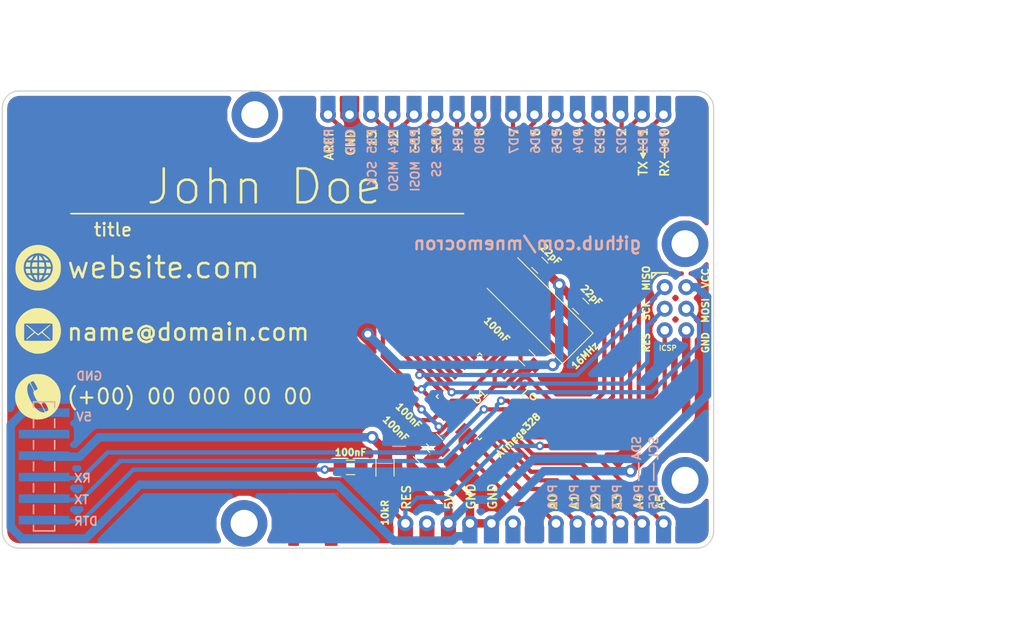
<source format=kicad_pcb>
(kicad_pcb (version 20171130) (host pcbnew "(5.0.0)")

  (general
    (thickness 1.6)
    (drawings 132)
    (tracks 274)
    (zones 0)
    (modules 23)
    (nets 33)
  )

  (page A4)
  (layers
    (0 F.Cu signal)
    (31 B.Cu signal)
    (32 B.Adhes user)
    (33 F.Adhes user)
    (34 B.Paste user)
    (35 F.Paste user)
    (36 B.SilkS user)
    (37 F.SilkS user)
    (38 B.Mask user)
    (39 F.Mask user)
    (40 Dwgs.User user)
    (41 Cmts.User user)
    (42 Eco1.User user)
    (43 Eco2.User user)
    (44 Edge.Cuts user)
    (45 Margin user)
    (46 B.CrtYd user)
    (47 F.CrtYd user)
    (48 B.Fab user)
    (49 F.Fab user)
  )

  (setup
    (last_trace_width 0.5)
    (trace_clearance 0.2)
    (zone_clearance 0.2)
    (zone_45_only no)
    (trace_min 0.2)
    (segment_width 0.2)
    (edge_width 0.15)
    (via_size 1)
    (via_drill 0.5)
    (via_min_size 0.4)
    (via_min_drill 0.3)
    (uvia_size 0.3)
    (uvia_drill 0.1)
    (uvias_allowed no)
    (uvia_min_size 0.2)
    (uvia_min_drill 0.1)
    (pcb_text_width 0.3)
    (pcb_text_size 1.5 1.5)
    (mod_edge_width 0.15)
    (mod_text_size 1 1)
    (mod_text_width 0.15)
    (pad_size 1.524 1.524)
    (pad_drill 0.762)
    (pad_to_mask_clearance 0.2)
    (aux_axis_origin 0 0)
    (visible_elements 7FFFFFFF)
    (pcbplotparams
      (layerselection 0x010fc_ffffffff)
      (usegerberextensions true)
      (usegerberattributes false)
      (usegerberadvancedattributes false)
      (creategerberjobfile false)
      (excludeedgelayer true)
      (linewidth 0.100000)
      (plotframeref false)
      (viasonmask true)
      (mode 1)
      (useauxorigin false)
      (hpglpennumber 1)
      (hpglpenspeed 20)
      (hpglpendiameter 15.000000)
      (psnegative false)
      (psa4output false)
      (plotreference true)
      (plotvalue true)
      (plotinvisibletext false)
      (padsonsilk false)
      (subtractmaskfromsilk false)
      (outputformat 1)
      (mirror false)
      (drillshape 0)
      (scaleselection 1)
      (outputdirectory "fab/"))
  )

  (net 0 "")
  (net 1 "Net-(C1-Pad2)")
  (net 2 /RESET)
  (net 3 /AREF)
  (net 4 GND)
  (net 5 +5V)
  (net 6 /XTAL2)
  (net 7 /XTAL1)
  (net 8 /IO1)
  (net 9 /IO0)
  (net 10 "Net-(J1-Pad5)")
  (net 11 /MISO)
  (net 12 /SCK)
  (net 13 /MOSI)
  (net 14 /SS)
  (net 15 /IO9)
  (net 16 /IO8)
  (net 17 /AD0)
  (net 18 /AD1)
  (net 19 /AD2)
  (net 20 /AD3)
  (net 21 /AD4)
  (net 22 /AD5)
  (net 23 /IO2)
  (net 24 /IO3)
  (net 25 /IO4)
  (net 26 /IO5)
  (net 27 /IO6)
  (net 28 /IO7)
  (net 29 "Net-(J6-Pad6)")
  (net 30 "Net-(J6-Pad2)")
  (net 31 "Net-(U1-Pad22)")
  (net 32 "Net-(U1-Pad19)")

  (net_class Default "This is the default net class."
    (clearance 0.2)
    (trace_width 0.5)
    (via_dia 1)
    (via_drill 0.5)
    (uvia_dia 0.3)
    (uvia_drill 0.1)
    (add_net /AD0)
    (add_net /AD1)
    (add_net /AD2)
    (add_net /AD3)
    (add_net /AD4)
    (add_net /AD5)
    (add_net /AREF)
    (add_net /IO0)
    (add_net /IO1)
    (add_net /IO2)
    (add_net /IO3)
    (add_net /IO4)
    (add_net /IO5)
    (add_net /IO6)
    (add_net /IO7)
    (add_net /IO8)
    (add_net /IO9)
    (add_net /MISO)
    (add_net /MOSI)
    (add_net /RESET)
    (add_net /SCK)
    (add_net /SS)
    (add_net /XTAL1)
    (add_net /XTAL2)
    (add_net "Net-(C1-Pad2)")
    (add_net "Net-(J1-Pad5)")
    (add_net "Net-(J6-Pad2)")
    (add_net "Net-(J6-Pad6)")
    (add_net "Net-(U1-Pad19)")
    (add_net "Net-(U1-Pad22)")
  )

  (net_class POWER ""
    (clearance 0.2)
    (trace_width 1)
    (via_dia 1.5)
    (via_drill 0.8)
    (uvia_dia 0.3)
    (uvia_drill 0.1)
    (add_net +5V)
    (add_net GND)
  )

  (module Mounting_Holes:MountingHole_3.2mm_M3_ISO14580_Pad locked (layer F.Cu) (tedit 5C2F9DB9) (tstamp 5C3B921C)
    (at 190.627 141.986)
    (descr "Mounting Hole 3.2mm, M3, ISO14580")
    (tags "mounting hole 3.2mm m3 iso14580")
    (attr virtual)
    (fp_text reference REF** (at 0 -3.75) (layer F.SilkS) hide
      (effects (font (size 1 1) (thickness 0.15)))
    )
    (fp_text value MountingHole_3.2mm_M3_ISO14580_Pad (at 24.765 0) (layer F.Fab)
      (effects (font (size 1 1) (thickness 0.15)))
    )
    (fp_text user %R (at 0.3 0) (layer F.Fab)
      (effects (font (size 1 1) (thickness 0.15)))
    )
    (fp_circle (center 0 0) (end 2.75 0) (layer Cmts.User) (width 0.15))
    (fp_circle (center 0 0) (end 3 0) (layer F.CrtYd) (width 0.05))
    (pad 1 thru_hole circle (at 0 0) (size 5.5 5.5) (drill 3.2) (layers *.Cu *.Mask))
  )

  (module Mounting_Holes:MountingHole_3.2mm_M3_ISO14580_Pad locked (layer F.Cu) (tedit 5C2F9DC7) (tstamp 5C3B921F)
    (at 190.627 114.046)
    (descr "Mounting Hole 3.2mm, M3, ISO14580")
    (tags "mounting hole 3.2mm m3 iso14580")
    (attr virtual)
    (fp_text reference REF** (at 0 -3.75) (layer F.SilkS) hide
      (effects (font (size 1 1) (thickness 0.15)))
    )
    (fp_text value MountingHole_3.2mm_M3_ISO14580_Pad (at 24.765 0) (layer F.Fab)
      (effects (font (size 1 1) (thickness 0.15)))
    )
    (fp_text user %R (at 0.3 0) (layer F.Fab)
      (effects (font (size 1 1) (thickness 0.15)))
    )
    (fp_circle (center 0 0) (end 2.75 0) (layer Cmts.User) (width 0.15))
    (fp_circle (center 0 0) (end 3 0) (layer F.CrtYd) (width 0.05))
    (pad 1 thru_hole circle (at 0 0) (size 5.5 5.5) (drill 3.2) (layers *.Cu *.Mask))
  )

  (module Mounting_Holes:MountingHole_3.2mm_M3_ISO14580_Pad locked (layer F.Cu) (tedit 5C2F9DA2) (tstamp 5C3B921F)
    (at 139.827 98.806)
    (descr "Mounting Hole 3.2mm, M3, ISO14580")
    (tags "mounting hole 3.2mm m3 iso14580")
    (attr virtual)
    (fp_text reference REF** (at 0 -3.75) (layer F.SilkS) hide
      (effects (font (size 1 1) (thickness 0.15)))
    )
    (fp_text value MountingHole_3.2mm_M3_ISO14580_Pad (at -0.127 -12.7) (layer F.Fab)
      (effects (font (size 1 1) (thickness 0.15)))
    )
    (fp_text user %R (at 0.3 0) (layer F.Fab)
      (effects (font (size 1 1) (thickness 0.15)))
    )
    (fp_circle (center 0 0) (end 2.75 0) (layer Cmts.User) (width 0.15))
    (fp_circle (center 0 0) (end 3 0) (layer F.CrtYd) (width 0.05))
    (pad 1 thru_hole circle (at 0 0) (size 5.5 5.5) (drill 3.2) (layers *.Cu *.Mask))
  )

  (module Mounting_Holes:MountingHole_3.2mm_M3_ISO14580_Pad locked (layer F.Cu) (tedit 5C2F9D8C) (tstamp 5C3B921F)
    (at 138.557 147.066)
    (descr "Mounting Hole 3.2mm, M3, ISO14580")
    (tags "mounting hole 3.2mm m3 iso14580")
    (attr virtual)
    (fp_text reference REF** (at 0 -3.75) (layer F.SilkS) hide
      (effects (font (size 1 1) (thickness 0.15)))
    )
    (fp_text value MountingHole_3.2mm_M3_ISO14580_Pad (at 0 13.208) (layer F.Fab)
      (effects (font (size 1 1) (thickness 0.15)))
    )
    (fp_text user %R (at 0.3 0) (layer F.Fab)
      (effects (font (size 1 1) (thickness 0.15)))
    )
    (fp_circle (center 0 0) (end 2.75 0) (layer Cmts.User) (width 0.15))
    (fp_circle (center 0 0) (end 3 0) (layer F.CrtYd) (width 0.05))
    (pad 1 thru_hole circle (at 0 0) (size 5.5 5.5) (drill 3.2) (layers *.Cu *.Mask))
  )

  (module Capacitors_SMD:C_0805_HandSoldering (layer F.Cu) (tedit 5C2FA014) (tstamp 5C3B6947)
    (at 151.13 140.462 180)
    (descr "Capacitor SMD 0805, hand soldering")
    (tags "capacitor 0805")
    (path /5C320FAD)
    (attr smd)
    (fp_text reference C1 (at 0 -1.75 180) (layer F.SilkS) hide
      (effects (font (size 1 1) (thickness 0.15)))
    )
    (fp_text value 100n (at 0 1.75 180) (layer F.Fab)
      (effects (font (size 1 1) (thickness 0.15)))
    )
    (fp_line (start 2.25 0.87) (end -2.25 0.87) (layer F.CrtYd) (width 0.05))
    (fp_line (start 2.25 0.87) (end 2.25 -0.88) (layer F.CrtYd) (width 0.05))
    (fp_line (start -2.25 -0.88) (end -2.25 0.87) (layer F.CrtYd) (width 0.05))
    (fp_line (start -2.25 -0.88) (end 2.25 -0.88) (layer F.CrtYd) (width 0.05))
    (fp_line (start -0.5 0.85) (end 0.5 0.85) (layer F.SilkS) (width 0.12))
    (fp_line (start 0.5 -0.85) (end -0.5 -0.85) (layer F.SilkS) (width 0.12))
    (fp_line (start -1 -0.62) (end 1 -0.62) (layer F.Fab) (width 0.1))
    (fp_line (start 1 -0.62) (end 1 0.62) (layer F.Fab) (width 0.1))
    (fp_line (start 1 0.62) (end -1 0.62) (layer F.Fab) (width 0.1))
    (fp_line (start -1 0.62) (end -1 -0.62) (layer F.Fab) (width 0.1))
    (fp_text user %R (at 0 -1.75 180) (layer F.Fab)
      (effects (font (size 1 1) (thickness 0.15)))
    )
    (pad 2 smd rect (at 1.25 0 180) (size 1.5 1.25) (layers F.Cu F.Paste F.Mask)
      (net 1 "Net-(C1-Pad2)"))
    (pad 1 smd rect (at -1.25 0 180) (size 1.5 1.25) (layers F.Cu F.Paste F.Mask)
      (net 2 /RESET))
    (model Capacitors_SMD.3dshapes/C_0805.wrl
      (at (xyz 0 0 0))
      (scale (xyz 1 1 1))
      (rotate (xyz 0 0 0))
    )
  )

  (module Capacitors_SMD:C_0805_HandSoldering (layer F.Cu) (tedit 5C2FA00B) (tstamp 5C3B6958)
    (at 161.036 137.414 315)
    (descr "Capacitor SMD 0805, hand soldering")
    (tags "capacitor 0805")
    (path /5C31F42A)
    (attr smd)
    (fp_text reference C2 (at 3.592102 0 315) (layer F.SilkS) hide
      (effects (font (size 1 1) (thickness 0.15)))
    )
    (fp_text value 100n (at 0 1.75 315) (layer F.Fab)
      (effects (font (size 1 1) (thickness 0.15)))
    )
    (fp_text user %R (at 0 -1.75 315) (layer F.Fab)
      (effects (font (size 1 1) (thickness 0.15)))
    )
    (fp_line (start -1 0.62) (end -1 -0.62) (layer F.Fab) (width 0.1))
    (fp_line (start 1 0.62) (end -1 0.62) (layer F.Fab) (width 0.1))
    (fp_line (start 1 -0.62) (end 1 0.62) (layer F.Fab) (width 0.1))
    (fp_line (start -1 -0.62) (end 1 -0.62) (layer F.Fab) (width 0.1))
    (fp_line (start 0.5 -0.85) (end -0.5 -0.85) (layer F.SilkS) (width 0.12))
    (fp_line (start -0.5 0.85) (end 0.5 0.85) (layer F.SilkS) (width 0.12))
    (fp_line (start -2.25 -0.88) (end 2.25 -0.88) (layer F.CrtYd) (width 0.05))
    (fp_line (start -2.25 -0.88) (end -2.25 0.87) (layer F.CrtYd) (width 0.05))
    (fp_line (start 2.25 0.87) (end 2.25 -0.88) (layer F.CrtYd) (width 0.05))
    (fp_line (start 2.25 0.87) (end -2.25 0.87) (layer F.CrtYd) (width 0.05))
    (pad 1 smd rect (at -1.249999 0 315) (size 1.5 1.25) (layers F.Cu F.Paste F.Mask)
      (net 3 /AREF))
    (pad 2 smd rect (at 1.249999 0 315) (size 1.5 1.25) (layers F.Cu F.Paste F.Mask)
      (net 4 GND))
    (model Capacitors_SMD.3dshapes/C_0805.wrl
      (at (xyz 0 0 0))
      (scale (xyz 1 1 1))
      (rotate (xyz 0 0 0))
    )
  )

  (module Capacitors_SMD:C_0805_HandSoldering (layer F.Cu) (tedit 5C2FA009) (tstamp 5C3BA29D)
    (at 159.512 138.938 315)
    (descr "Capacitor SMD 0805, hand soldering")
    (tags "capacitor 0805")
    (path /5C303FA2)
    (attr smd)
    (fp_text reference C3 (at 3.592102 0 315) (layer F.SilkS) hide
      (effects (font (size 1 1) (thickness 0.15)))
    )
    (fp_text value 100n (at 0 1.75 315) (layer F.Fab)
      (effects (font (size 1 1) (thickness 0.15)))
    )
    (fp_line (start 2.25 0.87) (end -2.25 0.87) (layer F.CrtYd) (width 0.05))
    (fp_line (start 2.25 0.87) (end 2.25 -0.88) (layer F.CrtYd) (width 0.05))
    (fp_line (start -2.25 -0.88) (end -2.25 0.87) (layer F.CrtYd) (width 0.05))
    (fp_line (start -2.25 -0.88) (end 2.25 -0.88) (layer F.CrtYd) (width 0.05))
    (fp_line (start -0.5 0.85) (end 0.5 0.85) (layer F.SilkS) (width 0.12))
    (fp_line (start 0.5 -0.85) (end -0.5 -0.85) (layer F.SilkS) (width 0.12))
    (fp_line (start -1 -0.62) (end 1 -0.62) (layer F.Fab) (width 0.1))
    (fp_line (start 1 -0.62) (end 1 0.62) (layer F.Fab) (width 0.1))
    (fp_line (start 1 0.62) (end -1 0.62) (layer F.Fab) (width 0.1))
    (fp_line (start -1 0.62) (end -1 -0.62) (layer F.Fab) (width 0.1))
    (fp_text user %R (at 0 -1.75 315) (layer F.Fab)
      (effects (font (size 1 1) (thickness 0.15)))
    )
    (pad 2 smd rect (at 1.249999 0 315) (size 1.5 1.25) (layers F.Cu F.Paste F.Mask)
      (net 4 GND))
    (pad 1 smd rect (at -1.249999 0 315) (size 1.5 1.25) (layers F.Cu F.Paste F.Mask)
      (net 5 +5V))
    (model Capacitors_SMD.3dshapes/C_0805.wrl
      (at (xyz 0 0 0))
      (scale (xyz 1 1 1))
      (rotate (xyz 0 0 0))
    )
  )

  (module Capacitors_SMD:C_0805_HandSoldering (layer F.Cu) (tedit 5C2FA03A) (tstamp 5C4082BC)
    (at 173.482 116.586 135)
    (descr "Capacitor SMD 0805, hand soldering")
    (tags "capacitor 0805")
    (path /5C3046AC)
    (attr smd)
    (fp_text reference C4 (at 3.592102 0 135) (layer F.SilkS) hide
      (effects (font (size 1 1) (thickness 0.15)))
    )
    (fp_text value 22p (at 0 1.75 135) (layer F.Fab)
      (effects (font (size 1 1) (thickness 0.15)))
    )
    (fp_text user %R (at 0 -1.75 135) (layer F.Fab)
      (effects (font (size 1 1) (thickness 0.15)))
    )
    (fp_line (start -1 0.62) (end -1 -0.62) (layer F.Fab) (width 0.1))
    (fp_line (start 1 0.62) (end -1 0.62) (layer F.Fab) (width 0.1))
    (fp_line (start 1 -0.62) (end 1 0.62) (layer F.Fab) (width 0.1))
    (fp_line (start -1 -0.62) (end 1 -0.62) (layer F.Fab) (width 0.1))
    (fp_line (start 0.5 -0.85) (end -0.5 -0.85) (layer F.SilkS) (width 0.12))
    (fp_line (start -0.5 0.85) (end 0.5 0.85) (layer F.SilkS) (width 0.12))
    (fp_line (start -2.25 -0.88) (end 2.25 -0.88) (layer F.CrtYd) (width 0.05))
    (fp_line (start -2.25 -0.88) (end -2.25 0.87) (layer F.CrtYd) (width 0.05))
    (fp_line (start 2.25 0.87) (end 2.25 -0.88) (layer F.CrtYd) (width 0.05))
    (fp_line (start 2.25 0.87) (end -2.25 0.87) (layer F.CrtYd) (width 0.05))
    (pad 1 smd rect (at -1.249999 0 135) (size 1.5 1.25) (layers F.Cu F.Paste F.Mask)
      (net 4 GND))
    (pad 2 smd rect (at 1.249999 0 135) (size 1.5 1.25) (layers F.Cu F.Paste F.Mask)
      (net 6 /XTAL2))
    (model Capacitors_SMD.3dshapes/C_0805.wrl
      (at (xyz 0 0 0))
      (scale (xyz 1 1 1))
      (rotate (xyz 0 0 0))
    )
  )

  (module Capacitors_SMD:C_0805_HandSoldering (layer F.Cu) (tedit 5C2FA037) (tstamp 5C3B698B)
    (at 178.308 121.412 315)
    (descr "Capacitor SMD 0805, hand soldering")
    (tags "capacitor 0805")
    (path /5C304789)
    (attr smd)
    (fp_text reference C5 (at 3.592102 0 315) (layer F.SilkS) hide
      (effects (font (size 1 1) (thickness 0.15)))
    )
    (fp_text value 22p (at 0 1.75 315) (layer F.Fab)
      (effects (font (size 1 1) (thickness 0.15)))
    )
    (fp_line (start 2.25 0.87) (end -2.25 0.87) (layer F.CrtYd) (width 0.05))
    (fp_line (start 2.25 0.87) (end 2.25 -0.88) (layer F.CrtYd) (width 0.05))
    (fp_line (start -2.25 -0.88) (end -2.25 0.87) (layer F.CrtYd) (width 0.05))
    (fp_line (start -2.25 -0.88) (end 2.25 -0.88) (layer F.CrtYd) (width 0.05))
    (fp_line (start -0.5 0.85) (end 0.5 0.85) (layer F.SilkS) (width 0.12))
    (fp_line (start 0.5 -0.85) (end -0.5 -0.85) (layer F.SilkS) (width 0.12))
    (fp_line (start -1 -0.62) (end 1 -0.62) (layer F.Fab) (width 0.1))
    (fp_line (start 1 -0.62) (end 1 0.62) (layer F.Fab) (width 0.1))
    (fp_line (start 1 0.62) (end -1 0.62) (layer F.Fab) (width 0.1))
    (fp_line (start -1 0.62) (end -1 -0.62) (layer F.Fab) (width 0.1))
    (fp_text user %R (at 0 -1.75 315) (layer F.Fab)
      (effects (font (size 1 1) (thickness 0.15)))
    )
    (pad 2 smd rect (at 1.249999 0 315) (size 1.5 1.25) (layers F.Cu F.Paste F.Mask)
      (net 7 /XTAL1))
    (pad 1 smd rect (at -1.249999 0 315) (size 1.5 1.25) (layers F.Cu F.Paste F.Mask)
      (net 4 GND))
    (model Capacitors_SMD.3dshapes/C_0805.wrl
      (at (xyz 0 0 0))
      (scale (xyz 1 1 1))
      (rotate (xyz 0 0 0))
    )
  )

  (module SparkfunConnectors:1X06_SMD_MALE (layer B.Cu) (tedit 5C2F9F7C) (tstamp 5C32294A)
    (at 114.935 146.685 90)
    (descr "6 PIN SMD MALE HEADER")
    (tags "6 PIN SMD MALE HEADER")
    (path /5C303167)
    (attr smd)
    (fp_text reference J1 (at 0 3.81 90) (layer B.SilkS) hide
      (effects (font (size 0.6096 0.6096) (thickness 0.127)) (justify mirror))
    )
    (fp_text value 01x06_UART (at 0 -3.81 90) (layer B.SilkS) hide
      (effects (font (size 0.6096 0.6096) (thickness 0.127)) (justify mirror))
    )
    (fp_line (start -0.3175 0) (end 0.3175 0) (layer Dwgs.User) (width 0.06604))
    (fp_line (start 0.3175 0) (end 0.3175 2.74828) (layer Dwgs.User) (width 0.06604))
    (fp_line (start -0.3175 2.74828) (end 0.3175 2.74828) (layer Dwgs.User) (width 0.06604))
    (fp_line (start -0.3175 0) (end -0.3175 2.74828) (layer Dwgs.User) (width 0.06604))
    (fp_line (start 4.75996 0) (end 5.3975 0) (layer Dwgs.User) (width 0.06604))
    (fp_line (start 5.3975 0) (end 5.3975 2.74828) (layer Dwgs.User) (width 0.06604))
    (fp_line (start 4.75996 2.74828) (end 5.3975 2.74828) (layer Dwgs.User) (width 0.06604))
    (fp_line (start 4.75996 0) (end 4.75996 2.74828) (layer Dwgs.User) (width 0.06604))
    (fp_line (start 9.83996 0) (end 10.4775 0) (layer Dwgs.User) (width 0.06604))
    (fp_line (start 10.4775 0) (end 10.4775 2.74828) (layer Dwgs.User) (width 0.06604))
    (fp_line (start 9.83996 2.74828) (end 10.4775 2.74828) (layer Dwgs.User) (width 0.06604))
    (fp_line (start 9.83996 0) (end 9.83996 2.74828) (layer Dwgs.User) (width 0.06604))
    (fp_line (start 2.21996 -2.74828) (end 2.8575 -2.74828) (layer Dwgs.User) (width 0.06604))
    (fp_line (start 2.8575 -2.74828) (end 2.8575 0) (layer Dwgs.User) (width 0.06604))
    (fp_line (start 2.21996 0) (end 2.8575 0) (layer Dwgs.User) (width 0.06604))
    (fp_line (start 2.21996 -2.74828) (end 2.21996 0) (layer Dwgs.User) (width 0.06604))
    (fp_line (start 7.29996 -2.74828) (end 7.9375 -2.74828) (layer Dwgs.User) (width 0.06604))
    (fp_line (start 7.9375 -2.74828) (end 7.9375 0) (layer Dwgs.User) (width 0.06604))
    (fp_line (start 7.29996 0) (end 7.9375 0) (layer Dwgs.User) (width 0.06604))
    (fp_line (start 7.29996 -2.74828) (end 7.29996 0) (layer Dwgs.User) (width 0.06604))
    (fp_line (start 12.37996 -2.74828) (end 13.0175 -2.74828) (layer Dwgs.User) (width 0.06604))
    (fp_line (start 13.0175 -2.74828) (end 13.0175 0) (layer Dwgs.User) (width 0.06604))
    (fp_line (start 12.37996 0) (end 13.0175 0) (layer Dwgs.User) (width 0.06604))
    (fp_line (start 12.37996 -2.74828) (end 12.37996 0) (layer Dwgs.User) (width 0.06604))
    (fp_line (start -1.27 1.24968) (end -1.27 -1.24968) (layer Dwgs.User) (width 0.127))
    (fp_line (start -1.27 -1.24968) (end 13.97 -1.24968) (layer Dwgs.User) (width 0.127))
    (fp_line (start 13.97 -1.24968) (end 13.97 1.24968) (layer Dwgs.User) (width 0.127))
    (fp_line (start 13.97 1.24968) (end -1.27 1.24968) (layer Dwgs.User) (width 0.127))
    (fp_line (start -1.27 1.24968) (end -1.27 -1.24968) (layer B.SilkS) (width 0.1778))
    (fp_line (start -1.27 -1.24968) (end -0.635 -1.24968) (layer B.SilkS) (width 0.1778))
    (fp_line (start -1.27 1.24968) (end -0.635 1.24968) (layer B.SilkS) (width 0.1778))
    (fp_line (start 0.762 1.24968) (end 1.778 1.24968) (layer B.SilkS) (width 0.1778))
    (fp_line (start 3.302 1.24968) (end 4.318 1.24968) (layer B.SilkS) (width 0.1778))
    (fp_line (start 5.842 1.24968) (end 6.858 1.24968) (layer B.SilkS) (width 0.1778))
    (fp_line (start 8.382 1.24968) (end 9.398 1.24968) (layer B.SilkS) (width 0.1778))
    (fp_line (start 10.922 1.24968) (end 11.938 1.24968) (layer B.SilkS) (width 0.1778))
    (fp_line (start 1.778 -1.24968) (end 0.762 -1.24968) (layer B.SilkS) (width 0.1778))
    (fp_line (start 4.318 -1.24968) (end 3.302 -1.24968) (layer B.SilkS) (width 0.1778))
    (fp_line (start 6.858 -1.24968) (end 5.842 -1.24968) (layer B.SilkS) (width 0.1778))
    (fp_line (start 9.398 -1.24968) (end 8.382 -1.24968) (layer B.SilkS) (width 0.1778))
    (fp_line (start 11.938 -1.24968) (end 10.922 -1.24968) (layer B.SilkS) (width 0.1778))
    (fp_line (start 13.97 -1.24968) (end 13.97 1.24968) (layer B.SilkS) (width 0.1778))
    (fp_line (start 13.97 -1.24968) (end 13.335 -1.24968) (layer B.SilkS) (width 0.1778))
    (fp_line (start 13.97 1.24968) (end 13.335 1.24968) (layer B.SilkS) (width 0.1778))
    (pad 1 smd rect (at 0 0 90) (size 1.01854 5.99948) (layers B.Cu B.Paste B.Mask)
      (net 1 "Net-(C1-Pad2)") (solder_mask_margin 0.1016))
    (pad 2 smd rect (at 2.54 0 90) (size 1.01854 5.99948) (layers B.Cu B.Paste B.Mask)
      (net 8 /IO1) (solder_mask_margin 0.1016))
    (pad 3 smd rect (at 5.08 0 90) (size 1.01854 5.99948) (layers B.Cu B.Paste B.Mask)
      (net 9 /IO0) (solder_mask_margin 0.1016))
    (pad 4 smd rect (at 7.62 0 90) (size 1.01854 5.99948) (layers B.Cu B.Paste B.Mask)
      (net 5 +5V) (solder_mask_margin 0.1016))
    (pad 5 smd rect (at 10.16 0 90) (size 1.01854 5.99948) (layers B.Cu B.Paste B.Mask)
      (net 10 "Net-(J1-Pad5)") (solder_mask_margin 0.1016))
    (pad 6 smd rect (at 12.7 0 90) (size 1.01854 5.99948) (layers B.Cu B.Paste B.Mask)
      (net 4 GND) (solder_mask_margin 0.1016))
  )

  (module SparkfunConnectors:2X3-NS locked (layer F.Cu) (tedit 5C2FA054) (tstamp 5C3B69E2)
    (at 189.4967 121.7168 270)
    (descr "PLATED THROUGH HOLE - 2X3 NO SILK OUTLINE")
    (tags "PLATED THROUGH HOLE - 2X3 NO SILK OUTLINE")
    (path /5C2F3C2F)
    (attr virtual)
    (fp_text reference J2 (at -2.54 -2.921 270) (layer F.SilkS) hide
      (effects (font (size 0.6096 0.6096) (thickness 0.127)))
    )
    (fp_text value ICSP (at 4.6482 0.9017) (layer F.SilkS)
      (effects (font (size 0.6096 0.6096) (thickness 0.127)))
    )
    (fp_line (start -3.81 1.905) (end -3.175 2.54) (layer Dwgs.User) (width 0.2032))
    (fp_line (start -1.905 2.54) (end -1.27 1.905) (layer Dwgs.User) (width 0.2032))
    (fp_line (start -1.27 1.905) (end -0.635 2.54) (layer Dwgs.User) (width 0.2032))
    (fp_line (start 0.635 2.54) (end 1.27 1.905) (layer Dwgs.User) (width 0.2032))
    (fp_line (start 1.27 1.905) (end 1.905 2.54) (layer Dwgs.User) (width 0.2032))
    (fp_line (start 3.175 2.54) (end 3.81 1.905) (layer Dwgs.User) (width 0.2032))
    (fp_line (start -3.81 1.905) (end -3.81 -1.905) (layer Dwgs.User) (width 0.2032))
    (fp_line (start -3.81 -1.905) (end -3.175 -2.54) (layer Dwgs.User) (width 0.2032))
    (fp_line (start -3.175 -2.54) (end -1.905 -2.54) (layer Dwgs.User) (width 0.2032))
    (fp_line (start -1.905 -2.54) (end -1.27 -1.905) (layer Dwgs.User) (width 0.2032))
    (fp_line (start -1.27 -1.905) (end -0.635 -2.54) (layer Dwgs.User) (width 0.2032))
    (fp_line (start -0.635 -2.54) (end 0.635 -2.54) (layer Dwgs.User) (width 0.2032))
    (fp_line (start 0.635 -2.54) (end 1.27 -1.905) (layer Dwgs.User) (width 0.2032))
    (fp_line (start 1.27 -1.905) (end 1.905 -2.54) (layer Dwgs.User) (width 0.2032))
    (fp_line (start 1.905 -2.54) (end 3.175 -2.54) (layer Dwgs.User) (width 0.2032))
    (fp_line (start 3.175 -2.54) (end 3.81 -1.905) (layer Dwgs.User) (width 0.2032))
    (fp_line (start -1.27 -1.905) (end -1.27 1.905) (layer Dwgs.User) (width 0.2032))
    (fp_line (start 1.27 -1.905) (end 1.27 1.905) (layer Dwgs.User) (width 0.2032))
    (fp_line (start 3.81 -1.905) (end 3.81 1.905) (layer Dwgs.User) (width 0.2032))
    (fp_line (start 1.905 2.54) (end 3.175 2.54) (layer Dwgs.User) (width 0.2032))
    (fp_line (start -0.635 2.54) (end 0.635 2.54) (layer Dwgs.User) (width 0.2032))
    (fp_line (start -3.175 2.54) (end -1.905 2.54) (layer Dwgs.User) (width 0.2032))
    (fp_line (start -1.905 2.87274) (end -3.175 2.87274) (layer Dwgs.User) (width 0.2032))
    (pad 1 thru_hole circle (at -2.54 1.27 270) (size 1.8796 1.8796) (drill 1.016) (layers *.Cu *.Mask)
      (net 11 /MISO) (solder_mask_margin 0.1016))
    (pad 2 thru_hole circle (at -2.54 -1.27 270) (size 1.8796 1.8796) (drill 1.016) (layers *.Cu *.Mask)
      (net 5 +5V) (solder_mask_margin 0.1016))
    (pad 3 thru_hole circle (at 0 1.27 270) (size 1.8796 1.8796) (drill 1.016) (layers *.Cu *.Mask)
      (net 12 /SCK) (solder_mask_margin 0.1016))
    (pad 4 thru_hole circle (at 0 -1.27 270) (size 1.8796 1.8796) (drill 1.016) (layers *.Cu *.Mask)
      (net 13 /MOSI) (solder_mask_margin 0.1016))
    (pad 5 thru_hole circle (at 2.54 1.27 270) (size 1.8796 1.8796) (drill 1.016) (layers *.Cu *.Mask)
      (net 2 /RESET) (solder_mask_margin 0.1016))
    (pad 6 thru_hole circle (at 2.54 -1.27 270) (size 1.8796 1.8796) (drill 1.016) (layers *.Cu *.Mask)
      (net 4 GND) (solder_mask_margin 0.1016))
  )

  (module SparkfunConnectors:1X08_NO_SILK locked (layer F.Cu) (tedit 5C2F8B8B) (tstamp 5C3B69EE)
    (at 166.243 98.806 180)
    (descr "PLATED THROUGH HOLE -8 PIN NO SILK")
    (tags "PLATED THROUGH HOLE -8 PIN NO SILK")
    (path /5C2F4A8E)
    (attr virtual)
    (fp_text reference J3 (at 0 -1.651 180) (layer F.SilkS) hide
      (effects (font (size 0.6096 0.6096) (thickness 0.127)))
    )
    (fp_text value 01x08_IO_8_13 (at 0 1.778 180) (layer F.SilkS) hide
      (effects (font (size 0.6096 0.6096) (thickness 0.127)))
    )
    (pad 8 thru_hole circle (at 17.78 0 180) (size 1.8796 1.8796) (drill 1.016) (layers *.Cu *.Mask)
      (net 3 /AREF) (solder_mask_margin 0.1016))
    (pad 7 thru_hole circle (at 15.24 0 180) (size 1.8796 1.8796) (drill 1.016) (layers *.Cu *.Mask)
      (net 4 GND) (solder_mask_margin 0.1016))
    (pad 6 thru_hole circle (at 12.7 0 180) (size 1.8796 1.8796) (drill 1.016) (layers *.Cu *.Mask)
      (net 12 /SCK) (solder_mask_margin 0.1016))
    (pad 5 thru_hole circle (at 10.16 0 180) (size 1.8796 1.8796) (drill 1.016) (layers *.Cu *.Mask)
      (net 11 /MISO) (solder_mask_margin 0.1016))
    (pad 4 thru_hole circle (at 7.62 0 180) (size 1.8796 1.8796) (drill 1.016) (layers *.Cu *.Mask)
      (net 13 /MOSI) (solder_mask_margin 0.1016))
    (pad 3 thru_hole circle (at 5.08 0 180) (size 1.8796 1.8796) (drill 1.016) (layers *.Cu *.Mask)
      (net 14 /SS) (solder_mask_margin 0.1016))
    (pad 2 thru_hole circle (at 2.54 0 180) (size 1.8796 1.8796) (drill 1.016) (layers *.Cu *.Mask)
      (net 15 /IO9) (solder_mask_margin 0.1016))
    (pad 1 thru_hole circle (at 0 0 180) (size 1.8796 1.8796) (drill 1.016) (layers *.Cu *.Mask)
      (net 16 /IO8) (solder_mask_margin 0.1016))
  )

  (module SparkfunConnectors:1X06_NO_SILK locked (layer F.Cu) (tedit 5C2F8B97) (tstamp 5C3B69F8)
    (at 175.387 147.066)
    (descr "PLATED THROUGH HOLE - 6 PIN NO SILK OUTLINE")
    (tags "PLATED THROUGH HOLE - 6 PIN NO SILK OUTLINE")
    (path /5C2F3997)
    (attr virtual)
    (fp_text reference J4 (at 0 -1.524) (layer F.SilkS) hide
      (effects (font (size 0.6096 0.6096) (thickness 0.127)))
    )
    (fp_text value 01x06_AD (at 0 1.651) (layer F.SilkS) hide
      (effects (font (size 0.6096 0.6096) (thickness 0.127)))
    )
    (pad 1 thru_hole circle (at 0 0) (size 1.8796 1.8796) (drill 1.016) (layers *.Cu *.Mask)
      (net 17 /AD0) (solder_mask_margin 0.1016))
    (pad 2 thru_hole circle (at 2.54 0) (size 1.8796 1.8796) (drill 1.016) (layers *.Cu *.Mask)
      (net 18 /AD1) (solder_mask_margin 0.1016))
    (pad 3 thru_hole circle (at 5.08 0) (size 1.8796 1.8796) (drill 1.016) (layers *.Cu *.Mask)
      (net 19 /AD2) (solder_mask_margin 0.1016))
    (pad 4 thru_hole circle (at 7.62 0) (size 1.8796 1.8796) (drill 1.016) (layers *.Cu *.Mask)
      (net 20 /AD3) (solder_mask_margin 0.1016))
    (pad 5 thru_hole circle (at 10.16 0) (size 1.8796 1.8796) (drill 1.016) (layers *.Cu *.Mask)
      (net 21 /AD4) (solder_mask_margin 0.1016))
    (pad 6 thru_hole circle (at 12.7 0) (size 1.8796 1.8796) (drill 1.016) (layers *.Cu *.Mask)
      (net 22 /AD5) (solder_mask_margin 0.1016))
  )

  (module SparkfunConnectors:1X08_NO_SILK locked (layer F.Cu) (tedit 5C2F8B90) (tstamp 5C3B6A04)
    (at 188.087 98.806 180)
    (descr "PLATED THROUGH HOLE -8 PIN NO SILK")
    (tags "PLATED THROUGH HOLE -8 PIN NO SILK")
    (path /5C2F3A80)
    (attr virtual)
    (fp_text reference J5 (at 0 -1.651 180) (layer F.SilkS) hide
      (effects (font (size 0.6096 0.6096) (thickness 0.127)))
    )
    (fp_text value 01x08_IO_0_7 (at 0 1.778 180) (layer F.SilkS) hide
      (effects (font (size 0.6096 0.6096) (thickness 0.127)))
    )
    (pad 1 thru_hole circle (at 0 0 180) (size 1.8796 1.8796) (drill 1.016) (layers *.Cu *.Mask)
      (net 9 /IO0) (solder_mask_margin 0.1016))
    (pad 2 thru_hole circle (at 2.54 0 180) (size 1.8796 1.8796) (drill 1.016) (layers *.Cu *.Mask)
      (net 8 /IO1) (solder_mask_margin 0.1016))
    (pad 3 thru_hole circle (at 5.08 0 180) (size 1.8796 1.8796) (drill 1.016) (layers *.Cu *.Mask)
      (net 23 /IO2) (solder_mask_margin 0.1016))
    (pad 4 thru_hole circle (at 7.62 0 180) (size 1.8796 1.8796) (drill 1.016) (layers *.Cu *.Mask)
      (net 24 /IO3) (solder_mask_margin 0.1016))
    (pad 5 thru_hole circle (at 10.16 0 180) (size 1.8796 1.8796) (drill 1.016) (layers *.Cu *.Mask)
      (net 25 /IO4) (solder_mask_margin 0.1016))
    (pad 6 thru_hole circle (at 12.7 0 180) (size 1.8796 1.8796) (drill 1.016) (layers *.Cu *.Mask)
      (net 26 /IO5) (solder_mask_margin 0.1016))
    (pad 7 thru_hole circle (at 15.24 0 180) (size 1.8796 1.8796) (drill 1.016) (layers *.Cu *.Mask)
      (net 27 /IO6) (solder_mask_margin 0.1016))
    (pad 8 thru_hole circle (at 17.78 0 180) (size 1.8796 1.8796) (drill 1.016) (layers *.Cu *.Mask)
      (net 28 /IO7) (solder_mask_margin 0.1016))
  )

  (module SparkfunConnectors:1X06_NO_SILK locked (layer F.Cu) (tedit 5C2F8BA0) (tstamp 5C3B6A0E)
    (at 157.607 147.066)
    (descr "PLATED THROUGH HOLE - 6 PIN NO SILK OUTLINE")
    (tags "PLATED THROUGH HOLE - 6 PIN NO SILK OUTLINE")
    (path /5C2FE394)
    (attr virtual)
    (fp_text reference J6 (at 0 -1.524) (layer F.SilkS) hide
      (effects (font (size 0.6096 0.6096) (thickness 0.127)))
    )
    (fp_text value 01x06_POWER (at 0 1.651) (layer F.SilkS) hide
      (effects (font (size 0.6096 0.6096) (thickness 0.127)))
    )
    (pad 6 thru_hole circle (at 12.7 0) (size 1.8796 1.8796) (drill 1.016) (layers *.Cu *.Mask)
      (net 29 "Net-(J6-Pad6)") (solder_mask_margin 0.1016))
    (pad 5 thru_hole circle (at 10.16 0) (size 1.8796 1.8796) (drill 1.016) (layers *.Cu *.Mask)
      (net 4 GND) (solder_mask_margin 0.1016))
    (pad 4 thru_hole circle (at 7.62 0) (size 1.8796 1.8796) (drill 1.016) (layers *.Cu *.Mask)
      (net 4 GND) (solder_mask_margin 0.1016))
    (pad 3 thru_hole circle (at 5.08 0) (size 1.8796 1.8796) (drill 1.016) (layers *.Cu *.Mask)
      (net 5 +5V) (solder_mask_margin 0.1016))
    (pad 2 thru_hole circle (at 2.54 0) (size 1.8796 1.8796) (drill 1.016) (layers *.Cu *.Mask)
      (net 30 "Net-(J6-Pad2)") (solder_mask_margin 0.1016))
    (pad 1 thru_hole circle (at 0 0) (size 1.8796 1.8796) (drill 1.016) (layers *.Cu *.Mask)
      (net 2 /RESET) (solder_mask_margin 0.1016))
  )

  (module Resistors_SMD:R_1206_HandSoldering (layer F.Cu) (tedit 5C2FA00E) (tstamp 5C3BB8B1)
    (at 155.194 140.494 270)
    (descr "Resistor SMD 1206, hand soldering")
    (tags "resistor 1206")
    (path /5C2FCC79)
    (attr smd)
    (fp_text reference R1 (at 4.286 0 270) (layer F.SilkS) hide
      (effects (font (size 1 1) (thickness 0.15)))
    )
    (fp_text value 10k (at 2 -2.032 270) (layer F.Fab)
      (effects (font (size 1 1) (thickness 0.15)))
    )
    (fp_line (start 3.25 1.1) (end -3.25 1.1) (layer F.CrtYd) (width 0.05))
    (fp_line (start 3.25 1.1) (end 3.25 -1.11) (layer F.CrtYd) (width 0.05))
    (fp_line (start -3.25 -1.11) (end -3.25 1.1) (layer F.CrtYd) (width 0.05))
    (fp_line (start -3.25 -1.11) (end 3.25 -1.11) (layer F.CrtYd) (width 0.05))
    (fp_line (start -1 -1.07) (end 1 -1.07) (layer F.SilkS) (width 0.12))
    (fp_line (start 1 1.07) (end -1 1.07) (layer F.SilkS) (width 0.12))
    (fp_line (start -1.6 -0.8) (end 1.6 -0.8) (layer F.Fab) (width 0.1))
    (fp_line (start 1.6 -0.8) (end 1.6 0.8) (layer F.Fab) (width 0.1))
    (fp_line (start 1.6 0.8) (end -1.6 0.8) (layer F.Fab) (width 0.1))
    (fp_line (start -1.6 0.8) (end -1.6 -0.8) (layer F.Fab) (width 0.1))
    (fp_text user %R (at 0 0 270) (layer F.Fab)
      (effects (font (size 0.7 0.7) (thickness 0.105)))
    )
    (pad 2 smd rect (at 2 0 270) (size 2 1.7) (layers F.Cu F.Paste F.Mask)
      (net 2 /RESET))
    (pad 1 smd rect (at -2 0 270) (size 2 1.7) (layers F.Cu F.Paste F.Mask)
      (net 5 +5V))
    (model ${KISYS3DMOD}/Resistors_SMD.3dshapes/R_1206.wrl
      (at (xyz 0 0 0))
      (scale (xyz 1 1 1))
      (rotate (xyz 0 0 0))
    )
  )

  (module Housings_QFP:TQFP-32_7x7mm_Pitch0.8mm (layer F.Cu) (tedit 58CC9A48) (tstamp 5C3B6A56)
    (at 166.37 132.08 225)
    (descr "32-Lead Plastic Thin Quad Flatpack (PT) - 7x7x1.0 mm Body, 2.00 mm [TQFP] (see Microchip Packaging Specification 00000049BS.pdf)")
    (tags "QFP 0.8")
    (path /5C2F9490)
    (attr smd)
    (fp_text reference U1 (at 0 0 225) (layer F.SilkS)
      (effects (font (size 1 1) (thickness 0.15)))
    )
    (fp_text value ATmega328P-AU (at 0 6.05 225) (layer F.Fab)
      (effects (font (size 1 1) (thickness 0.15)))
    )
    (fp_line (start -3.625 -3.4) (end -5.05 -3.4) (layer F.SilkS) (width 0.15))
    (fp_line (start 3.625 -3.625) (end 3.3 -3.625) (layer F.SilkS) (width 0.15))
    (fp_line (start 3.625 3.625) (end 3.3 3.625) (layer F.SilkS) (width 0.15))
    (fp_line (start -3.625 3.625) (end -3.3 3.625) (layer F.SilkS) (width 0.15))
    (fp_line (start -3.625 -3.625) (end -3.3 -3.625) (layer F.SilkS) (width 0.15))
    (fp_line (start -3.625 3.625) (end -3.625 3.3) (layer F.SilkS) (width 0.15))
    (fp_line (start 3.625 3.625) (end 3.625 3.3) (layer F.SilkS) (width 0.15))
    (fp_line (start 3.625 -3.625) (end 3.625 -3.3) (layer F.SilkS) (width 0.15))
    (fp_line (start -3.625 -3.625) (end -3.625 -3.4) (layer F.SilkS) (width 0.15))
    (fp_line (start -5.3 5.3) (end 5.3 5.3) (layer F.CrtYd) (width 0.05))
    (fp_line (start -5.3 -5.3) (end 5.3 -5.3) (layer F.CrtYd) (width 0.05))
    (fp_line (start 5.3 -5.3) (end 5.3 5.3) (layer F.CrtYd) (width 0.05))
    (fp_line (start -5.3 -5.3) (end -5.3 5.3) (layer F.CrtYd) (width 0.05))
    (fp_line (start -3.5 -2.5) (end -2.5 -3.5) (layer F.Fab) (width 0.15))
    (fp_line (start -3.5 3.5) (end -3.5 -2.5) (layer F.Fab) (width 0.15))
    (fp_line (start 3.5 3.5) (end -3.5 3.5) (layer F.Fab) (width 0.15))
    (fp_line (start 3.5 -3.5) (end 3.5 3.5) (layer F.Fab) (width 0.15))
    (fp_line (start -2.5 -3.5) (end 3.5 -3.5) (layer F.Fab) (width 0.15))
    (fp_text user %R (at 0 0 225) (layer F.Fab)
      (effects (font (size 1 1) (thickness 0.15)))
    )
    (pad 32 smd rect (at -2.8 -4.25 315) (size 1.6 0.55) (layers F.Cu F.Paste F.Mask)
      (net 23 /IO2))
    (pad 31 smd rect (at -2 -4.25 315) (size 1.6 0.55) (layers F.Cu F.Paste F.Mask)
      (net 8 /IO1))
    (pad 30 smd rect (at -1.2 -4.25 315) (size 1.6 0.55) (layers F.Cu F.Paste F.Mask)
      (net 9 /IO0))
    (pad 29 smd rect (at -0.4 -4.25 315) (size 1.6 0.55) (layers F.Cu F.Paste F.Mask)
      (net 2 /RESET))
    (pad 28 smd rect (at 0.4 -4.25 315) (size 1.6 0.55) (layers F.Cu F.Paste F.Mask)
      (net 22 /AD5))
    (pad 27 smd rect (at 1.2 -4.25 315) (size 1.6 0.55) (layers F.Cu F.Paste F.Mask)
      (net 21 /AD4))
    (pad 26 smd rect (at 2 -4.25 315) (size 1.6 0.55) (layers F.Cu F.Paste F.Mask)
      (net 20 /AD3))
    (pad 25 smd rect (at 2.8 -4.25 315) (size 1.6 0.55) (layers F.Cu F.Paste F.Mask)
      (net 19 /AD2))
    (pad 24 smd rect (at 4.25 -2.8 225) (size 1.6 0.55) (layers F.Cu F.Paste F.Mask)
      (net 18 /AD1))
    (pad 23 smd rect (at 4.25 -2 225) (size 1.6 0.55) (layers F.Cu F.Paste F.Mask)
      (net 17 /AD0))
    (pad 22 smd rect (at 4.25 -1.2 225) (size 1.6 0.55) (layers F.Cu F.Paste F.Mask)
      (net 31 "Net-(U1-Pad22)"))
    (pad 21 smd rect (at 4.25 -0.4 225) (size 1.6 0.55) (layers F.Cu F.Paste F.Mask)
      (net 4 GND))
    (pad 20 smd rect (at 4.25 0.4 225) (size 1.6 0.55) (layers F.Cu F.Paste F.Mask)
      (net 3 /AREF))
    (pad 19 smd rect (at 4.25 1.2 225) (size 1.6 0.55) (layers F.Cu F.Paste F.Mask)
      (net 32 "Net-(U1-Pad19)"))
    (pad 18 smd rect (at 4.25 2 225) (size 1.6 0.55) (layers F.Cu F.Paste F.Mask)
      (net 5 +5V))
    (pad 17 smd rect (at 4.25 2.8 225) (size 1.6 0.55) (layers F.Cu F.Paste F.Mask)
      (net 12 /SCK))
    (pad 16 smd rect (at 2.8 4.25 315) (size 1.6 0.55) (layers F.Cu F.Paste F.Mask)
      (net 11 /MISO))
    (pad 15 smd rect (at 2 4.25 315) (size 1.6 0.55) (layers F.Cu F.Paste F.Mask)
      (net 13 /MOSI))
    (pad 14 smd rect (at 1.2 4.25 315) (size 1.6 0.55) (layers F.Cu F.Paste F.Mask)
      (net 14 /SS))
    (pad 13 smd rect (at 0.4 4.25 315) (size 1.6 0.55) (layers F.Cu F.Paste F.Mask)
      (net 15 /IO9))
    (pad 12 smd rect (at -0.4 4.25 315) (size 1.6 0.55) (layers F.Cu F.Paste F.Mask)
      (net 16 /IO8))
    (pad 11 smd rect (at -1.2 4.25 315) (size 1.6 0.55) (layers F.Cu F.Paste F.Mask)
      (net 28 /IO7))
    (pad 10 smd rect (at -2 4.25 315) (size 1.6 0.55) (layers F.Cu F.Paste F.Mask)
      (net 27 /IO6))
    (pad 9 smd rect (at -2.8 4.25 315) (size 1.6 0.55) (layers F.Cu F.Paste F.Mask)
      (net 26 /IO5))
    (pad 8 smd rect (at -4.25 2.8 225) (size 1.6 0.55) (layers F.Cu F.Paste F.Mask)
      (net 6 /XTAL2))
    (pad 7 smd rect (at -4.25 2 225) (size 1.6 0.55) (layers F.Cu F.Paste F.Mask)
      (net 7 /XTAL1))
    (pad 6 smd rect (at -4.25 1.2 225) (size 1.6 0.55) (layers F.Cu F.Paste F.Mask)
      (net 5 +5V))
    (pad 5 smd rect (at -4.25 0.4 225) (size 1.6 0.55) (layers F.Cu F.Paste F.Mask)
      (net 4 GND))
    (pad 4 smd rect (at -4.25 -0.4 225) (size 1.6 0.55) (layers F.Cu F.Paste F.Mask)
      (net 5 +5V))
    (pad 3 smd rect (at -4.25 -1.2 225) (size 1.6 0.55) (layers F.Cu F.Paste F.Mask)
      (net 4 GND))
    (pad 2 smd rect (at -4.25 -2 225) (size 1.6 0.55) (layers F.Cu F.Paste F.Mask)
      (net 25 /IO4))
    (pad 1 smd rect (at -4.25 -2.8 225) (size 1.6 0.55) (layers F.Cu F.Paste F.Mask)
      (net 24 /IO3))
    (model ${KISYS3DMOD}/Housings_QFP.3dshapes/TQFP-32_7x7mm_Pitch0.8mm.wrl
      (at (xyz 0 0 0))
      (scale (xyz 1 1 1))
      (rotate (xyz 0 0 0))
    )
  )

  (module Capacitors_SMD:C_0805_HandSoldering (layer F.Cu) (tedit 5C306AEB) (tstamp 5C4081BA)
    (at 171.958 127.508 315)
    (descr "Capacitor SMD 0805, hand soldering")
    (tags "capacitor 0805")
    (path /5C3087C1)
    (attr smd)
    (fp_text reference C6 (at 0 -1.75 315) (layer F.SilkS) hide
      (effects (font (size 1 1) (thickness 0.15)))
    )
    (fp_text value 100n (at 0 1.75 315) (layer F.Fab)
      (effects (font (size 1 1) (thickness 0.15)))
    )
    (fp_line (start 2.25 0.87) (end -2.25 0.87) (layer F.CrtYd) (width 0.05))
    (fp_line (start 2.25 0.87) (end 2.25 -0.88) (layer F.CrtYd) (width 0.05))
    (fp_line (start -2.25 -0.88) (end -2.25 0.87) (layer F.CrtYd) (width 0.05))
    (fp_line (start -2.25 -0.88) (end 2.25 -0.88) (layer F.CrtYd) (width 0.05))
    (fp_line (start -0.5 0.85) (end 0.5 0.85) (layer F.SilkS) (width 0.12))
    (fp_line (start 0.5 -0.85) (end -0.5 -0.85) (layer F.SilkS) (width 0.12))
    (fp_line (start -1 -0.62) (end 1 -0.62) (layer F.Fab) (width 0.1))
    (fp_line (start 1 -0.62) (end 1 0.62) (layer F.Fab) (width 0.1))
    (fp_line (start 1 0.62) (end -1 0.62) (layer F.Fab) (width 0.1))
    (fp_line (start -1 0.62) (end -1 -0.62) (layer F.Fab) (width 0.1))
    (fp_text user %R (at 0 -1.75 315) (layer F.Fab)
      (effects (font (size 1 1) (thickness 0.15)))
    )
    (pad 2 smd rect (at 1.249999 0 315) (size 1.5 1.25) (layers F.Cu F.Paste F.Mask)
      (net 4 GND))
    (pad 1 smd rect (at -1.249999 0 315) (size 1.5 1.25) (layers F.Cu F.Paste F.Mask)
      (net 5 +5V))
    (model Capacitors_SMD.3dshapes/C_0805.wrl
      (at (xyz 0 0 0))
      (scale (xyz 1 1 1))
      (rotate (xyz 0 0 0))
    )
  )

  (module Crystals:Crystal_SMD_HC49-SD (layer F.Cu) (tedit 5C306ED6) (tstamp 5C408916)
    (at 173.228 121.666 135)
    (descr "SMD Crystal HC-49-SD http://cdn-reichelt.de/documents/datenblatt/B400/xxx-HC49-SMD.pdf, 11.4x4.7mm^2 package")
    (tags "SMD SMT crystal")
    (path /5C304543)
    (attr smd)
    (fp_text reference Y1 (at 0 -3.55 135) (layer F.SilkS) hide
      (effects (font (size 1 1) (thickness 0.15)))
    )
    (fp_text value 16MHz (at 0 3.55 135) (layer F.Fab) hide
      (effects (font (size 1 1) (thickness 0.15)))
    )
    (fp_arc (start 3.015 0) (end 3.015 -2.115) (angle 180) (layer F.Fab) (width 0.1))
    (fp_arc (start -3.015 0) (end -3.015 -2.115) (angle -180) (layer F.Fab) (width 0.1))
    (fp_line (start 6.8 -2.600001) (end -6.8 -2.600001) (layer F.CrtYd) (width 0.05))
    (fp_line (start 6.8 2.600001) (end 6.8 -2.600001) (layer F.CrtYd) (width 0.05))
    (fp_line (start -6.8 2.600001) (end 6.8 2.600001) (layer F.CrtYd) (width 0.05))
    (fp_line (start -6.8 -2.600001) (end -6.8 2.600001) (layer F.CrtYd) (width 0.05))
    (fp_line (start -6.7 2.55) (end 5.9 2.55) (layer F.SilkS) (width 0.12))
    (fp_line (start -6.7 -2.55) (end -6.7 2.55) (layer F.SilkS) (width 0.12))
    (fp_line (start 5.9 -2.55) (end -6.7 -2.55) (layer F.SilkS) (width 0.12))
    (fp_line (start -3.015 2.115) (end 3.015 2.115) (layer F.Fab) (width 0.1))
    (fp_line (start -3.015 -2.115) (end 3.015 -2.115) (layer F.Fab) (width 0.1))
    (fp_line (start 5.7 -2.35) (end -5.7 -2.35) (layer F.Fab) (width 0.1))
    (fp_line (start 5.7 2.35) (end 5.7 -2.35) (layer F.Fab) (width 0.1))
    (fp_line (start -5.7 2.35) (end 5.7 2.35) (layer F.Fab) (width 0.1))
    (fp_line (start -5.7 -2.35) (end -5.7 2.35) (layer F.Fab) (width 0.1))
    (fp_text user %R (at 0 0 135) (layer F.Fab)
      (effects (font (size 1 1) (thickness 0.15)))
    )
    (pad 2 smd rect (at 4.25 0 135) (size 4.5 2) (layers F.Cu F.Paste F.Mask)
      (net 6 /XTAL2))
    (pad 1 smd rect (at -4.25 0 135) (size 4.5 2) (layers F.Cu F.Paste F.Mask)
      (net 7 /XTAL1))
    (model ${KISYS3DMOD}/Crystals.3dshapes/Crystal_SMD_HC49-SD.wrl
      (at (xyz 0 0 0))
      (scale (xyz 1 1 1))
      (rotate (xyz 0 0 0))
    )
    (model ${KISYS3DMOD}/Crystal.3dshapes/Crystal_HC49-4H_Vertical.step
      (offset (xyz -2.5 0 0))
      (scale (xyz 1 1 0.6))
      (rotate (xyz 0 0 0))
    )
  )

  (module Aesthetics:OSHW-LOGO-M_COPPER (layer F.Cu) (tedit 200000) (tstamp 5C41F50B)
    (at 146.558 147.066)
    (descr "OPEN-SOURCE HARDWARE (OSHW) LOGO - MEDIUM - TOP COPPER")
    (tags "OPEN-SOURCE HARDWARE (OSHW) LOGO - MEDIUM - TOP COPPER")
    (attr virtual)
    (fp_text reference "" (at 0 0) (layer F.SilkS)
      (effects (font (size 1.524 1.524) (thickness 0.15)))
    )
    (fp_text value "" (at 0 0) (layer F.SilkS)
      (effects (font (size 1.524 1.524) (thickness 0.15)))
    )
    (fp_poly (pts (xy 0.65532 1.5875) (xy 0.90932 1.45542) (xy 1.5367 1.9685) (xy 1.9685 1.5367)
      (xy 1.45542 0.90932) (xy 1.5875 0.65532) (xy 1.67386 0.38608) (xy 2.47904 0.30226)
      (xy 2.47904 -0.30226) (xy 1.67386 -0.38608) (xy 1.5875 -0.65532) (xy 1.45542 -0.90932)
      (xy 1.9685 -1.5367) (xy 1.5367 -1.9685) (xy 0.90932 -1.45542) (xy 0.65532 -1.5875)
      (xy 0.38608 -1.67386) (xy 0.30226 -2.47904) (xy -0.30226 -2.47904) (xy -0.38608 -1.67386)
      (xy -0.65532 -1.5875) (xy -0.90932 -1.45542) (xy -1.5367 -1.9685) (xy -1.9685 -1.5367)
      (xy -1.45542 -0.90932) (xy -1.5875 -0.65532) (xy -1.67386 -0.38608) (xy -2.47904 -0.30226)
      (xy -2.47904 0.30226) (xy -1.67386 0.38608) (xy -1.5875 0.65532) (xy -1.45542 0.90932)
      (xy -1.9685 1.5367) (xy -1.5367 1.9685) (xy -0.90932 1.45542) (xy -0.65532 1.5875)
      (xy -0.29718 0.72136) (xy -0.4318 0.6477) (xy -0.55118 0.55118) (xy -0.6477 0.4318)
      (xy -0.72136 0.29718) (xy -0.76454 0.1524) (xy -0.77978 0) (xy -0.76454 -0.15748)
      (xy -0.71374 -0.31242) (xy -0.635 -0.44958) (xy -0.53086 -0.5715) (xy -0.40132 -0.66802)
      (xy -0.25654 -0.7366) (xy -0.1016 -0.77216) (xy 0.05588 -0.77724) (xy 0.2159 -0.7493)
      (xy 0.36322 -0.68834) (xy 0.49784 -0.59944) (xy 0.6096 -0.48514) (xy 0.69596 -0.35052)
      (xy 0.75438 -0.20066) (xy 0.77978 -0.04318) (xy 0.77216 0.1143) (xy 0.73152 0.26924)
      (xy 0.6604 0.41402) (xy 0.56134 0.54102) (xy 0.43942 0.64516) (xy 0.29718 0.72136)) (layer F.Cu) (width 0.01))
  )

  (module A_Tale_Of_A_Library:ICON_Letter_Email_06x06 (layer F.Cu) (tedit 0) (tstamp 5C30A289)
    (at 114.3 124.46)
    (fp_text reference G*** (at -38.862 2.794) (layer F.SilkS) hide
      (effects (font (size 1.524 1.524) (thickness 0.3)))
    )
    (fp_text value ICON_Letter_Email_06x06 (at -42.164 -1.016) (layer F.SilkS) hide
      (effects (font (size 1.524 1.524) (thickness 0.3)))
    )
    (fp_poly (pts (xy 0.316138 -2.795837) (xy 0.566844 -2.758248) (xy 0.653638 -2.735995) (xy 1.052346 -2.586531)
      (xy 1.401615 -2.38912) (xy 1.726698 -2.12847) (xy 1.843046 -2.015833) (xy 2.10311 -1.726132)
      (xy 2.297939 -1.44173) (xy 2.441665 -1.138444) (xy 2.541039 -0.821436) (xy 2.620597 -0.349768)
      (xy 2.61964 0.112548) (xy 2.542298 0.558053) (xy 2.392701 0.979288) (xy 2.174978 1.368796)
      (xy 1.893261 1.719119) (xy 1.55168 2.022799) (xy 1.154364 2.272377) (xy 0.727726 2.453016)
      (xy 0.464949 2.517595) (xy 0.159575 2.555787) (xy -0.154179 2.565762) (xy -0.442095 2.545691)
      (xy -0.5715 2.522481) (xy -1.057023 2.371238) (xy -1.488061 2.155999) (xy -1.862964 1.878175)
      (xy -2.180081 1.539174) (xy -2.437762 1.140405) (xy -2.593716 0.795926) (xy -2.648502 0.647186)
      (xy -2.685922 0.524383) (xy -2.68829 0.512256) (xy -1.728767 0.512256) (xy -1.72742 0.726199)
      (xy -1.724374 0.887711) (xy -1.719742 0.984086) (xy -1.716649 1.0045) (xy -1.694044 1.018793)
      (xy -1.633831 1.030492) (xy -1.529378 1.039813) (xy -1.374054 1.046973) (xy -1.161229 1.052188)
      (xy -0.884273 1.055675) (xy -0.536554 1.05765) (xy -0.111443 1.058328) (xy -0.066319 1.058333)
      (xy 0.348238 1.05818) (xy 0.686212 1.057456) (xy 0.955686 1.055767) (xy 1.164746 1.052716)
      (xy 1.321475 1.047909) (xy 1.433956 1.040949) (xy 1.510273 1.031441) (xy 1.558511 1.018989)
      (xy 1.586752 1.003199) (xy 1.603081 0.983674) (xy 1.607177 0.97645) (xy 1.621951 0.906009)
      (xy 1.634151 0.760659) (xy 1.643346 0.550132) (xy 1.649104 0.284159) (xy 1.650999 -0.0132)
      (xy 1.649897 -0.328297) (xy 1.646203 -0.568298) (xy 1.63934 -0.74275) (xy 1.62873 -0.861201)
      (xy 1.613795 -0.933198) (xy 1.593957 -0.968286) (xy 1.593133 -0.968992) (xy 1.547738 -0.982324)
      (xy 1.444239 -0.992806) (xy 1.278199 -1.000533) (xy 1.045179 -1.005605) (xy 0.740743 -1.008117)
      (xy 0.360452 -1.008167) (xy -0.089617 -1.005925) (xy -1.7145 -0.994833) (xy -1.725903 -0.022083)
      (xy -1.7283 0.258593) (xy -1.728767 0.512256) (xy -2.68829 0.512256) (xy -2.709265 0.404852)
      (xy -2.721825 0.265929) (xy -2.726894 0.08495) (xy -2.727772 -0.127) (xy -2.726542 -0.364071)
      (xy -2.72069 -0.539044) (xy -2.706977 -0.674479) (xy -2.68216 -0.792932) (xy -2.642998 -0.916963)
      (xy -2.596113 -1.043358) (xy -2.384923 -1.483167) (xy -2.109192 -1.872182) (xy -1.775044 -2.204691)
      (xy -1.388602 -2.47498) (xy -0.95599 -2.677339) (xy -0.783167 -2.734527) (xy -0.55357 -2.781543)
      (xy -0.27392 -2.807454) (xy 0.025933 -2.812228) (xy 0.316138 -2.795837)) (layer F.SilkS) (width 0.01))
    (fp_poly (pts (xy 1.353587 -0.826149) (xy 1.354521 -0.814917) (xy 1.323877 -0.777457) (xy 1.239927 -0.696712)
      (xy 1.114472 -0.583518) (xy 0.959314 -0.448713) (xy 0.910021 -0.406763) (xy 0.748388 -0.266448)
      (xy 0.613444 -0.142817) (xy 0.516965 -0.047159) (xy 0.470728 0.009237) (xy 0.468394 0.01657)
      (xy 0.500194 0.059662) (xy 0.585459 0.145063) (xy 0.712152 0.261435) (xy 0.868235 0.397439)
      (xy 0.912894 0.435248) (xy 1.114543 0.608384) (xy 1.252523 0.73561) (xy 1.331045 0.821624)
      (xy 1.35432 0.87112) (xy 1.326557 0.888794) (xy 1.319763 0.889) (xy 1.273929 0.862934)
      (xy 1.181965 0.793444) (xy 1.060808 0.693591) (xy 1.012846 0.652326) (xy 0.855054 0.515721)
      (xy 0.691999 0.375661) (xy 0.556355 0.260199) (xy 0.544409 0.250118) (xy 0.347985 0.084584)
      (xy 0.145584 0.251838) (xy -0.056816 0.419092) (xy -0.255114 0.253068) (xy -0.453412 0.087043)
      (xy -0.923965 0.488022) (xy -1.091498 0.629683) (xy -1.235511 0.749377) (xy -1.344141 0.837405)
      (xy -1.405526 0.884067) (xy -1.414428 0.889) (xy -1.452002 0.85959) (xy -1.457792 0.851048)
      (xy -1.435611 0.807461) (xy -1.347516 0.71434) (xy -1.195147 0.573194) (xy -0.980143 0.385528)
      (xy -0.704144 0.152851) (xy -0.644335 0.103173) (xy -0.538975 0.015846) (xy -0.999738 -0.381216)
      (xy -1.165199 -0.523665) (xy -1.306935 -0.64543) (xy -1.41302 -0.736284) (xy -1.471527 -0.786002)
      (xy -1.478845 -0.792012) (xy -1.471554 -0.827754) (xy -1.457678 -0.843454) (xy -1.413287 -0.829392)
      (xy -1.31344 -0.76326) (xy -1.165016 -0.650282) (xy -0.974894 -0.495684) (xy -0.762 -0.315091)
      (xy -0.562004 -0.144272) (xy -0.382422 0.005858) (xy -0.233478 0.127018) (xy -0.125392 0.210926)
      (xy -0.068386 0.249301) (xy -0.0635 0.250816) (xy -0.019828 0.224274) (xy 0.077118 0.150374)
      (xy 0.216925 0.037544) (xy 0.389178 -0.105787) (xy 0.583461 -0.271191) (xy 0.613833 -0.29736)
      (xy 0.858197 -0.505999) (xy 1.046386 -0.661022) (xy 1.18421 -0.766489) (xy 1.277479 -0.826459)
      (xy 1.332001 -0.844993) (xy 1.353587 -0.826149)) (layer F.SilkS) (width 0.01))
  )

  (module A_Tale_Of_A_Library:ICON_Phone_06x06 (layer F.Cu) (tedit 0) (tstamp 5C322632)
    (at 114.3 132.08)
    (fp_text reference G*** (at -32.258 0.508) (layer F.SilkS) hide
      (effects (font (size 1.524 1.524) (thickness 0.3)))
    )
    (fp_text value ICON_Phone_06x06 (at -32.258 -2.032) (layer F.SilkS) hide
      (effects (font (size 1.524 1.524) (thickness 0.3)))
    )
    (fp_poly (pts (xy 0.267864 -2.631301) (xy 0.554796 -2.58899) (xy 0.6985 -2.551942) (xy 1.115017 -2.378363)
      (xy 1.497899 -2.136971) (xy 1.837522 -1.837932) (xy 2.124266 -1.491413) (xy 2.348509 -1.10758)
      (xy 2.500629 -0.696598) (xy 2.517356 -0.630172) (xy 2.578792 -0.213741) (xy 2.576197 0.21979)
      (xy 2.512593 0.648913) (xy 2.390998 1.052117) (xy 2.236162 1.372237) (xy 1.95227 1.772278)
      (xy 1.617998 2.106093) (xy 1.239201 2.370752) (xy 0.821732 2.563325) (xy 0.371445 2.680882)
      (xy -0.105807 2.720493) (xy -0.423333 2.703517) (xy -0.857531 2.616613) (xy -1.277045 2.45358)
      (xy -1.666672 2.222952) (xy -2.01121 1.933265) (xy -2.222425 1.693431) (xy -2.477951 1.294671)
      (xy -2.658505 0.866201) (xy -2.763484 0.418144) (xy -2.792288 -0.039376) (xy -2.744313 -0.496238)
      (xy -2.633964 -0.888924) (xy -1.354667 -0.888924) (xy -1.343807 -0.642328) (xy -1.307416 -0.408366)
      (xy -1.239779 -0.16696) (xy -1.135179 0.10197) (xy -0.987901 0.418502) (xy -0.975084 0.4445)
      (xy -0.757255 0.84209) (xy -0.526806 1.182684) (xy -0.290661 1.457145) (xy -0.059033 1.654074)
      (xy 0.118522 1.759731) (xy 0.298018 1.83851) (xy 0.462986 1.886271) (xy 0.59696 1.898876)
      (xy 0.683473 1.872183) (xy 0.702795 1.845573) (xy 0.692781 1.786664) (xy 0.648489 1.67099)
      (xy 0.577147 1.51558) (xy 0.491319 1.347428) (xy 0.378747 1.143987) (xy 0.29111 1.005191)
      (xy 0.219015 0.918288) (xy 0.15307 0.870526) (xy 0.133998 0.862266) (xy 0.130636 0.859935)
      (xy 0.338667 0.859935) (xy 0.3574 0.918008) (xy 0.408384 1.033792) (xy 0.483797 1.190415)
      (xy 0.574277 1.368064) (xy 0.809887 1.81922) (xy 0.976444 1.73425) (xy 1.098594 1.65232)
      (xy 1.142644 1.568716) (xy 1.143 1.560004) (xy 1.123526 1.482633) (xy 1.072027 1.356988)
      (xy 0.998891 1.202835) (xy 0.914504 1.039942) (xy 0.829253 0.888072) (xy 0.753523 0.766992)
      (xy 0.697702 0.696469) (xy 0.68437 0.68722) (xy 0.606961 0.689205) (xy 0.503399 0.725785)
      (xy 0.405524 0.781053) (xy 0.345172 0.839102) (xy 0.338667 0.859935) (xy 0.130636 0.859935)
      (xy 0.030667 0.790634) (xy -0.091939 0.653317) (xy -0.224211 0.46422) (xy -0.356538 0.237246)
      (xy -0.47931 -0.013702) (xy -0.492978 -0.044845) (xy -0.576223 -0.248622) (xy -0.621015 -0.392744)
      (xy -0.62989 -0.491642) (xy -0.605387 -0.559742) (xy -0.587276 -0.581124) (xy -0.587286 -0.634991)
      (xy -0.622805 -0.743598) (xy -0.684907 -0.889617) (xy -0.764662 -1.055721) (xy -0.853142 -1.224583)
      (xy -0.94142 -1.378874) (xy -1.020567 -1.501267) (xy -1.081656 -1.574435) (xy -1.105816 -1.5875)
      (xy -1.157092 -1.552615) (xy -1.223028 -1.463661) (xy -1.259417 -1.398614) (xy -1.315566 -1.261149)
      (xy -1.345218 -1.110007) (xy -1.354603 -0.911841) (xy -1.354667 -0.888924) (xy -2.633964 -0.888924)
      (xy -2.618959 -0.942317) (xy -2.415623 -1.367492) (xy -2.405413 -1.384665) (xy -2.211941 -1.648284)
      (xy -0.973667 -1.648284) (xy -0.955773 -1.595791) (xy -0.907999 -1.488945) (xy -0.839211 -1.345235)
      (xy -0.75827 -1.182148) (xy -0.674042 -1.017171) (xy -0.595391 -0.867793) (xy -0.531179 -0.7515)
      (xy -0.490271 -0.68578) (xy -0.481526 -0.677333) (xy -0.435522 -0.694868) (xy -0.342028 -0.739077)
      (xy -0.294647 -0.762861) (xy -0.192883 -0.826465) (xy -0.133377 -0.886264) (xy -0.127 -0.904941)
      (xy -0.14692 -0.973581) (xy -0.199775 -1.092624) (xy -0.275208 -1.243189) (xy -0.362859 -1.406397)
      (xy -0.452372 -1.563365) (xy -0.533387 -1.695214) (xy -0.595548 -1.783063) (xy -0.62264 -1.808404)
      (xy -0.698506 -1.80727) (xy -0.802146 -1.774146) (xy -0.901691 -1.723569) (xy -0.965271 -1.670077)
      (xy -0.973667 -1.648284) (xy -2.211941 -1.648284) (xy -2.176689 -1.696317) (xy -1.883356 -1.987689)
      (xy -1.54535 -2.243103) (xy -1.182604 -2.446882) (xy -0.922113 -2.551244) (xy -0.675048 -2.608629)
      (xy -0.375441 -2.641108) (xy -0.051676 -2.64867) (xy 0.267864 -2.631301)) (layer F.SilkS) (width 0.01))
  )

  (module A_Tale_Of_A_Library:ICON_World_Globe_06x06 (layer F.Cu) (tedit 0) (tstamp 5C30A5F3)
    (at 114.3 116.84)
    (fp_text reference G*** (at -28.448 0.508) (layer F.SilkS) hide
      (effects (font (size 1.524 1.524) (thickness 0.3)))
    )
    (fp_text value ICON_World_Globe_06x06 (at -30.734 -1.524) (layer F.SilkS) hide
      (effects (font (size 1.524 1.524) (thickness 0.3)))
    )
    (fp_poly (pts (xy 0.547215 -2.587489) (xy 0.951132 -2.458216) (xy 1.332333 -2.266644) (xy 1.68247 -2.014839)
      (xy 1.993193 -1.704869) (xy 2.256155 -1.338799) (xy 2.463008 -0.918695) (xy 2.486571 -0.856892)
      (xy 2.544355 -0.671972) (xy 2.582718 -0.473206) (xy 2.606548 -0.231683) (xy 2.613662 -0.104986)
      (xy 2.604268 0.372454) (xy 2.526308 0.805034) (xy 2.376132 1.202248) (xy 2.150089 1.57359)
      (xy 1.84453 1.928554) (xy 1.823932 1.949197) (xy 1.455975 2.258442) (xy 1.052577 2.492051)
      (xy 0.619581 2.648044) (xy 0.162832 2.724445) (xy -0.311826 2.719277) (xy -0.416508 2.707207)
      (xy -0.870601 2.605895) (xy -1.295261 2.430984) (xy -1.681122 2.189113) (xy -2.01882 1.886923)
      (xy -2.298991 1.531054) (xy -2.450142 1.265319) (xy -2.590797 0.951337) (xy -2.682619 0.671729)
      (xy -2.732007 0.396697) (xy -2.745361 0.096447) (xy -2.742439 -0.00139) (xy -1.776448 -0.00139)
      (xy -1.763278 0.285) (xy -1.715072 0.535202) (xy -1.574759 0.86893) (xy -1.371159 1.159469)
      (xy -1.115548 1.400671) (xy -0.819203 1.586389) (xy -0.4934 1.710474) (xy -0.149415 1.766777)
      (xy 0.201475 1.749151) (xy 0.418045 1.698244) (xy 0.783781 1.546037) (xy 1.08884 1.335224)
      (xy 1.335275 1.064059) (xy 1.504917 0.774885) (xy 1.627951 0.424389) (xy 1.672746 0.072669)
      (xy 1.645094 -0.271175) (xy 1.55079 -0.598044) (xy 1.395629 -0.898838) (xy 1.185404 -1.164457)
      (xy 0.925911 -1.385801) (xy 0.622943 -1.55377) (xy 0.282296 -1.659264) (xy -0.066725 -1.693333)
      (xy -0.432924 -1.652652) (xy -0.777306 -1.535798) (xy -1.088988 -1.350556) (xy -1.357084 -1.104712)
      (xy -1.570709 -0.806052) (xy -1.69776 -0.526747) (xy -1.754408 -0.284319) (xy -1.776448 -0.00139)
      (xy -2.742439 -0.00139) (xy -2.739966 -0.084137) (xy -2.683498 -0.556352) (xy -2.559962 -0.981162)
      (xy -2.364985 -1.368064) (xy -2.094195 -1.726552) (xy -1.885849 -1.939146) (xy -1.520941 -2.227056)
      (xy -1.128661 -2.440271) (xy -0.717358 -2.580855) (xy -0.295378 -2.650875) (xy 0.128928 -2.652398)
      (xy 0.547215 -2.587489)) (layer F.SilkS) (width 0.01))
    (fp_poly (pts (xy -0.391584 0.897264) (xy -0.1905 0.910167) (xy -0.177983 1.195917) (xy -0.176742 1.338896)
      (xy -0.185436 1.441382) (xy -0.202189 1.481645) (xy -0.202648 1.481667) (xy -0.248809 1.451281)
      (xy -0.324042 1.374091) (xy -0.367044 1.322917) (xy -0.499724 1.147605) (xy -0.57183 1.024124)
      (xy -0.583761 0.945558) (xy -0.535915 0.904994) (xy -0.428693 0.895518) (xy -0.391584 0.897264)) (layer F.SilkS) (width 0.01))
    (fp_poly (pts (xy 0.455174 0.910722) (xy 0.470867 0.919601) (xy 0.469817 0.972627) (xy 0.425933 1.06806)
      (xy 0.353412 1.185728) (xy 0.266448 1.305459) (xy 0.179235 1.407081) (xy 0.10597 1.47042)
      (xy 0.075353 1.481667) (xy 0.058586 1.443066) (xy 0.049794 1.341749) (xy 0.05083 1.199445)
      (xy 0.050982 1.195917) (xy 0.0635 0.910167) (xy 0.249168 0.896868) (xy 0.370486 0.896323)
      (xy 0.455174 0.910722)) (layer F.SilkS) (width 0.01))
    (fp_poly (pts (xy -1.068917 0.88961) (xy -0.976399 0.896237) (xy -0.911233 0.927129) (xy -0.850512 1.000118)
      (xy -0.783407 1.11186) (xy -0.713565 1.235012) (xy -0.661802 1.328198) (xy -0.642295 1.36525)
      (xy -0.650024 1.395417) (xy -0.719434 1.376136) (xy -0.844686 1.309045) (xy -0.846667 1.307859)
      (xy -0.992357 1.208601) (xy -1.116184 1.1028) (xy -1.200403 1.007378) (xy -1.227667 0.94458)
      (xy -1.18812 0.903808) (xy -1.073341 0.889605) (xy -1.068917 0.88961)) (layer F.SilkS) (width 0.01))
    (fp_poly (pts (xy 1.11681 0.902588) (xy 1.143 0.926407) (xy 1.110014 0.985119) (xy 1.024436 1.071895)
      (xy 0.906338 1.17134) (xy 0.775788 1.26806) (xy 0.652859 1.346661) (xy 0.557619 1.391746)
      (xy 0.529484 1.397) (xy 0.534583 1.364129) (xy 0.573963 1.27929) (xy 0.619338 1.195917)
      (xy 0.691301 1.073059) (xy 0.751097 0.976297) (xy 0.774473 0.941917) (xy 0.832829 0.911051)
      (xy 0.930501 0.893317) (xy 1.035743 0.890051) (xy 1.11681 0.902588)) (layer F.SilkS) (width 0.01))
    (fp_poly (pts (xy -1.142481 0.170788) (xy -1.060571 0.180845) (xy -1.024888 0.208047) (xy -1.016213 0.260938)
      (xy -1.016 0.291042) (xy -1.007118 0.426239) (xy -0.989542 0.545042) (xy -0.963084 0.677334)
      (xy -1.42833 0.677334) (xy -1.480302 0.47625) (xy -1.514029 0.347278) (xy -1.540421 0.249022)
      (xy -1.547975 0.22225) (xy -1.530899 0.191667) (xy -1.450299 0.174723) (xy -1.296025 0.169338)
      (xy -1.289839 0.169334) (xy -1.142481 0.170788)) (layer F.SilkS) (width 0.01))
    (fp_poly (pts (xy -0.177805 0.41275) (xy -0.1905 0.656167) (xy -0.451619 0.66868) (xy -0.599152 0.67206)
      (xy -0.682872 0.661312) (xy -0.723089 0.631871) (xy -0.734276 0.60518) (xy -0.754308 0.51598)
      (xy -0.777623 0.387622) (xy -0.783796 0.34925) (xy -0.811776 0.169334) (xy -0.165109 0.169334)
      (xy -0.177805 0.41275)) (layer F.SilkS) (width 0.01))
    (fp_poly (pts (xy 0.659081 0.389151) (xy 0.638734 0.520206) (xy 0.618522 0.615451) (xy 0.608795 0.643151)
      (xy 0.558021 0.661535) (xy 0.452283 0.672844) (xy 0.321016 0.676753) (xy 0.193651 0.672935)
      (xy 0.099624 0.661064) (xy 0.070555 0.649111) (xy 0.0547 0.593995) (xy 0.044461 0.483031)
      (xy 0.042333 0.395111) (xy 0.042333 0.169334) (xy 0.68824 0.169334) (xy 0.659081 0.389151)) (layer F.SilkS) (width 0.01))
    (fp_poly (pts (xy 1.321658 0.174647) (xy 1.412537 0.188442) (xy 1.439333 0.203983) (xy 1.428095 0.261221)
      (xy 1.399242 0.370956) (xy 1.374193 0.457983) (xy 1.309053 0.677334) (xy 0.839939 0.677334)
      (xy 0.864469 0.550334) (xy 0.892107 0.407247) (xy 0.91353 0.296334) (xy 0.931583 0.2256)
      (xy 0.965513 0.18766) (xy 1.03743 0.17231) (xy 1.16945 0.169342) (xy 1.188696 0.169334)
      (xy 1.321658 0.174647)) (layer F.SilkS) (width 0.01))
    (fp_poly (pts (xy -1.066118 -0.590335) (xy -0.999096 -0.577841) (xy -0.980295 -0.546933) (xy -0.989318 -0.497416)
      (xy -1.006859 -0.38977) (xy -1.015309 -0.255496) (xy -1.015422 -0.243416) (xy -1.016 -0.084666)
      (xy -1.27 -0.084666) (xy -1.411097 -0.087273) (xy -1.487279 -0.100024) (xy -1.518254 -0.130316)
      (xy -1.523764 -0.179916) (xy -1.512248 -0.284468) (xy -1.484336 -0.41571) (xy -1.479441 -0.433916)
      (xy -1.435354 -0.592666) (xy -1.199573 -0.592666) (xy -1.066118 -0.590335)) (layer F.SilkS) (width 0.01))
    (fp_poly (pts (xy -0.169334 -0.084666) (xy -0.811776 -0.084666) (xy -0.783796 -0.264583) (xy -0.756805 -0.428359)
      (xy -0.726938 -0.52593) (xy -0.676335 -0.574421) (xy -0.587136 -0.590958) (xy -0.441648 -0.592666)
      (xy -0.169334 -0.592666) (xy -0.169334 -0.084666)) (layer F.SilkS) (width 0.01))
    (fp_poly (pts (xy 0.459389 -0.5867) (xy 0.567484 -0.571126) (xy 0.61321 -0.551342) (xy 0.632689 -0.487837)
      (xy 0.653849 -0.372098) (xy 0.663938 -0.297342) (xy 0.689126 -0.084666) (xy 0.042333 -0.084666)
      (xy 0.042333 -0.592666) (xy 0.315001 -0.592666) (xy 0.459389 -0.5867)) (layer F.SilkS) (width 0.01))
    (fp_poly (pts (xy 1.211572 -0.583888) (xy 1.30271 -0.546681) (xy 1.361268 -0.464733) (xy 1.403204 -0.321736)
      (xy 1.420252 -0.236604) (xy 1.448755 -0.084666) (xy 0.935169 -0.084666) (xy 0.909645 -0.243416)
      (xy 0.887127 -0.376471) (xy 0.866295 -0.488973) (xy 0.864587 -0.497416) (xy 0.85974 -0.552402)
      (xy 0.88705 -0.580786) (xy 0.965491 -0.591284) (xy 1.071898 -0.592666) (xy 1.211572 -0.583888)) (layer F.SilkS) (width 0.01))
    (fp_poly (pts (xy -0.635166 -1.321709) (xy -0.675873 -1.234924) (xy -0.743998 -1.112438) (xy -0.750953 -1.100666)
      (xy -0.83226 -0.967648) (xy -0.892458 -0.891726) (xy -0.953152 -0.856892) (xy -1.035946 -0.847139)
      (xy -1.093777 -0.846666) (xy -1.285841 -0.846666) (xy -1.161504 -0.979357) (xy -1.069929 -1.064367)
      (xy -0.949535 -1.160043) (xy -0.822579 -1.250654) (xy -0.711317 -1.320472) (xy -0.638006 -1.353766)
      (xy -0.630476 -1.354666) (xy -0.635166 -1.321709)) (layer F.SilkS) (width 0.01))
    (fp_poly (pts (xy -0.188597 -1.35839) (xy -0.17446 -1.25737) (xy -0.169334 -1.121833) (xy -0.169334 -0.846666)
      (xy -0.639787 -0.846666) (xy -0.563311 -0.976576) (xy -0.480043 -1.104035) (xy -0.3855 -1.228313)
      (xy -0.296152 -1.329889) (xy -0.228471 -1.389241) (xy -0.208585 -1.397) (xy -0.188597 -1.35839)) (layer F.SilkS) (width 0.01))
    (fp_poly (pts (xy 0.133552 -1.365271) (xy 0.215646 -1.284119) (xy 0.308463 -1.174592) (xy 0.393901 -1.057742)
      (xy 0.444795 -0.973095) (xy 0.510174 -0.846666) (xy 0.042333 -0.846666) (xy 0.042333 -1.121833)
      (xy 0.047658 -1.261961) (xy 0.06159 -1.361069) (xy 0.080281 -1.397) (xy 0.133552 -1.365271)) (layer F.SilkS) (width 0.01))
    (fp_poly (pts (xy 0.554632 -1.334688) (xy 0.644378 -1.287145) (xy 0.751336 -1.218624) (xy 0.862604 -1.136212)
      (xy 0.965281 -1.046993) (xy 0.992841 -1.019587) (xy 1.160182 -0.846666) (xy 0.961951 -0.846666)
      (xy 0.839167 -0.851643) (xy 0.766722 -0.880244) (xy 0.711714 -0.952973) (xy 0.673261 -1.026583)
      (xy 0.604383 -1.151961) (xy 0.538063 -1.254653) (xy 0.517673 -1.280583) (xy 0.478378 -1.338493)
      (xy 0.494998 -1.354166) (xy 0.554632 -1.334688)) (layer F.SilkS) (width 0.01))
  )

  (gr_text github.com/mnemocron (at 172 114) (layer B.SilkS)
    (effects (font (size 1.5 1.5) (thickness 0.3)) (justify mirror))
  )
  (gr_arc (start 112 148) (end 110 148) (angle -90) (layer Edge.Cuts) (width 0.15) (tstamp 5C7ACBDB))
  (gr_arc (start 112 98) (end 112 96) (angle -90) (layer Edge.Cuts) (width 0.15) (tstamp 5C7ACBDB))
  (gr_arc (start 192 98) (end 194 98) (angle -90) (layer Edge.Cuts) (width 0.15) (tstamp 5C7ACBDB))
  (gr_arc (start 192 148) (end 192 150) (angle -90) (layer Edge.Cuts) (width 0.15))
  (gr_line (start 118.11 110.49) (end 164.465 110.49) (layer F.SilkS) (width 0.2) (tstamp 5C7ACD33))
  (gr_text title (at 120.65 112.395) (layer F.SilkS) (tstamp 5C32268F)
    (effects (font (size 1.5 1.5) (thickness 0.25)) (justify left))
  )
  (gr_circle (center 172.72 132.08) (end 172.974 132.334) (layer F.SilkS) (width 0.2))
  (gr_text SS (at 161.29 104.14 90) (layer B.SilkS) (tstamp 5C30ADBA)
    (effects (font (size 1 1) (thickness 0.2)) (justify left mirror))
  )
  (gr_text MOSI (at 158.75 104.14 90) (layer B.SilkS) (tstamp 5C30ADBA)
    (effects (font (size 1 1) (thickness 0.2)) (justify left mirror))
  )
  (gr_text MISO (at 156.21 104.14 90) (layer B.SilkS) (tstamp 5C30ADBA)
    (effects (font (size 1 1) (thickness 0.2)) (justify left mirror))
  )
  (gr_text SCK (at 153.67 104.14 90) (layer B.SilkS) (tstamp 5C30AC84)
    (effects (font (size 1 1) (thickness 0.2)) (justify left mirror))
  )
  (gr_line (start 185.928 103.378) (end 185.674 103.886) (layer F.SilkS) (width 0.2))
  (gr_line (start 185.42 103.378) (end 185.928 103.378) (layer F.SilkS) (width 0.2))
  (gr_line (start 185.674 103.886) (end 185.42 103.378) (layer F.SilkS) (width 0.2))
  (gr_line (start 185.674 101.854) (end 185.674 103.886) (layer F.SilkS) (width 0.2))
  (gr_line (start 188.468 102.362) (end 188.214 101.854) (layer F.SilkS) (width 0.2))
  (gr_line (start 187.96 102.362) (end 188.468 102.362) (layer F.SilkS) (width 0.2))
  (gr_line (start 188.214 101.854) (end 187.96 102.362) (layer F.SilkS) (width 0.2))
  (gr_line (start 188.214 103.886) (end 188.214 101.854) (layer F.SilkS) (width 0.2))
  (gr_text TX (at 185.674 105.156 90) (layer F.SilkS) (tstamp 5C30ABD9)
    (effects (font (size 1 1) (thickness 0.2)))
  )
  (gr_text RX (at 188.214 105.156 90) (layer F.SilkS) (tstamp 5C30ABD3)
    (effects (font (size 1 1) (thickness 0.2)))
  )
  (gr_line (start 185.166 141.986) (end 185.166 139.954) (layer B.SilkS) (width 0.2))
  (gr_line (start 186.944 139.954) (end 186.944 141.986) (layer B.SilkS) (width 0.2))
  (gr_text SCL (at 186.944 139.7 90) (layer B.SilkS) (tstamp 5C30AB2A)
    (effects (font (size 1 1) (thickness 0.2)) (justify right mirror))
  )
  (gr_text SDA (at 184.912 139.7 90) (layer B.SilkS) (tstamp 5C30AB26)
    (effects (font (size 1 1) (thickness 0.2)) (justify right mirror))
  )
  (gr_text PB0 (at 148.59 100.33 90) (layer B.SilkS) (tstamp 5C30AB09)
    (effects (font (size 1 1) (thickness 0.2)) (justify left mirror))
  )
  (gr_text GND (at 151.13 100.33 90) (layer B.SilkS) (tstamp 5C30AB09)
    (effects (font (size 1 1) (thickness 0.2)) (justify left mirror))
  )
  (gr_text PB5 (at 153.67 100.33 90) (layer B.SilkS) (tstamp 5C30AB09)
    (effects (font (size 1 1) (thickness 0.2)) (justify left mirror))
  )
  (gr_text PB4 (at 156.21 100.33 90) (layer B.SilkS) (tstamp 5C30AB09)
    (effects (font (size 1 1) (thickness 0.2)) (justify left mirror))
  )
  (gr_text PB3 (at 158.75 100.33 90) (layer B.SilkS) (tstamp 5C30AB09)
    (effects (font (size 1 1) (thickness 0.2)) (justify left mirror))
  )
  (gr_text PB2 (at 161.29 100.33 90) (layer B.SilkS) (tstamp 5C30AB09)
    (effects (font (size 1 1) (thickness 0.2)) (justify left mirror))
  )
  (gr_text PB1 (at 163.83 100.33 90) (layer B.SilkS) (tstamp 5C30AB09)
    (effects (font (size 1 1) (thickness 0.2)) (justify left mirror))
  )
  (gr_text PB0 (at 166.37 100.33 90) (layer B.SilkS) (tstamp 5C30AA3B)
    (effects (font (size 1 1) (thickness 0.2)) (justify left mirror))
  )
  (gr_text PD7 (at 170.434 100.33 90) (layer B.SilkS) (tstamp 5C30AA3B)
    (effects (font (size 1 1) (thickness 0.2)) (justify left mirror))
  )
  (gr_text PD6 (at 172.974 100.33 90) (layer B.SilkS) (tstamp 5C30AA3B)
    (effects (font (size 1 1) (thickness 0.2)) (justify left mirror))
  )
  (gr_text PD5 (at 175.514 100.33 90) (layer B.SilkS) (tstamp 5C30AA3B)
    (effects (font (size 1 1) (thickness 0.2)) (justify left mirror))
  )
  (gr_text PD4 (at 178.054 100.33 90) (layer B.SilkS) (tstamp 5C30AA3B)
    (effects (font (size 1 1) (thickness 0.2)) (justify left mirror))
  )
  (gr_text PD3 (at 180.594 100.33 90) (layer B.SilkS) (tstamp 5C30AA3B)
    (effects (font (size 1 1) (thickness 0.2)) (justify left mirror))
  )
  (gr_text PD2 (at 183.134 100.33 90) (layer B.SilkS) (tstamp 5C30AA3B)
    (effects (font (size 1 1) (thickness 0.2)) (justify left mirror))
  )
  (gr_text PD1 (at 185.674 100.33 90) (layer B.SilkS) (tstamp 5C30AA3B)
    (effects (font (size 1 1) (thickness 0.2)) (justify left mirror))
  )
  (gr_text PD0 (at 188.214 100.33 90) (layer B.SilkS) (tstamp 5C30AA21)
    (effects (font (size 1 1) (thickness 0.2)) (justify left mirror))
  )
  (gr_text PC5 (at 186.944 145.542 90) (layer B.SilkS) (tstamp 5C30AA21)
    (effects (font (size 1 1) (thickness 0.2)) (justify right mirror))
  )
  (gr_text PC4 (at 185.166 145.542 90) (layer B.SilkS) (tstamp 5C30AA21)
    (effects (font (size 1 1) (thickness 0.2)) (justify right mirror))
  )
  (gr_text PC3 (at 182.626 145.542 90) (layer B.SilkS) (tstamp 5C30AA21)
    (effects (font (size 1 1) (thickness 0.2)) (justify right mirror))
  )
  (gr_text PC2 (at 180.086 145.542 90) (layer B.SilkS) (tstamp 5C30AA21)
    (effects (font (size 1 1) (thickness 0.2)) (justify right mirror))
  )
  (gr_text PC1 (at 177.546 145.542 90) (layer B.SilkS) (tstamp 5C30AA21)
    (effects (font (size 1 1) (thickness 0.2)) (justify right mirror))
  )
  (gr_text PC0 (at 175.006 145.542 90) (layer B.SilkS)
    (effects (font (size 1 1) (thickness 0.2)) (justify right mirror))
  )
  (gr_poly (pts (xy 164.338 147.066) (xy 166.116 147.066) (xy 166.116 149.86) (xy 164.338 149.86)) (layer B.Mask) (width 0.15) (tstamp 5C309CA0))
  (gr_poly (pts (xy 166.878 147.066) (xy 168.656 147.066) (xy 168.656 149.86) (xy 166.878 149.86)) (layer B.Mask) (width 0.15) (tstamp 5C309CA0))
  (gr_poly (pts (xy 169.418 147.066) (xy 171.196 147.066) (xy 171.196 149.86) (xy 169.418 149.86)) (layer B.Mask) (width 0.15) (tstamp 5C309CA0))
  (gr_poly (pts (xy 174.498 147.066) (xy 176.276 147.066) (xy 176.276 149.86) (xy 174.498 149.86)) (layer B.Mask) (width 0.15) (tstamp 5C309CA0))
  (gr_poly (pts (xy 177.038 147.066) (xy 178.816 147.066) (xy 178.816 149.86) (xy 177.038 149.86)) (layer B.Mask) (width 0.15) (tstamp 5C309CA0))
  (gr_poly (pts (xy 179.578 147.066) (xy 181.356 147.066) (xy 181.356 149.86) (xy 179.578 149.86)) (layer B.Mask) (width 0.15) (tstamp 5C309CA0))
  (gr_poly (pts (xy 182.118 147.066) (xy 183.896 147.066) (xy 183.896 149.86) (xy 182.118 149.86)) (layer B.Mask) (width 0.15) (tstamp 5C309CA0))
  (gr_poly (pts (xy 184.658 147.066) (xy 186.436 147.066) (xy 186.436 149.86) (xy 184.658 149.86)) (layer B.Mask) (width 0.15) (tstamp 5C309CA0))
  (gr_poly (pts (xy 187.198 147.066) (xy 188.976 147.066) (xy 188.976 149.86) (xy 187.198 149.86)) (layer B.Mask) (width 0.15) (tstamp 5C30997C))
  (gr_poly (pts (xy 187.198 96.012) (xy 188.976 96.012) (xy 188.976 98.806) (xy 187.198 98.806)) (layer B.Mask) (width 0.15) (tstamp 5C30997C))
  (gr_poly (pts (xy 184.658 96.012) (xy 186.436 96.012) (xy 186.436 98.806) (xy 184.658 98.806)) (layer B.Mask) (width 0.15) (tstamp 5C30997C))
  (gr_poly (pts (xy 182.118 96.012) (xy 183.896 96.012) (xy 183.896 98.806) (xy 182.118 98.806)) (layer B.Mask) (width 0.15) (tstamp 5C30997C))
  (gr_poly (pts (xy 179.578 96.012) (xy 181.356 96.012) (xy 181.356 98.806) (xy 179.578 98.806)) (layer B.Mask) (width 0.15) (tstamp 5C30997C))
  (gr_poly (pts (xy 177.038 96.012) (xy 178.816 96.012) (xy 178.816 98.806) (xy 177.038 98.806)) (layer B.Mask) (width 0.15) (tstamp 5C30997C))
  (gr_poly (pts (xy 174.498 96.012) (xy 176.276 96.012) (xy 176.276 98.806) (xy 174.498 98.806)) (layer B.Mask) (width 0.15) (tstamp 5C30997C))
  (gr_poly (pts (xy 171.958 96.012) (xy 173.736 96.012) (xy 173.736 98.806) (xy 171.958 98.806)) (layer B.Mask) (width 0.15) (tstamp 5C30997C))
  (gr_poly (pts (xy 169.418 96.012) (xy 171.196 96.012) (xy 171.196 98.806) (xy 169.418 98.806)) (layer B.Mask) (width 0.15) (tstamp 5C30997C))
  (gr_poly (pts (xy 165.354 96.012) (xy 167.132 96.012) (xy 167.132 98.806) (xy 165.354 98.806)) (layer B.Mask) (width 0.15) (tstamp 5C30997C))
  (gr_poly (pts (xy 162.814 96.012) (xy 164.592 96.012) (xy 164.592 98.806) (xy 162.814 98.806)) (layer B.Mask) (width 0.15) (tstamp 5C30997C))
  (gr_poly (pts (xy 160.274 96.012) (xy 162.052 96.012) (xy 162.052 98.806) (xy 160.274 98.806)) (layer B.Mask) (width 0.15) (tstamp 5C30997C))
  (gr_poly (pts (xy 157.734 96.012) (xy 159.512 96.012) (xy 159.512 98.806) (xy 157.734 98.806)) (layer B.Mask) (width 0.15) (tstamp 5C30997C))
  (gr_poly (pts (xy 155.194 96.012) (xy 156.972 96.012) (xy 156.972 98.806) (xy 155.194 98.806)) (layer B.Mask) (width 0.15) (tstamp 5C30997C))
  (gr_poly (pts (xy 152.654 96.012) (xy 154.432 96.012) (xy 154.432 98.806) (xy 152.654 98.806)) (layer B.Mask) (width 0.15) (tstamp 5C30997C))
  (gr_poly (pts (xy 150.114 96.012) (xy 151.892 96.012) (xy 151.892 98.806) (xy 150.114 98.806)) (layer B.Mask) (width 0.15) (tstamp 5C30997C))
  (gr_poly (pts (xy 147.574 96.012) (xy 149.352 96.012) (xy 149.352 98.806) (xy 147.574 98.806)) (layer B.Mask) (width 0.15))
  (gr_text 10kR (at 155.194 145.796 90) (layer F.SilkS) (tstamp 5C41FB79)
    (effects (font (size 0.8 0.8) (thickness 0.2)))
  )
  (gr_text 100nF (at 156.464 135.89 -45) (layer F.SilkS) (tstamp 5C41FB71)
    (effects (font (size 0.8 0.8) (thickness 0.2)))
  )
  (gr_text 100nF (at 157.988 134.366 -45) (layer F.SilkS) (tstamp 5C41FA6B)
    (effects (font (size 0.8 0.8) (thickness 0.2)))
  )
  (gr_text 100nF (at 151.13 138.684) (layer F.SilkS) (tstamp 5C41FA6B)
    (effects (font (size 0.8 0.8) (thickness 0.2)))
  )
  (gr_text ATmega328 (at 170.942 136.652 45) (layer F.SilkS) (tstamp 5C41FA6B)
    (effects (font (size 0.8 0.8) (thickness 0.2)))
  )
  (gr_text 100nF (at 168.402 124.206 -45) (layer F.SilkS) (tstamp 5C41FA6B)
    (effects (font (size 0.8 0.8) (thickness 0.2)))
  )
  (gr_text 16MHz (at 178.816 127.254 45) (layer F.SilkS) (tstamp 5C41FA6B)
    (effects (font (size 0.8 0.8) (thickness 0.2)))
  )
  (gr_text 22pF (at 179.578 120.142 -45) (layer F.SilkS) (tstamp 5C41FA6B)
    (effects (font (size 0.8 0.8) (thickness 0.2)))
  )
  (gr_text 22pF (at 174.752 115.316 -45) (layer F.SilkS) (tstamp 5C41FA24)
    (effects (font (size 0.8 0.8) (thickness 0.2)))
  )
  (gr_circle (center 146.558 147.066) (end 147.701 147.066) (layer F.Mask) (width 3))
  (gr_text "(+00) 00 000 00 00" (at 117.475 132.08) (layer F.SilkS) (tstamp 5C408FCF)
    (effects (font (size 1.8 1.8) (thickness 0.25)) (justify left))
  )
  (gr_text website.com (at 117.475 116.84) (layer F.SilkS)
    (effects (font (size 2.5 2.5) (thickness 0.3)) (justify left))
  )
  (gr_text name@domain.com (at 117.475 124.46) (layer F.SilkS)
    (effects (font (size 2 2) (thickness 0.3)) (justify left))
  )
  (gr_text "John Doe" (at 140.97 107.315) (layer F.SilkS)
    (effects (font (size 4 4) (thickness 0.3)))
  )
  (gr_text RES (at 157.734 145.542 90) (layer F.SilkS) (tstamp 5C3BCCAC)
    (effects (font (size 1 1) (thickness 0.2)) (justify left))
  )
  (gr_text 5V (at 162.814 145.542 90) (layer F.SilkS) (tstamp 5C3BCCAC)
    (effects (font (size 1 1) (thickness 0.2)) (justify left))
  )
  (gr_text GND (at 167.894 145.542 90) (layer F.SilkS) (tstamp 5C3BCCAC)
    (effects (font (size 1 1) (thickness 0.2)) (justify left))
  )
  (gr_text GND (at 165.354 145.542 90) (layer F.SilkS) (tstamp 5C3BCC7D)
    (effects (font (size 1 1) (thickness 0.2)) (justify left))
  )
  (gr_text A0 (at 175.006 145.542 90) (layer F.SilkS) (tstamp 5C3BCC7D)
    (effects (font (size 1 1) (thickness 0.2)) (justify left))
  )
  (gr_text A2 (at 180.086 145.542 90) (layer F.SilkS) (tstamp 5C3BCC7D)
    (effects (font (size 1 1) (thickness 0.2)) (justify left))
  )
  (gr_text A3 (at 182.626 145.542 90) (layer F.SilkS) (tstamp 5C3BCC7D)
    (effects (font (size 1 1) (thickness 0.2)) (justify left))
  )
  (gr_text A4 (at 185.166 145.542 90) (layer F.SilkS) (tstamp 5C3BCC7D)
    (effects (font (size 1 1) (thickness 0.2)) (justify left))
  )
  (gr_text A1 (at 177.546 145.542 90) (layer F.SilkS) (tstamp 5C3BCC7D)
    (effects (font (size 1 1) (thickness 0.2)) (justify left))
  )
  (gr_text A5 (at 187.706 145.542 90) (layer F.SilkS) (tstamp 5C3BCC69)
    (effects (font (size 1 1) (thickness 0.2)) (justify left))
  )
  (gr_text DTR (at 118.364 146.812) (layer B.SilkS) (tstamp 5C3BCBBA)
    (effects (font (size 1 1) (thickness 0.2)) (justify right mirror))
  )
  (gr_text TX (at 118.364 144.272) (layer B.SilkS) (tstamp 5C3BCBBA)
    (effects (font (size 1 1) (thickness 0.2)) (justify right mirror))
  )
  (gr_text RX (at 118.364 141.732) (layer B.SilkS) (tstamp 5C3BCBBA)
    (effects (font (size 1 1) (thickness 0.2)) (justify right mirror))
  )
  (gr_text 5V (at 118.618 134.493) (layer B.SilkS) (tstamp 5C3BCBBA)
    (effects (font (size 1 1) (thickness 0.2)) (justify right mirror))
  )
  (gr_text GND (at 118.618 129.667) (layer B.SilkS)
    (effects (font (size 1 1) (thickness 0.2)) (justify right mirror))
  )
  (gr_text AREF (at 148.59 102.362 90) (layer F.SilkS) (tstamp 5C3BCAFF)
    (effects (font (size 1 1) (thickness 0.2)))
  )
  (gr_text GND (at 151.13 102.108 90) (layer F.SilkS) (tstamp 5C3BCAFF)
    (effects (font (size 1 1) (thickness 0.2)))
  )
  (gr_text 13 (at 153.67 101.6 90) (layer F.SilkS) (tstamp 5C3BCAFF)
    (effects (font (size 1 1) (thickness 0.2)))
  )
  (gr_text 12 (at 156.21 101.6 90) (layer F.SilkS) (tstamp 5C3BCAFF)
    (effects (font (size 1 1) (thickness 0.2)))
  )
  (gr_text ~~11 (at 158.75 101.6 90) (layer F.SilkS) (tstamp 5C3BCAFF)
    (effects (font (size 1 1) (thickness 0.2)))
  )
  (gr_text ~~10 (at 161.29 101.6 90) (layer F.SilkS) (tstamp 5C3BCAFF)
    (effects (font (size 1 1) (thickness 0.2)))
  )
  (gr_text "~~ 9" (at 163.83 101.6 90) (layer F.SilkS) (tstamp 5C3BCAFF)
    (effects (font (size 1 1) (thickness 0.2)))
  )
  (gr_text 8 (at 166.37 100.838 90) (layer F.SilkS) (tstamp 5C3BCAFF)
    (effects (font (size 1 1) (thickness 0.2)))
  )
  (gr_text 7 (at 170.434 100.838 90) (layer F.SilkS) (tstamp 5C3BCAFF)
    (effects (font (size 1 1) (thickness 0.2)))
  )
  (gr_text "~~ 6" (at 172.974 101.6 90) (layer F.SilkS) (tstamp 5C3BCAFF)
    (effects (font (size 1 1) (thickness 0.2)))
  )
  (gr_text "~~ 5" (at 175.514 101.6 90) (layer F.SilkS) (tstamp 5C3BCAFF)
    (effects (font (size 1 1) (thickness 0.2)))
  )
  (gr_text 4 (at 178.054 100.838 90) (layer F.SilkS) (tstamp 5C3BCAFF)
    (effects (font (size 1 1) (thickness 0.2)))
  )
  (gr_text "~~ 3" (at 180.594 101.6 90) (layer F.SilkS) (tstamp 5C3BCAFF)
    (effects (font (size 1 1) (thickness 0.2)))
  )
  (gr_text 2 (at 183.134 100.838 90) (layer F.SilkS) (tstamp 5C3BCAFF)
    (effects (font (size 1 1) (thickness 0.2)))
  )
  (gr_text 1 (at 185.674 100.838 90) (layer F.SilkS) (tstamp 5C3BCAFF)
    (effects (font (size 1 1) (thickness 0.2)))
  )
  (gr_text 0 (at 188.214 100.838 90) (layer F.SilkS)
    (effects (font (size 1 1) (thickness 0.2)))
  )
  (gr_line (start 186.69 117.475) (end 187.325 117.475) (layer F.SilkS) (width 0.2))
  (gr_line (start 186.69 118.11) (end 186.69 117.475) (layer F.SilkS) (width 0.2))
  (gr_line (start 187.325 117.475) (end 186.69 118.11) (layer F.SilkS) (width 0.2))
  (gr_line (start 188.595 117.475) (end 187.325 117.475) (layer F.SilkS) (width 0.2))
  (gr_text MOSI (at 193.04 121.92 90) (layer F.SilkS) (tstamp 5C3BC889)
    (effects (font (size 0.8 0.8) (thickness 0.2)))
  )
  (gr_text MISO (at 186.055 118.11 90) (layer F.SilkS) (tstamp 5C3BC865)
    (effects (font (size 0.8 0.8) (thickness 0.2)))
  )
  (gr_text SCK (at 186.055 121.92 90) (layer F.SilkS) (tstamp 5C3BC865)
    (effects (font (size 0.8 0.8) (thickness 0.2)))
  )
  (gr_text RES (at 186.055 125.73 90) (layer F.SilkS) (tstamp 5C3BC865)
    (effects (font (size 0.8 0.8) (thickness 0.2)))
  )
  (gr_text VCC (at 193.04 118.11 90) (layer F.SilkS) (tstamp 5C3BC865)
    (effects (font (size 0.8 0.8) (thickness 0.2)))
  )
  (gr_text GND (at 193.04 125.73 90) (layer F.SilkS)
    (effects (font (size 0.8 0.8) (thickness 0.2)))
  )
  (gr_line (start 192 150) (end 112 150) (layer Edge.Cuts) (width 0.15))
  (gr_line (start 194 98) (end 194 148) (layer Edge.Cuts) (width 0.15))
  (gr_line (start 112 96) (end 192 96) (layer Edge.Cuts) (width 0.15))
  (gr_line (start 110 148) (end 110 98) (layer Edge.Cuts) (width 0.15))

  (via (at 148.082 140.716) (size 1) (drill 0.5) (layers F.Cu B.Cu) (net 1))
  (segment (start 149.626 140.716) (end 149.88 140.462) (width 0.5) (layer F.Cu) (net 1))
  (segment (start 148.082 140.716) (end 149.626 140.716) (width 0.5) (layer F.Cu) (net 1))
  (segment (start 125.476 140.716) (end 148.082 140.716) (width 0.5) (layer B.Cu) (net 1))
  (segment (start 119.38 146.812) (end 125.476 140.716) (width 0.5) (layer B.Cu) (net 1))
  (segment (start 116.586 146.812) (end 119.38 146.812) (width 0.5) (layer B.Cu) (net 1))
  (segment (start 114.935 146.685) (end 116.459 146.685) (width 0.5) (layer B.Cu) (net 1))
  (segment (start 116.459 146.685) (end 116.586 146.812) (width 0.5) (layer B.Cu) (net 1))
  (segment (start 188.2267 125.585877) (end 188.2267 124.2568) (width 0.5) (layer F.Cu) (net 2))
  (segment (start 188.2267 132.0673) (end 188.2267 125.585877) (width 0.5) (layer F.Cu) (net 2))
  (segment (start 182.372 137.922) (end 188.2267 132.0673) (width 0.5) (layer F.Cu) (net 2))
  (segment (start 169.658047 134.802361) (end 172.777686 137.922) (width 0.5) (layer F.Cu) (net 2))
  (via (at 173.482 137.922) (size 1) (drill 0.5) (layers F.Cu B.Cu) (net 2))
  (segment (start 172.777686 137.922) (end 173.482 137.922) (width 0.5) (layer F.Cu) (net 2))
  (segment (start 173.482 137.922) (end 182.372 137.922) (width 0.5) (layer F.Cu) (net 2))
  (segment (start 155.194 144.653) (end 155.194 142.494) (width 0.5) (layer F.Cu) (net 2))
  (segment (start 157.607 147.066) (end 155.194 144.653) (width 0.5) (layer F.Cu) (net 2))
  (segment (start 153.162 142.494) (end 155.194 142.494) (width 0.5) (layer F.Cu) (net 2))
  (segment (start 152.38 140.462) (end 152.38 141.712) (width 0.5) (layer F.Cu) (net 2))
  (segment (start 152.38 141.712) (end 153.162 142.494) (width 0.5) (layer F.Cu) (net 2))
  (segment (start 157.607 145.415) (end 157.607 147.066) (width 0.5) (layer B.Cu) (net 2))
  (segment (start 159.004 144.018) (end 157.607 145.415) (width 0.5) (layer B.Cu) (net 2))
  (segment (start 162.814 144.018) (end 159.004 144.018) (width 0.5) (layer B.Cu) (net 2))
  (segment (start 173.482 137.922) (end 168.91 137.922) (width 0.5) (layer B.Cu) (net 2))
  (segment (start 168.91 137.922) (end 162.814 144.018) (width 0.5) (layer B.Cu) (net 2))
  (segment (start 161.354197 136.530117) (end 160.152117 136.530117) (width 0.5) (layer F.Cu) (net 3))
  (via (at 161.544 135.636) (size 1) (drill 0.5) (layers F.Cu B.Cu) (net 3))
  (segment (start 161.798 135.89) (end 161.994314 135.89) (width 0.5) (layer F.Cu) (net 3))
  (segment (start 161.544 135.636) (end 161.798 135.89) (width 0.5) (layer F.Cu) (net 3))
  (segment (start 163.081953 134.802361) (end 161.994314 135.89) (width 0.5) (layer F.Cu) (net 3))
  (segment (start 161.994314 135.89) (end 161.354197 136.530117) (width 0.5) (layer F.Cu) (net 3))
  (via (at 159.511984 133.604) (size 1) (drill 0.5) (layers F.Cu B.Cu) (net 3))
  (segment (start 159.512 133.604) (end 159.511984 133.604) (width 0.5) (layer B.Cu) (net 3))
  (segment (start 161.544 135.636) (end 159.512 133.604) (width 0.5) (layer B.Cu) (net 3))
  (segment (start 159.011985 133.104001) (end 159.511984 133.604) (width 0.5) (layer F.Cu) (net 3))
  (segment (start 159.011985 133.103985) (end 159.011985 133.104001) (width 0.5) (layer F.Cu) (net 3))
  (segment (start 149.606 123.698) (end 159.011985 133.103985) (width 0.5) (layer F.Cu) (net 3))
  (segment (start 148.463 98.806) (end 149.606 99.949) (width 0.5) (layer F.Cu) (net 3))
  (segment (start 149.606 99.949) (end 149.606 123.698) (width 0.5) (layer F.Cu) (net 3))
  (segment (start 167.767 147.066) (end 165.227 147.066) (width 1) (layer F.Cu) (net 4))
  (segment (start 160.395883 139.821883) (end 161.919883 138.297883) (width 1) (layer F.Cu) (net 4))
  (segment (start 161.798 137.16) (end 168.148 130.81) (width 0.5) (layer F.Cu) (net 4))
  (segment (start 161.798 138.176) (end 161.798 137.16) (width 0.5) (layer F.Cu) (net 4))
  (segment (start 165.1 144.526) (end 160.395883 139.821883) (width 1) (layer F.Cu) (net 4))
  (segment (start 165.227 147.066) (end 165.227 144.653) (width 1) (layer F.Cu) (net 4))
  (segment (start 165.227 144.653) (end 165.1 144.526) (width 1) (layer F.Cu) (net 4))
  (segment (start 151.003 98.806) (end 151.003 122.555) (width 1) (layer F.Cu) (net 4))
  (via (at 153.162 124.714) (size 1.5) (drill 0.8) (layers F.Cu B.Cu) (net 4))
  (segment (start 151.003 122.555) (end 153.162 124.714) (width 1) (layer F.Cu) (net 4))
  (segment (start 168.148 130.81) (end 168.148 129.794) (width 0.5) (layer F.Cu) (net 4))
  (segment (start 168.148 129.794) (end 169.164 128.778) (width 0.5) (layer F.Cu) (net 4))
  (segment (start 172.212 129.032) (end 172.974 128.27) (width 0.5) (layer F.Cu) (net 4))
  (segment (start 171.196 129.032) (end 172.212 129.032) (width 0.5) (layer F.Cu) (net 4))
  (segment (start 170.974247 129.253753) (end 171.196 129.032) (width 0.5) (layer F.Cu) (net 4))
  (segment (start 170.974247 129.27886) (end 170.974247 129.253753) (width 0.5) (layer F.Cu) (net 4))
  (segment (start 168.148 130.81) (end 169.443107 130.81) (width 0.5) (layer F.Cu) (net 4))
  (segment (start 169.443107 130.81) (end 170.974247 129.27886) (width 0.5) (layer F.Cu) (net 4))
  (via (at 175.768 118.872) (size 1.5) (drill 0.8) (layers F.Cu B.Cu) (net 4))
  (segment (start 175.768 118.872) (end 177.424117 120.528117) (width 1) (layer F.Cu) (net 4))
  (segment (start 174.365883 117.469883) (end 175.768 118.872) (width 1) (layer F.Cu) (net 4))
  (segment (start 175.768 118.872) (end 175.768 127.762) (width 1) (layer B.Cu) (net 4))
  (via (at 175.006 128.34) (size 1.5) (drill 0.8) (layers F.Cu B.Cu) (net 4))
  (segment (start 175.768 127.762) (end 175.19 128.34) (width 1) (layer B.Cu) (net 4))
  (segment (start 175.19 128.34) (end 175.006 128.34) (width 1) (layer B.Cu) (net 4))
  (segment (start 172.893766 128.34) (end 172.841883 128.391883) (width 1) (layer F.Cu) (net 4))
  (segment (start 175.006 128.34) (end 172.893766 128.34) (width 1) (layer F.Cu) (net 4))
  (segment (start 167.767 147.066) (end 173.93699 140.89601) (width 1) (layer B.Cu) (net 4))
  (segment (start 184.946801 140.146011) (end 184.196802 140.89601) (width 1) (layer F.Cu) (net 4))
  (segment (start 173.93699 140.89601) (end 183.136142 140.89601) (width 1) (layer B.Cu) (net 4))
  (segment (start 190.7667 134.326112) (end 184.946801 140.146011) (width 1) (layer F.Cu) (net 4))
  (segment (start 183.136142 140.89601) (end 184.196802 140.89601) (width 1) (layer B.Cu) (net 4))
  (segment (start 190.7667 124.2568) (end 190.7667 134.326112) (width 1) (layer F.Cu) (net 4))
  (via (at 184.196802 140.89601) (size 1.5) (drill 0.8) (layers F.Cu B.Cu) (net 4))
  (segment (start 119.888 148.844) (end 126.238 142.494) (width 1) (layer B.Cu) (net 4))
  (segment (start 112.324988 148.844) (end 119.888 148.844) (width 1) (layer B.Cu) (net 4))
  (segment (start 110.998 147.517012) (end 112.324988 148.844) (width 1) (layer B.Cu) (net 4))
  (segment (start 110.998 135.43153) (end 110.998 147.517012) (width 1) (layer B.Cu) (net 4))
  (segment (start 163.703 148.59) (end 165.1 148.59) (width 1) (layer B.Cu) (net 4))
  (segment (start 114.935 133.985) (end 112.44453 133.985) (width 1) (layer B.Cu) (net 4))
  (segment (start 165.1 148.59) (end 165.354 148.336) (width 1) (layer B.Cu) (net 4))
  (segment (start 112.44453 133.985) (end 110.998 135.43153) (width 1) (layer B.Cu) (net 4))
  (segment (start 156.21 149.098) (end 163.195 149.098) (width 1) (layer B.Cu) (net 4))
  (segment (start 126.238 142.494) (end 149.606 142.494) (width 1) (layer B.Cu) (net 4))
  (segment (start 163.195 149.098) (end 163.703 148.59) (width 1) (layer B.Cu) (net 4))
  (segment (start 149.606 142.494) (end 156.21 149.098) (width 1) (layer B.Cu) (net 4))
  (segment (start 156.788 128.34) (end 175.006 128.34) (width 1) (layer B.Cu) (net 4))
  (segment (start 153.162 124.714) (end 156.788 128.34) (width 1) (layer B.Cu) (net 4))
  (segment (start 158.242 138.440234) (end 158.628117 138.054117) (width 1) (layer F.Cu) (net 5))
  (segment (start 158.242 140.208) (end 158.242 138.440234) (width 1) (layer F.Cu) (net 5))
  (segment (start 162.687 147.066) (end 162.687 144.653) (width 1) (layer F.Cu) (net 5))
  (segment (start 162.687 144.653) (end 158.242 140.208) (width 1) (layer F.Cu) (net 5))
  (segment (start 158.188234 138.494) (end 158.628117 138.054117) (width 1) (layer F.Cu) (net 5))
  (segment (start 155.194 138.494) (end 158.188234 138.494) (width 1) (layer F.Cu) (net 5))
  (segment (start 155.194 138.43) (end 154.419999 137.655999) (width 1) (layer F.Cu) (net 5))
  (segment (start 153.606 136.906) (end 153.67 136.906) (width 1) (layer F.Cu) (net 5))
  (segment (start 155.194 138.494) (end 155.194 138.43) (width 1) (layer F.Cu) (net 5))
  (segment (start 154.419999 137.655999) (end 153.67 136.906) (width 1) (layer F.Cu) (net 5))
  (via (at 153.67 136.906) (size 1.5) (drill 0.8) (layers F.Cu B.Cu) (net 5))
  (segment (start 164.058893 132.588) (end 169.900893 126.746) (width 0.5) (layer F.Cu) (net 5))
  (segment (start 169.900893 126.746) (end 171.196 126.746) (width 0.5) (layer F.Cu) (net 5))
  (segment (start 163.068 132.588) (end 164.058893 132.588) (width 0.5) (layer F.Cu) (net 5))
  (segment (start 160.782 134.874) (end 163.068 132.588) (width 0.5) (layer F.Cu) (net 5))
  (segment (start 159.648002 134.874) (end 160.782 134.874) (width 0.5) (layer F.Cu) (net 5))
  (segment (start 158.496 138.176) (end 158.496 136.026002) (width 0.5) (layer F.Cu) (net 5))
  (segment (start 158.496 136.026002) (end 159.648002 134.874) (width 0.5) (layer F.Cu) (net 5))
  (segment (start 171.196 126.746) (end 171.196 127.819686) (width 0.5) (layer F.Cu) (net 5))
  (segment (start 171.196 127.819686) (end 169.658047 129.357639) (width 0.5) (layer F.Cu) (net 5))
  (segment (start 152.60934 136.906) (end 153.67 136.906) (width 1) (layer B.Cu) (net 5))
  (segment (start 121.412 136.906) (end 152.60934 136.906) (width 1) (layer B.Cu) (net 5))
  (segment (start 119.126 139.192) (end 121.412 136.906) (width 1) (layer B.Cu) (net 5))
  (segment (start 114.935 139.065) (end 115.062 139.192) (width 1) (layer B.Cu) (net 5))
  (segment (start 115.062 139.192) (end 119.126 139.192) (width 1) (layer B.Cu) (net 5))
  (segment (start 165.481 144.272) (end 162.687 147.066) (width 1) (layer B.Cu) (net 5))
  (segment (start 167.894 144.272) (end 165.481 144.272) (width 1) (layer B.Cu) (net 5))
  (segment (start 193.22499 131.89501) (end 185.674 139.446) (width 1) (layer B.Cu) (net 5))
  (segment (start 193.22499 120.306013) (end 193.22499 131.89501) (width 1) (layer B.Cu) (net 5))
  (segment (start 185.674 139.446) (end 172.72 139.446) (width 1) (layer B.Cu) (net 5))
  (segment (start 192.095777 119.1768) (end 193.22499 120.306013) (width 1) (layer B.Cu) (net 5))
  (segment (start 172.72 139.446) (end 167.894 144.272) (width 1) (layer B.Cu) (net 5))
  (segment (start 190.7667 119.1768) (end 192.095777 119.1768) (width 1) (layer B.Cu) (net 5))
  (segment (start 171.958 120.904) (end 168.775553 117.721553) (width 0.5) (layer F.Cu) (net 6))
  (segment (start 167.386 127) (end 171.958 122.428) (width 0.5) (layer F.Cu) (net 6))
  (segment (start 171.958 122.428) (end 171.958 120.904) (width 0.5) (layer F.Cu) (net 6))
  (segment (start 170.222796 118.077438) (end 172.598117 115.702117) (width 0.5) (layer F.Cu) (net 6))
  (segment (start 170.222796 118.660796) (end 170.222796 118.077438) (width 0.5) (layer F.Cu) (net 6))
  (segment (start 173.99 122.936) (end 177.172447 126.118447) (width 0.5) (layer F.Cu) (net 7))
  (segment (start 167.894 127.762) (end 172.72 122.936) (width 0.5) (layer F.Cu) (net 7))
  (segment (start 172.72 122.936) (end 173.99 122.936) (width 0.5) (layer F.Cu) (net 7))
  (segment (start 176.816562 124.671204) (end 179.191883 122.295883) (width 0.5) (layer F.Cu) (net 7))
  (segment (start 176.233204 124.671204) (end 176.816562 124.671204) (width 0.5) (layer F.Cu) (net 7))
  (segment (start 171.425812 134.307385) (end 170.789417 133.67099) (width 0.5) (layer F.Cu) (net 8))
  (segment (start 173.008427 135.89) (end 171.425812 134.307385) (width 0.5) (layer F.Cu) (net 8))
  (segment (start 181.356 135.89) (end 173.008427 135.89) (width 0.5) (layer F.Cu) (net 8))
  (segment (start 184.15 133.096) (end 181.356 135.89) (width 0.5) (layer F.Cu) (net 8))
  (segment (start 185.547 98.806) (end 184.15 100.203) (width 0.5) (layer F.Cu) (net 8))
  (segment (start 184.15 100.203) (end 184.15 133.096) (width 0.5) (layer F.Cu) (net 8))
  (segment (start 169.61708 132.588) (end 168.909974 132.588) (width 0.5) (layer F.Cu) (net 8))
  (segment (start 170.789417 133.67099) (end 169.706427 132.588) (width 0.5) (layer F.Cu) (net 8))
  (segment (start 169.706427 132.588) (end 169.61708 132.588) (width 0.5) (layer F.Cu) (net 8))
  (via (at 168.909974 132.588) (size 1) (drill 0.5) (layers F.Cu B.Cu) (net 8))
  (segment (start 115.062 144.272) (end 114.935 144.145) (width 0.5) (layer B.Cu) (net 8))
  (segment (start 168.409975 133.087999) (end 168.409975 133.478027) (width 0.5) (layer B.Cu) (net 8))
  (segment (start 168.409975 133.478027) (end 162.188002 139.7) (width 0.5) (layer B.Cu) (net 8))
  (segment (start 168.909974 132.588) (end 168.409975 133.087999) (width 0.5) (layer B.Cu) (net 8))
  (segment (start 123.952 139.7) (end 119.38 144.272) (width 0.5) (layer B.Cu) (net 8) (tstamp 5C73B5FC))
  (segment (start 162.188002 139.7) (end 123.952 139.7) (width 0.5) (layer B.Cu) (net 8))
  (segment (start 119.38 144.272) (end 115.062 144.272) (width 0.5) (layer B.Cu) (net 8))
  (segment (start 172.893056 136.906) (end 170.223732 134.236676) (width 0.5) (layer F.Cu) (net 9))
  (segment (start 181.864 136.906) (end 172.893056 136.906) (width 0.5) (layer F.Cu) (net 9))
  (segment (start 185.166 133.604) (end 181.864 136.906) (width 0.5) (layer F.Cu) (net 9))
  (segment (start 188.087 98.806) (end 185.166 101.727) (width 0.5) (layer F.Cu) (net 9))
  (segment (start 185.166 101.727) (end 185.166 133.604) (width 0.5) (layer F.Cu) (net 9))
  (via (at 166.878 133.604) (size 1) (drill 0.5) (layers F.Cu B.Cu) (net 9))
  (segment (start 169.088626 133.604) (end 166.878 133.604) (width 0.5) (layer F.Cu) (net 9))
  (segment (start 169.100415 133.592211) (end 169.088626 133.604) (width 0.5) (layer F.Cu) (net 9))
  (segment (start 170.223732 134.236676) (end 169.579267 133.592211) (width 0.5) (layer F.Cu) (net 9))
  (segment (start 169.579267 133.592211) (end 169.100415 133.592211) (width 0.5) (layer F.Cu) (net 9))
  (segment (start 115.062 141.732) (end 114.935 141.605) (width 0.5) (layer B.Cu) (net 9))
  (segment (start 119.38 141.732) (end 115.062 141.732) (width 0.5) (layer B.Cu) (net 9))
  (segment (start 122.428 138.684) (end 119.38 141.732) (width 0.5) (layer B.Cu) (net 9))
  (segment (start 166.878 133.604) (end 161.798 138.684) (width 0.5) (layer B.Cu) (net 9))
  (segment (start 161.798 138.684) (end 122.428 138.684) (width 0.5) (layer B.Cu) (net 9))
  (segment (start 156.083 98.806) (end 155.956 98.933) (width 0.5) (layer F.Cu) (net 11))
  (segment (start 155.956 98.933) (end 155.956 125.625798) (width 0.5) (layer F.Cu) (net 11))
  (segment (start 188.2267 119.1768) (end 188.1632 119.1768) (width 0.5) (layer B.Cu) (net 11))
  (segment (start 155.956 125.625798) (end 159.766 129.435798) (width 0.5) (layer F.Cu) (net 11))
  (segment (start 159.766 129.435798) (end 161.384897 131.054695) (width 0.5) (layer F.Cu) (net 11))
  (via (at 159.257994 129.54) (size 1) (drill 0.5) (layers F.Cu B.Cu) (net 11))
  (segment (start 159.661798 129.54) (end 159.257994 129.54) (width 0.5) (layer F.Cu) (net 11))
  (segment (start 159.766 129.435798) (end 159.661798 129.54) (width 0.5) (layer F.Cu) (net 11))
  (segment (start 188.2267 119.1768) (end 177.8635 129.54) (width 0.5) (layer B.Cu) (net 11))
  (segment (start 159.9651 129.54) (end 159.257994 129.54) (width 0.5) (layer B.Cu) (net 11))
  (segment (start 177.8635 129.54) (end 159.9651 129.54) (width 0.5) (layer B.Cu) (net 11))
  (segment (start 161.119733 132.840141) (end 161.384897 133.105305) (width 0.5) (layer F.Cu) (net 12))
  (via (at 159.512 131.232408) (size 1) (drill 0.5) (layers F.Cu B.Cu) (net 12))
  (segment (start 159.512 131.232408) (end 161.119733 132.840141) (width 0.5) (layer F.Cu) (net 12))
  (segment (start 187.286901 122.656599) (end 188.2267 121.7168) (width 0.5) (layer B.Cu) (net 12))
  (segment (start 186.182 123.7615) (end 187.286901 122.656599) (width 0.5) (layer B.Cu) (net 12))
  (segment (start 186.182 128.016) (end 186.182 123.7615) (width 0.5) (layer B.Cu) (net 12))
  (segment (start 183.642 130.556) (end 186.182 128.016) (width 0.5) (layer B.Cu) (net 12))
  (segment (start 159.512 131.232408) (end 160.188408 130.556) (width 0.5) (layer B.Cu) (net 12))
  (segment (start 160.188408 130.556) (end 183.642 130.556) (width 0.5) (layer B.Cu) (net 12))
  (segment (start 154.94 127.367514) (end 158.804894 131.232408) (width 0.5) (layer F.Cu) (net 12))
  (segment (start 154.94 100.203) (end 154.94 127.367514) (width 0.5) (layer F.Cu) (net 12))
  (segment (start 153.543 98.806) (end 154.94 100.203) (width 0.5) (layer F.Cu) (net 12))
  (segment (start 158.804894 131.232408) (end 159.512 131.232408) (width 0.5) (layer F.Cu) (net 12))
  (via (at 163.068 131.572) (size 1) (drill 0.5) (layers F.Cu B.Cu) (net 13))
  (segment (start 161.950583 130.48901) (end 163.033573 131.572) (width 0.5) (layer F.Cu) (net 13))
  (segment (start 163.033573 131.572) (end 163.068 131.572) (width 0.5) (layer F.Cu) (net 13))
  (segment (start 186.69 131.572) (end 163.068 131.572) (width 0.5) (layer B.Cu) (net 13))
  (segment (start 190.7667 121.7168) (end 192.27498 123.22508) (width 0.5) (layer B.Cu) (net 13))
  (segment (start 192.27498 123.22508) (end 192.27498 125.98702) (width 0.5) (layer B.Cu) (net 13))
  (segment (start 192.27498 125.98702) (end 186.69 131.572) (width 0.5) (layer B.Cu) (net 13))
  (segment (start 161.314188 129.852615) (end 161.950583 130.48901) (width 0.5) (layer F.Cu) (net 13))
  (segment (start 160.462004 129.000431) (end 161.314188 129.852615) (width 0.5) (layer F.Cu) (net 13))
  (segment (start 160.462004 128.966004) (end 160.462004 129.000431) (width 0.5) (layer F.Cu) (net 13))
  (segment (start 156.972 125.476) (end 160.462004 128.966004) (width 0.5) (layer F.Cu) (net 13))
  (segment (start 158.623 98.806) (end 156.972 100.457) (width 0.5) (layer F.Cu) (net 13))
  (segment (start 156.972 100.457) (end 156.972 125.476) (width 0.5) (layer F.Cu) (net 13))
  (segment (start 161.163 98.806) (end 157.988 101.981) (width 0.5) (layer F.Cu) (net 14))
  (segment (start 161.879873 129.257902) (end 161.879873 129.286929) (width 0.5) (layer F.Cu) (net 14))
  (segment (start 157.988 125.366029) (end 161.879873 129.257902) (width 0.5) (layer F.Cu) (net 14))
  (segment (start 157.988 101.981) (end 157.988 125.366029) (width 0.5) (layer F.Cu) (net 14))
  (segment (start 161.879873 129.286929) (end 162.516268 129.923324) (width 0.5) (layer F.Cu) (net 14))
  (segment (start 162.445558 128.721244) (end 163.081953 129.357639) (width 0.5) (layer F.Cu) (net 15))
  (segment (start 159.004 125.279686) (end 162.445558 128.721244) (width 0.5) (layer F.Cu) (net 15))
  (segment (start 159.004 108.204) (end 159.004 125.279686) (width 0.5) (layer F.Cu) (net 15))
  (segment (start 163.703 98.806) (end 163.703 103.505) (width 0.5) (layer F.Cu) (net 15))
  (segment (start 163.703 103.505) (end 159.004 108.204) (width 0.5) (layer F.Cu) (net 15))
  (segment (start 163.011244 128.155558) (end 163.647639 128.791953) (width 0.5) (layer F.Cu) (net 16))
  (segment (start 160.02 125.164314) (end 163.011244 128.155558) (width 0.5) (layer F.Cu) (net 16))
  (segment (start 160.02 108.966) (end 160.02 125.164314) (width 0.5) (layer F.Cu) (net 16))
  (segment (start 166.243 98.806) (end 166.243 102.743) (width 0.5) (layer F.Cu) (net 16))
  (segment (start 166.243 102.743) (end 160.02 108.966) (width 0.5) (layer F.Cu) (net 16))
  (segment (start 164.142615 137.135812) (end 164.77901 136.499417) (width 0.5) (layer F.Cu) (net 17))
  (segment (start 164.134545 137.143882) (end 164.142615 137.135812) (width 0.5) (layer F.Cu) (net 17))
  (segment (start 164.134545 138.226545) (end 164.134545 137.143882) (width 0.5) (layer F.Cu) (net 17))
  (segment (start 170.688 144.78) (end 164.134545 138.226545) (width 0.5) (layer F.Cu) (net 17))
  (segment (start 175.387 147.066) (end 173.101 144.78) (width 0.5) (layer F.Cu) (net 17))
  (segment (start 173.101 144.78) (end 170.688 144.78) (width 0.5) (layer F.Cu) (net 17))
  (segment (start 165.609859 137.330267) (end 165.344695 137.065103) (width 0.5) (layer F.Cu) (net 18))
  (segment (start 165.609859 137.415859) (end 165.609859 137.330267) (width 0.5) (layer F.Cu) (net 18))
  (segment (start 171.196 143.002) (end 165.609859 137.415859) (width 0.5) (layer F.Cu) (net 18))
  (segment (start 177.927 147.066) (end 173.863 143.002) (width 0.5) (layer F.Cu) (net 18))
  (segment (start 173.863 143.002) (end 171.196 143.002) (width 0.5) (layer F.Cu) (net 18))
  (segment (start 168.0317 137.701498) (end 167.395305 137.065103) (width 0.5) (layer F.Cu) (net 19))
  (segment (start 172.316202 141.986) (end 168.0317 137.701498) (width 0.5) (layer F.Cu) (net 19))
  (segment (start 175.514 141.986) (end 172.316202 141.986) (width 0.5) (layer F.Cu) (net 19))
  (segment (start 180.467 147.066) (end 180.467 146.939) (width 0.5) (layer F.Cu) (net 19))
  (segment (start 180.467 146.939) (end 175.514 141.986) (width 0.5) (layer F.Cu) (net 19))
  (segment (start 168.597385 137.135812) (end 167.96099 136.499417) (width 0.5) (layer F.Cu) (net 20))
  (segment (start 172.431573 140.97) (end 168.597385 137.135812) (width 0.5) (layer F.Cu) (net 20))
  (segment (start 183.007 147.066) (end 176.911 140.97) (width 0.5) (layer F.Cu) (net 20))
  (segment (start 176.911 140.97) (end 172.431573 140.97) (width 0.5) (layer F.Cu) (net 20))
  (segment (start 169.163071 136.570127) (end 168.526676 135.933732) (width 0.5) (layer F.Cu) (net 21))
  (segment (start 172.546944 139.954) (end 169.163071 136.570127) (width 0.5) (layer F.Cu) (net 21))
  (segment (start 185.547 147.066) (end 178.435 139.954) (width 0.5) (layer F.Cu) (net 21))
  (segment (start 178.435 139.954) (end 172.546944 139.954) (width 0.5) (layer F.Cu) (net 21))
  (segment (start 169.728756 136.004442) (end 169.092361 135.368047) (width 0.5) (layer F.Cu) (net 22))
  (segment (start 172.662314 138.938) (end 169.728756 136.004442) (width 0.5) (layer F.Cu) (net 22))
  (segment (start 188.087 147.066) (end 179.959 138.938) (width 0.5) (layer F.Cu) (net 22))
  (segment (start 179.959 138.938) (end 172.662314 138.938) (width 0.5) (layer F.Cu) (net 22))
  (segment (start 173.123798 134.874) (end 171.355103 133.105305) (width 0.5) (layer F.Cu) (net 23))
  (segment (start 180.848 134.874) (end 173.123798 134.874) (width 0.5) (layer F.Cu) (net 23))
  (segment (start 183.134 132.588) (end 180.848 134.874) (width 0.5) (layer F.Cu) (net 23))
  (segment (start 183.007 98.806) (end 183.134 98.933) (width 0.5) (layer F.Cu) (net 23))
  (segment (start 183.134 98.933) (end 183.134 132.588) (width 0.5) (layer F.Cu) (net 23))
  (segment (start 174.158408 133.858) (end 171.355103 131.054695) (width 0.5) (layer F.Cu) (net 24))
  (segment (start 180.34 133.858) (end 174.158408 133.858) (width 0.5) (layer F.Cu) (net 24))
  (segment (start 182.118 132.08) (end 180.34 133.858) (width 0.5) (layer F.Cu) (net 24))
  (segment (start 180.467 98.806) (end 182.118 100.457) (width 0.5) (layer F.Cu) (net 24))
  (segment (start 182.118 100.457) (end 182.118 132.08) (width 0.5) (layer F.Cu) (net 24))
  (segment (start 181.102 101.981) (end 181.102 131.572) (width 0.5) (layer F.Cu) (net 25))
  (segment (start 179.832 132.842) (end 175.007998 132.842) (width 0.5) (layer F.Cu) (net 25))
  (segment (start 177.927 98.806) (end 181.102 101.981) (width 0.5) (layer F.Cu) (net 25))
  (segment (start 172.010543 129.844545) (end 171.433882 129.844545) (width 0.5) (layer F.Cu) (net 25))
  (segment (start 171.433882 129.844545) (end 171.425812 129.852615) (width 0.5) (layer F.Cu) (net 25))
  (segment (start 171.425812 129.852615) (end 170.789417 130.48901) (width 0.5) (layer F.Cu) (net 25))
  (segment (start 181.102 131.572) (end 179.832 132.842) (width 0.5) (layer F.Cu) (net 25))
  (segment (start 175.007998 132.842) (end 172.010543 129.844545) (width 0.5) (layer F.Cu) (net 25))
  (segment (start 164.7083 126.458502) (end 165.344695 127.094897) (width 0.5) (layer F.Cu) (net 26))
  (segment (start 163.068 124.818202) (end 164.7083 126.458502) (width 0.5) (layer F.Cu) (net 26))
  (segment (start 175.387 98.806) (end 163.068 111.125) (width 0.5) (layer F.Cu) (net 26))
  (segment (start 163.068 111.125) (end 163.068 124.818202) (width 0.5) (layer F.Cu) (net 26))
  (segment (start 164.142615 127.024188) (end 164.77901 127.660583) (width 0.5) (layer F.Cu) (net 27))
  (segment (start 162.052 124.933573) (end 164.142615 127.024188) (width 0.5) (layer F.Cu) (net 27))
  (segment (start 162.052 110.49) (end 162.052 124.933573) (width 0.5) (layer F.Cu) (net 27))
  (segment (start 172.847 98.806) (end 172.847 99.695) (width 0.5) (layer F.Cu) (net 27))
  (segment (start 172.847 99.695) (end 162.052 110.49) (width 0.5) (layer F.Cu) (net 27))
  (segment (start 163.576929 127.589873) (end 164.213324 128.226268) (width 0.5) (layer F.Cu) (net 28))
  (segment (start 161.036 125.048944) (end 163.576929 127.589873) (width 0.5) (layer F.Cu) (net 28))
  (segment (start 161.036 109.728) (end 161.036 125.048944) (width 0.5) (layer F.Cu) (net 28))
  (segment (start 170.307 98.806) (end 170.307 100.457) (width 0.5) (layer F.Cu) (net 28))
  (segment (start 170.307 100.457) (end 161.036 109.728) (width 0.5) (layer F.Cu) (net 28))

  (zone (net 22) (net_name /AD5) (layer F.Cu) (tstamp 5C73B8F9) (hatch edge 0.508)
    (priority 13)
    (connect_pads yes (clearance 0.508))
    (min_thickness 0.254)
    (fill yes (arc_segments 16) (thermal_gap 0.508) (thermal_bridge_width 0.508))
    (polygon
      (pts
        (xy 188.976 149.86) (xy 188.976 147.066) (xy 187.198 147.066) (xy 187.198 149.86)
      )
    )
    (filled_polygon
      (pts
        (xy 188.849 149.29) (xy 187.325 149.29) (xy 187.325 147.193) (xy 188.849 147.193)
      )
    )
  )
  (zone (net 21) (net_name /AD4) (layer F.Cu) (tstamp 5C73B8F6) (hatch edge 0.508)
    (priority 13)
    (connect_pads yes (clearance 0.508))
    (min_thickness 0.254)
    (fill yes (arc_segments 16) (thermal_gap 0.508) (thermal_bridge_width 0.508))
    (polygon
      (pts
        (xy 186.436 149.86) (xy 186.436 147.066) (xy 184.658 147.066) (xy 184.658 149.86)
      )
    )
    (filled_polygon
      (pts
        (xy 186.309 149.29) (xy 184.785 149.29) (xy 184.785 147.193) (xy 186.309 147.193)
      )
    )
  )
  (zone (net 20) (net_name /AD3) (layer F.Cu) (tstamp 5C73B8F3) (hatch edge 0.508)
    (priority 13)
    (connect_pads yes (clearance 0.508))
    (min_thickness 0.254)
    (fill yes (arc_segments 16) (thermal_gap 0.508) (thermal_bridge_width 0.508))
    (polygon
      (pts
        (xy 183.896 149.86) (xy 183.896 147.066) (xy 182.118 147.066) (xy 182.118 149.86)
      )
    )
    (filled_polygon
      (pts
        (xy 183.769 149.29) (xy 182.245 149.29) (xy 182.245 147.193) (xy 183.769 147.193)
      )
    )
  )
  (zone (net 19) (net_name /AD2) (layer F.Cu) (tstamp 5C73B8F0) (hatch edge 0.508)
    (priority 13)
    (connect_pads yes (clearance 0.508))
    (min_thickness 0.254)
    (fill yes (arc_segments 16) (thermal_gap 0.508) (thermal_bridge_width 0.508))
    (polygon
      (pts
        (xy 181.356 149.86) (xy 181.356 147.066) (xy 179.578 147.066) (xy 179.578 149.86)
      )
    )
    (filled_polygon
      (pts
        (xy 181.229 149.29) (xy 179.705 149.29) (xy 179.705 147.193) (xy 181.229 147.193)
      )
    )
  )
  (zone (net 18) (net_name /AD1) (layer F.Cu) (tstamp 5C73B8ED) (hatch edge 0.508)
    (priority 13)
    (connect_pads yes (clearance 0.508))
    (min_thickness 0.254)
    (fill yes (arc_segments 16) (thermal_gap 0.508) (thermal_bridge_width 0.508))
    (polygon
      (pts
        (xy 178.816 149.86) (xy 178.816 147.066) (xy 177.038 147.066) (xy 177.038 149.86)
      )
    )
    (filled_polygon
      (pts
        (xy 178.689 149.29) (xy 177.165 149.29) (xy 177.165 147.193) (xy 178.689 147.193)
      )
    )
  )
  (zone (net 17) (net_name /AD0) (layer F.Cu) (tstamp 5C73B8EA) (hatch edge 0.508)
    (priority 13)
    (connect_pads yes (clearance 0.508))
    (min_thickness 0.254)
    (fill yes (arc_segments 16) (thermal_gap 0.508) (thermal_bridge_width 0.508))
    (polygon
      (pts
        (xy 176.276 149.86) (xy 176.276 147.066) (xy 174.498 147.066) (xy 174.498 149.86)
      )
    )
    (filled_polygon
      (pts
        (xy 176.149 149.29) (xy 174.625 149.29) (xy 174.625 147.193) (xy 176.149 147.193)
      )
    )
  )
  (zone (net 29) (net_name "Net-(J6-Pad6)") (layer F.Cu) (tstamp 5C73B8E7) (hatch edge 0.508)
    (priority 13)
    (connect_pads yes (clearance 0.508))
    (min_thickness 0.254)
    (fill yes (arc_segments 16) (thermal_gap 0.508) (thermal_bridge_width 0.508))
    (polygon
      (pts
        (xy 171.196 149.86) (xy 171.196 147.066) (xy 169.418 147.066) (xy 169.418 149.86)
      )
    )
    (filled_polygon
      (pts
        (xy 171.069 149.29) (xy 169.545 149.29) (xy 169.545 147.193) (xy 171.069 147.193)
      )
    )
  )
  (zone (net 4) (net_name GND) (layer F.Cu) (tstamp 5C73B8E4) (hatch edge 0.508)
    (priority 13)
    (connect_pads yes (clearance 0.508))
    (min_thickness 0.254)
    (fill yes (arc_segments 16) (thermal_gap 0.508) (thermal_bridge_width 0.508))
    (polygon
      (pts
        (xy 166.116 149.86) (xy 166.116 147.066) (xy 164.338 147.066) (xy 164.338 149.86)
      )
    )
    (filled_polygon
      (pts
        (xy 165.989 149.29) (xy 164.465 149.29) (xy 164.465 147.193) (xy 165.989 147.193)
      )
    )
  )
  (zone (net 4) (net_name GND) (layer F.Cu) (tstamp 5C73B8E1) (hatch edge 0.508)
    (priority 13)
    (connect_pads yes (clearance 0.508))
    (min_thickness 0.254)
    (fill yes (arc_segments 16) (thermal_gap 0.508) (thermal_bridge_width 0.508))
    (polygon
      (pts
        (xy 168.656 149.86) (xy 168.656 147.066) (xy 166.878 147.066) (xy 166.878 149.86)
      )
    )
    (filled_polygon
      (pts
        (xy 168.529 149.29) (xy 167.005 149.29) (xy 167.005 147.193) (xy 168.529 147.193)
      )
    )
  )
  (zone (net 5) (net_name +5V) (layer F.Cu) (tstamp 5C73B8DE) (hatch edge 0.508)
    (priority 13)
    (connect_pads yes (clearance 0.508))
    (min_thickness 0.254)
    (fill yes (arc_segments 16) (thermal_gap 0.508) (thermal_bridge_width 0.508))
    (polygon
      (pts
        (xy 163.576 149.86) (xy 163.576 147.066) (xy 161.798 147.066) (xy 161.798 149.86)
      )
    )
    (filled_polygon
      (pts
        (xy 163.449 149.29) (xy 161.925 149.29) (xy 161.925 147.193) (xy 163.449 147.193)
      )
    )
  )
  (zone (net 30) (net_name "Net-(J6-Pad2)") (layer F.Cu) (tstamp 5C73B8DB) (hatch edge 0.508)
    (priority 13)
    (connect_pads yes (clearance 0.508))
    (min_thickness 0.254)
    (fill yes (arc_segments 16) (thermal_gap 0.508) (thermal_bridge_width 0.508))
    (polygon
      (pts
        (xy 161.036 149.86) (xy 161.036 147.066) (xy 159.258 147.066) (xy 159.258 149.86)
      )
    )
    (filled_polygon
      (pts
        (xy 160.909 149.29) (xy 159.385 149.29) (xy 159.385 147.193) (xy 160.909 147.193)
      )
    )
  )
  (zone (net 2) (net_name /RESET) (layer F.Cu) (tstamp 5C73B8D8) (hatch edge 0.508)
    (priority 13)
    (connect_pads yes (clearance 0.508))
    (min_thickness 0.254)
    (fill yes (arc_segments 16) (thermal_gap 0.508) (thermal_bridge_width 0.508))
    (polygon
      (pts
        (xy 158.496 149.86) (xy 158.496 147.066) (xy 156.718 147.066) (xy 156.718 149.86)
      )
    )
    (filled_polygon
      (pts
        (xy 158.369 149.29) (xy 156.845 149.29) (xy 156.845 147.193) (xy 158.369 147.193)
      )
    )
  )
  (zone (net 0) (net_name "") (layer F.Mask) (tstamp 5C73B8D5) (hatch edge 0.508)
    (connect_pads yes (clearance 0.508))
    (min_thickness 0.254)
    (fill yes (arc_segments 16) (thermal_gap 0.508) (thermal_bridge_width 0.508))
    (polygon
      (pts
        (xy 188.976 149.86) (xy 188.976 147.32) (xy 187.198 147.32) (xy 187.198 149.86)
      )
    )
    (filled_polygon
      (pts
        (xy 188.849 149.733) (xy 187.325 149.733) (xy 187.325 147.447) (xy 188.849 147.447)
      )
    )
  )
  (zone (net 0) (net_name "") (layer F.Mask) (tstamp 5C73B8D2) (hatch edge 0.508)
    (connect_pads yes (clearance 0.508))
    (min_thickness 0.254)
    (fill yes (arc_segments 16) (thermal_gap 0.508) (thermal_bridge_width 0.508))
    (polygon
      (pts
        (xy 186.436 149.86) (xy 186.436 147.32) (xy 184.658 147.32) (xy 184.658 149.86)
      )
    )
    (filled_polygon
      (pts
        (xy 186.309 149.733) (xy 184.785 149.733) (xy 184.785 147.447) (xy 186.309 147.447)
      )
    )
  )
  (zone (net 0) (net_name "") (layer F.Mask) (tstamp 5C73B8CF) (hatch edge 0.508)
    (connect_pads yes (clearance 0.508))
    (min_thickness 0.254)
    (fill yes (arc_segments 16) (thermal_gap 0.508) (thermal_bridge_width 0.508))
    (polygon
      (pts
        (xy 183.896 149.86) (xy 183.896 147.32) (xy 182.118 147.32) (xy 182.118 149.86)
      )
    )
    (filled_polygon
      (pts
        (xy 183.769 149.733) (xy 182.245 149.733) (xy 182.245 147.447) (xy 183.769 147.447)
      )
    )
  )
  (zone (net 0) (net_name "") (layer F.Mask) (tstamp 5C73B8CC) (hatch edge 0.508)
    (connect_pads yes (clearance 0.508))
    (min_thickness 0.254)
    (fill yes (arc_segments 16) (thermal_gap 0.508) (thermal_bridge_width 0.508))
    (polygon
      (pts
        (xy 181.356 149.86) (xy 181.356 147.32) (xy 179.578 147.32) (xy 179.578 149.86)
      )
    )
    (filled_polygon
      (pts
        (xy 181.229 149.733) (xy 179.705 149.733) (xy 179.705 147.447) (xy 181.229 147.447)
      )
    )
  )
  (zone (net 0) (net_name "") (layer F.Mask) (tstamp 5C73B8C9) (hatch edge 0.508)
    (connect_pads yes (clearance 0.508))
    (min_thickness 0.254)
    (fill yes (arc_segments 16) (thermal_gap 0.508) (thermal_bridge_width 0.508))
    (polygon
      (pts
        (xy 178.816 149.86) (xy 178.816 147.32) (xy 177.038 147.32) (xy 177.038 149.86)
      )
    )
    (filled_polygon
      (pts
        (xy 178.689 149.733) (xy 177.165 149.733) (xy 177.165 147.447) (xy 178.689 147.447)
      )
    )
  )
  (zone (net 0) (net_name "") (layer F.Mask) (tstamp 5C73B8C6) (hatch edge 0.508)
    (connect_pads yes (clearance 0.508))
    (min_thickness 0.254)
    (fill yes (arc_segments 16) (thermal_gap 0.508) (thermal_bridge_width 0.508))
    (polygon
      (pts
        (xy 176.276 149.86) (xy 176.276 147.32) (xy 174.498 147.32) (xy 174.498 149.86)
      )
    )
    (filled_polygon
      (pts
        (xy 176.149 149.733) (xy 174.625 149.733) (xy 174.625 147.447) (xy 176.149 147.447)
      )
    )
  )
  (zone (net 0) (net_name "") (layer F.Mask) (tstamp 5C73B8C3) (hatch edge 0.508)
    (connect_pads yes (clearance 0.508))
    (min_thickness 0.254)
    (fill yes (arc_segments 16) (thermal_gap 0.508) (thermal_bridge_width 0.508))
    (polygon
      (pts
        (xy 171.196 149.86) (xy 171.196 147.32) (xy 169.418 147.32) (xy 169.418 149.86)
      )
    )
    (filled_polygon
      (pts
        (xy 171.069 149.733) (xy 169.545 149.733) (xy 169.545 147.447) (xy 171.069 147.447)
      )
    )
  )
  (zone (net 0) (net_name "") (layer F.Mask) (tstamp 5C73B8C0) (hatch edge 0.508)
    (connect_pads yes (clearance 0.508))
    (min_thickness 0.254)
    (fill yes (arc_segments 16) (thermal_gap 0.508) (thermal_bridge_width 0.508))
    (polygon
      (pts
        (xy 168.656 149.86) (xy 168.656 147.32) (xy 166.878 147.32) (xy 166.878 149.86)
      )
    )
    (filled_polygon
      (pts
        (xy 168.529 149.733) (xy 167.005 149.733) (xy 167.005 147.447) (xy 168.529 147.447)
      )
    )
  )
  (zone (net 0) (net_name "") (layer F.Mask) (tstamp 5C73B8BD) (hatch edge 0.508)
    (connect_pads yes (clearance 0.508))
    (min_thickness 0.254)
    (fill yes (arc_segments 16) (thermal_gap 0.508) (thermal_bridge_width 0.508))
    (polygon
      (pts
        (xy 166.116 149.86) (xy 166.116 147.32) (xy 164.338 147.32) (xy 164.338 149.86)
      )
    )
    (filled_polygon
      (pts
        (xy 165.989 149.733) (xy 164.465 149.733) (xy 164.465 147.447) (xy 165.989 147.447)
      )
    )
  )
  (zone (net 0) (net_name "") (layer F.Mask) (tstamp 5C73B8BA) (hatch edge 0.508)
    (connect_pads yes (clearance 0.508))
    (min_thickness 0.254)
    (fill yes (arc_segments 16) (thermal_gap 0.508) (thermal_bridge_width 0.508))
    (polygon
      (pts
        (xy 163.576 149.86) (xy 163.576 147.32) (xy 161.798 147.32) (xy 161.798 149.86)
      )
    )
    (filled_polygon
      (pts
        (xy 163.449 149.733) (xy 161.925 149.733) (xy 161.925 147.447) (xy 163.449 147.447)
      )
    )
  )
  (zone (net 0) (net_name "") (layer F.Mask) (tstamp 5C73B8B7) (hatch edge 0.508)
    (connect_pads yes (clearance 0.508))
    (min_thickness 0.254)
    (fill yes (arc_segments 16) (thermal_gap 0.508) (thermal_bridge_width 0.508))
    (polygon
      (pts
        (xy 161.036 149.86) (xy 161.036 147.32) (xy 159.258 147.32) (xy 159.258 149.86)
      )
    )
    (filled_polygon
      (pts
        (xy 160.909 149.733) (xy 159.385 149.733) (xy 159.385 147.447) (xy 160.909 147.447)
      )
    )
  )
  (zone (net 0) (net_name "") (layer F.Mask) (tstamp 5C73B8B4) (hatch edge 0.508)
    (connect_pads yes (clearance 0.508))
    (min_thickness 0.254)
    (fill yes (arc_segments 16) (thermal_gap 0.508) (thermal_bridge_width 0.508))
    (polygon
      (pts
        (xy 158.496 149.86) (xy 158.496 147.32) (xy 156.718 147.32) (xy 156.718 149.86)
      )
    )
    (filled_polygon
      (pts
        (xy 158.369 149.733) (xy 156.845 149.733) (xy 156.845 147.447) (xy 158.369 147.447)
      )
    )
  )
  (zone (net 3) (net_name /AREF) (layer F.Cu) (tstamp 5C73B8B1) (hatch edge 0.508)
    (priority 13)
    (connect_pads yes (clearance 0.508))
    (min_thickness 0.254)
    (fill yes (arc_segments 16) (thermal_gap 0.508) (thermal_bridge_width 0.508))
    (polygon
      (pts
        (xy 149.352 98.86859) (xy 149.352 96.07459) (xy 147.574 96.07459) (xy 147.574 98.86859)
      )
    )
    (filled_polygon
      (pts
        (xy 149.225 98.74159) (xy 147.701 98.74159) (xy 147.701 96.71) (xy 149.225 96.71)
      )
    )
  )
  (zone (net 4) (net_name GND) (layer F.Cu) (tstamp 5C73B8AE) (hatch edge 0.508)
    (connect_pads yes (clearance 0.508))
    (min_thickness 0.254)
    (fill yes (arc_segments 16) (thermal_gap 0.508) (thermal_bridge_width 0.508))
    (polygon
      (pts
        (xy 151.892 98.86859) (xy 151.892 96.07459) (xy 150.114 96.07459) (xy 150.114 98.86859)
      )
    )
  )
  (zone (net 12) (net_name /SCK) (layer F.Cu) (tstamp 5C73B8AB) (hatch edge 0.508)
    (priority 13)
    (connect_pads yes (clearance 0.508))
    (min_thickness 0.254)
    (fill yes (arc_segments 16) (thermal_gap 0.508) (thermal_bridge_width 0.508))
    (polygon
      (pts
        (xy 154.432 98.86859) (xy 154.432 96.07459) (xy 152.654 96.07459) (xy 152.654 98.86859)
      )
    )
    (filled_polygon
      (pts
        (xy 154.305 98.74159) (xy 152.781 98.74159) (xy 152.781 96.71) (xy 154.305 96.71)
      )
    )
  )
  (zone (net 11) (net_name /MISO) (layer F.Cu) (tstamp 5C73B8A8) (hatch edge 0.508)
    (priority 13)
    (connect_pads yes (clearance 0.508))
    (min_thickness 0.254)
    (fill yes (arc_segments 16) (thermal_gap 0.508) (thermal_bridge_width 0.508))
    (polygon
      (pts
        (xy 156.972 98.86859) (xy 156.972 96.07459) (xy 155.194 96.07459) (xy 155.194 98.86859)
      )
    )
    (filled_polygon
      (pts
        (xy 156.845 98.74159) (xy 155.321 98.74159) (xy 155.321 96.71) (xy 156.845 96.71)
      )
    )
  )
  (zone (net 13) (net_name /MOSI) (layer F.Cu) (tstamp 5C73B8A5) (hatch edge 0.508)
    (priority 13)
    (connect_pads yes (clearance 0.508))
    (min_thickness 0.254)
    (fill yes (arc_segments 16) (thermal_gap 0.508) (thermal_bridge_width 0.508))
    (polygon
      (pts
        (xy 159.512 98.86859) (xy 159.512 96.07459) (xy 157.734 96.07459) (xy 157.734 98.86859)
      )
    )
    (filled_polygon
      (pts
        (xy 159.385 98.74159) (xy 157.861 98.74159) (xy 157.861 96.71) (xy 159.385 96.71)
      )
    )
  )
  (zone (net 14) (net_name /SS) (layer F.Cu) (tstamp 5C73B8A2) (hatch edge 0.508)
    (priority 13)
    (connect_pads yes (clearance 0.508))
    (min_thickness 0.254)
    (fill yes (arc_segments 16) (thermal_gap 0.508) (thermal_bridge_width 0.508))
    (polygon
      (pts
        (xy 162.052 98.86859) (xy 162.052 96.07459) (xy 160.274 96.07459) (xy 160.274 98.86859)
      )
    )
    (filled_polygon
      (pts
        (xy 161.925 98.74159) (xy 160.401 98.74159) (xy 160.401 96.71) (xy 161.925 96.71)
      )
    )
  )
  (zone (net 15) (net_name /IO9) (layer F.Cu) (tstamp 5C73B89F) (hatch edge 0.508)
    (priority 13)
    (connect_pads yes (clearance 0.508))
    (min_thickness 0.254)
    (fill yes (arc_segments 16) (thermal_gap 0.508) (thermal_bridge_width 0.508))
    (polygon
      (pts
        (xy 164.592 98.86859) (xy 164.592 96.07459) (xy 162.814 96.07459) (xy 162.814 98.86859)
      )
    )
    (filled_polygon
      (pts
        (xy 164.465 98.74159) (xy 162.941 98.74159) (xy 162.941 96.71) (xy 164.465 96.71)
      )
    )
  )
  (zone (net 16) (net_name /IO8) (layer F.Cu) (tstamp 5C73B89C) (hatch edge 0.508)
    (priority 13)
    (connect_pads yes (clearance 0.508))
    (min_thickness 0.254)
    (fill yes (arc_segments 16) (thermal_gap 0.508) (thermal_bridge_width 0.508))
    (polygon
      (pts
        (xy 167.132 98.86859) (xy 167.132 96.07459) (xy 165.354 96.07459) (xy 165.354 98.86859)
      )
    )
    (filled_polygon
      (pts
        (xy 167.005 98.74159) (xy 165.481 98.74159) (xy 165.481 96.71) (xy 167.005 96.71)
      )
    )
  )
  (zone (net 28) (net_name /IO7) (layer F.Cu) (tstamp 5C73B899) (hatch edge 0.508)
    (priority 13)
    (connect_pads yes (clearance 0.508))
    (min_thickness 0.254)
    (fill yes (arc_segments 16) (thermal_gap 0.508) (thermal_bridge_width 0.508))
    (polygon
      (pts
        (xy 171.196 98.86859) (xy 171.196 96.07459) (xy 169.418 96.07459) (xy 169.418 98.86859)
      )
    )
    (filled_polygon
      (pts
        (xy 171.069 98.74159) (xy 169.545 98.74159) (xy 169.545 96.71) (xy 171.069 96.71)
      )
    )
  )
  (zone (net 27) (net_name /IO6) (layer F.Cu) (tstamp 5C73B896) (hatch edge 0.508)
    (connect_pads yes (clearance 0.508))
    (min_thickness 0.254)
    (fill yes (arc_segments 16) (thermal_gap 0.508) (thermal_bridge_width 0.508))
    (polygon
      (pts
        (xy 173.736 98.86859) (xy 173.736 96.07459) (xy 171.958 96.07459) (xy 171.958 98.86859)
      )
    )
    (filled_polygon
      (pts
        (xy 173.609 98.74159) (xy 172.085 98.74159) (xy 172.085 96.71) (xy 173.609 96.71)
      )
    )
  )
  (zone (net 26) (net_name /IO5) (layer F.Cu) (tstamp 5C73B893) (hatch edge 0.508)
    (connect_pads yes (clearance 0.508))
    (min_thickness 0.254)
    (fill yes (arc_segments 16) (thermal_gap 0.508) (thermal_bridge_width 0.508))
    (polygon
      (pts
        (xy 176.276 98.86859) (xy 176.276 96.07459) (xy 174.498 96.07459) (xy 174.498 98.86859)
      )
    )
    (filled_polygon
      (pts
        (xy 176.149 98.74159) (xy 174.625 98.74159) (xy 174.625 96.71) (xy 176.149 96.71)
      )
    )
  )
  (zone (net 25) (net_name /IO4) (layer F.Cu) (tstamp 5C73B890) (hatch edge 0.508)
    (connect_pads yes (clearance 0.508))
    (min_thickness 0.254)
    (fill yes (arc_segments 16) (thermal_gap 0.508) (thermal_bridge_width 0.508))
    (polygon
      (pts
        (xy 178.816 98.86859) (xy 178.816 96.07459) (xy 177.038 96.07459) (xy 177.038 98.86859)
      )
    )
    (filled_polygon
      (pts
        (xy 178.689 98.74159) (xy 177.165 98.74159) (xy 177.165 96.71) (xy 178.689 96.71)
      )
    )
  )
  (zone (net 24) (net_name /IO3) (layer F.Cu) (tstamp 5C73B88D) (hatch edge 0.508)
    (priority 13)
    (connect_pads yes (clearance 0.508))
    (min_thickness 0.254)
    (fill yes (arc_segments 16) (thermal_gap 0.508) (thermal_bridge_width 0.508))
    (polygon
      (pts
        (xy 181.356 98.86859) (xy 181.356 96.07459) (xy 179.578 96.07459) (xy 179.578 98.86859)
      )
    )
    (filled_polygon
      (pts
        (xy 181.229 98.74159) (xy 179.705 98.74159) (xy 179.705 96.71) (xy 181.229 96.71)
      )
    )
  )
  (zone (net 23) (net_name /IO2) (layer F.Cu) (tstamp 5C73B88A) (hatch edge 0.508)
    (priority 13)
    (connect_pads yes (clearance 0.508))
    (min_thickness 0.254)
    (fill yes (arc_segments 16) (thermal_gap 0.508) (thermal_bridge_width 0.508))
    (polygon
      (pts
        (xy 183.896 98.86859) (xy 183.896 96.07459) (xy 182.118 96.07459) (xy 182.118 98.86859)
      )
    )
    (filled_polygon
      (pts
        (xy 183.769 98.74159) (xy 182.245 98.74159) (xy 182.245 96.71) (xy 183.769 96.71)
      )
    )
  )
  (zone (net 8) (net_name /IO1) (layer F.Cu) (tstamp 5C73B887) (hatch edge 0.508)
    (priority 13)
    (connect_pads yes (clearance 0.508))
    (min_thickness 0.254)
    (fill yes (arc_segments 16) (thermal_gap 0.508) (thermal_bridge_width 0.508))
    (polygon
      (pts
        (xy 186.436 98.86859) (xy 186.436 96.07459) (xy 184.658 96.07459) (xy 184.658 98.86859)
      )
    )
    (filled_polygon
      (pts
        (xy 186.309 98.74159) (xy 184.785 98.74159) (xy 184.785 96.71) (xy 186.309 96.71)
      )
    )
  )
  (zone (net 9) (net_name /IO0) (layer F.Cu) (tstamp 5C73B884) (hatch edge 0.508)
    (priority 13)
    (connect_pads yes (clearance 0.508))
    (min_thickness 0.254)
    (fill yes (arc_segments 16) (thermal_gap 0.508) (thermal_bridge_width 0.508))
    (polygon
      (pts
        (xy 188.976 98.86859) (xy 188.976 96.07459) (xy 187.198 96.07459) (xy 187.198 98.86859)
      )
    )
    (filled_polygon
      (pts
        (xy 188.849 98.74159) (xy 187.325 98.74159) (xy 187.325 96.71) (xy 188.849 96.71)
      )
    )
  )
  (zone (net 0) (net_name "") (layer F.Mask) (tstamp 5C73B881) (hatch edge 0.508)
    (connect_pads yes (clearance 0.508))
    (min_thickness 0.254)
    (fill yes (arc_segments 16) (thermal_gap 0.508) (thermal_bridge_width 0.508))
    (polygon
      (pts
        (xy 188.976 98.552) (xy 188.976 96.012) (xy 187.198 96.012) (xy 187.198 98.552)
      )
    )
    (filled_polygon
      (pts
        (xy 188.849 98.425) (xy 187.325 98.425) (xy 187.325 96.139) (xy 188.849 96.139)
      )
    )
  )
  (zone (net 0) (net_name "") (layer F.Mask) (tstamp 5C73B87E) (hatch edge 0.508)
    (connect_pads yes (clearance 0.508))
    (min_thickness 0.254)
    (fill yes (arc_segments 16) (thermal_gap 0.508) (thermal_bridge_width 0.508))
    (polygon
      (pts
        (xy 186.436 98.552) (xy 186.436 96.012) (xy 184.658 96.012) (xy 184.658 98.552)
      )
    )
    (filled_polygon
      (pts
        (xy 186.309 98.425) (xy 184.785 98.425) (xy 184.785 96.139) (xy 186.309 96.139)
      )
    )
  )
  (zone (net 0) (net_name "") (layer F.Mask) (tstamp 5C73B87B) (hatch edge 0.508)
    (connect_pads yes (clearance 0.508))
    (min_thickness 0.254)
    (fill yes (arc_segments 16) (thermal_gap 0.508) (thermal_bridge_width 0.508))
    (polygon
      (pts
        (xy 183.896 98.552) (xy 183.896 96.012) (xy 182.118 96.012) (xy 182.118 98.552)
      )
    )
    (filled_polygon
      (pts
        (xy 183.769 98.425) (xy 182.245 98.425) (xy 182.245 96.139) (xy 183.769 96.139)
      )
    )
  )
  (zone (net 0) (net_name "") (layer F.Mask) (tstamp 5C73B878) (hatch edge 0.508)
    (connect_pads yes (clearance 0.508))
    (min_thickness 0.254)
    (fill yes (arc_segments 16) (thermal_gap 0.508) (thermal_bridge_width 0.508))
    (polygon
      (pts
        (xy 181.356 98.552) (xy 181.356 96.012) (xy 179.578 96.012) (xy 179.578 98.552)
      )
    )
    (filled_polygon
      (pts
        (xy 181.229 98.425) (xy 179.705 98.425) (xy 179.705 96.139) (xy 181.229 96.139)
      )
    )
  )
  (zone (net 0) (net_name "") (layer F.Mask) (tstamp 5C73B875) (hatch edge 0.508)
    (connect_pads yes (clearance 0.508))
    (min_thickness 0.254)
    (fill yes (arc_segments 16) (thermal_gap 0.508) (thermal_bridge_width 0.508))
    (polygon
      (pts
        (xy 178.816 98.552) (xy 178.816 96.012) (xy 177.038 96.012) (xy 177.038 98.552)
      )
    )
    (filled_polygon
      (pts
        (xy 178.689 98.425) (xy 177.165 98.425) (xy 177.165 96.139) (xy 178.689 96.139)
      )
    )
  )
  (zone (net 0) (net_name "") (layer F.Mask) (tstamp 5C73B872) (hatch edge 0.508)
    (connect_pads yes (clearance 0.508))
    (min_thickness 0.254)
    (fill yes (arc_segments 16) (thermal_gap 0.508) (thermal_bridge_width 0.508))
    (polygon
      (pts
        (xy 176.276 98.552) (xy 176.276 96.012) (xy 174.498 96.012) (xy 174.498 98.552)
      )
    )
    (filled_polygon
      (pts
        (xy 176.149 98.425) (xy 174.625 98.425) (xy 174.625 96.139) (xy 176.149 96.139)
      )
    )
  )
  (zone (net 0) (net_name "") (layer F.Mask) (tstamp 5C73B86F) (hatch edge 0.508)
    (connect_pads yes (clearance 0.508))
    (min_thickness 0.254)
    (fill yes (arc_segments 16) (thermal_gap 0.508) (thermal_bridge_width 0.508))
    (polygon
      (pts
        (xy 173.736 98.552) (xy 173.736 96.012) (xy 171.958 96.012) (xy 171.958 98.552)
      )
    )
    (filled_polygon
      (pts
        (xy 173.609 98.425) (xy 172.085 98.425) (xy 172.085 96.139) (xy 173.609 96.139)
      )
    )
  )
  (zone (net 0) (net_name "") (layer F.Mask) (tstamp 5C73B86C) (hatch edge 0.508)
    (connect_pads yes (clearance 0.508))
    (min_thickness 0.254)
    (fill yes (arc_segments 16) (thermal_gap 0.508) (thermal_bridge_width 0.508))
    (polygon
      (pts
        (xy 171.196 98.552) (xy 171.196 96.012) (xy 169.418 96.012) (xy 169.418 98.552)
      )
    )
    (filled_polygon
      (pts
        (xy 171.069 98.425) (xy 169.545 98.425) (xy 169.545 96.139) (xy 171.069 96.139)
      )
    )
  )
  (zone (net 0) (net_name "") (layer F.Mask) (tstamp 5C73B869) (hatch edge 0.508)
    (connect_pads yes (clearance 0.508))
    (min_thickness 0.254)
    (fill yes (arc_segments 16) (thermal_gap 0.508) (thermal_bridge_width 0.508))
    (polygon
      (pts
        (xy 167.132 98.552) (xy 167.132 96.012) (xy 165.354 96.012) (xy 165.354 98.552)
      )
    )
    (filled_polygon
      (pts
        (xy 167.005 98.425) (xy 165.481 98.425) (xy 165.481 96.139) (xy 167.005 96.139)
      )
    )
  )
  (zone (net 0) (net_name "") (layer F.Mask) (tstamp 5C73B866) (hatch edge 0.508)
    (connect_pads yes (clearance 0.508))
    (min_thickness 0.254)
    (fill yes (arc_segments 16) (thermal_gap 0.508) (thermal_bridge_width 0.508))
    (polygon
      (pts
        (xy 164.592 98.552) (xy 164.592 96.012) (xy 162.814 96.012) (xy 162.814 98.552)
      )
    )
    (filled_polygon
      (pts
        (xy 164.465 98.425) (xy 162.941 98.425) (xy 162.941 96.139) (xy 164.465 96.139)
      )
    )
  )
  (zone (net 0) (net_name "") (layer F.Mask) (tstamp 5C73B863) (hatch edge 0.508)
    (connect_pads yes (clearance 0.508))
    (min_thickness 0.254)
    (fill yes (arc_segments 16) (thermal_gap 0.508) (thermal_bridge_width 0.508))
    (polygon
      (pts
        (xy 162.052 98.552) (xy 162.052 96.012) (xy 160.274 96.012) (xy 160.274 98.552)
      )
    )
    (filled_polygon
      (pts
        (xy 161.925 98.425) (xy 160.401 98.425) (xy 160.401 96.139) (xy 161.925 96.139)
      )
    )
  )
  (zone (net 0) (net_name "") (layer F.Mask) (tstamp 5C73B860) (hatch edge 0.508)
    (connect_pads yes (clearance 0.508))
    (min_thickness 0.254)
    (fill yes (arc_segments 16) (thermal_gap 0.508) (thermal_bridge_width 0.508))
    (polygon
      (pts
        (xy 159.512 98.552) (xy 159.512 96.012) (xy 157.734 96.012) (xy 157.734 98.552)
      )
    )
    (filled_polygon
      (pts
        (xy 159.385 98.425) (xy 157.861 98.425) (xy 157.861 96.139) (xy 159.385 96.139)
      )
    )
  )
  (zone (net 0) (net_name "") (layer F.Mask) (tstamp 5C73B85D) (hatch edge 0.508)
    (connect_pads yes (clearance 0.508))
    (min_thickness 0.254)
    (fill yes (arc_segments 16) (thermal_gap 0.508) (thermal_bridge_width 0.508))
    (polygon
      (pts
        (xy 156.972 98.552) (xy 156.972 96.012) (xy 155.194 96.012) (xy 155.194 98.552)
      )
    )
    (filled_polygon
      (pts
        (xy 156.845 98.425) (xy 155.321 98.425) (xy 155.321 96.139) (xy 156.845 96.139)
      )
    )
  )
  (zone (net 0) (net_name "") (layer F.Mask) (tstamp 5C73B85A) (hatch edge 0.508)
    (connect_pads yes (clearance 0.508))
    (min_thickness 0.254)
    (fill yes (arc_segments 16) (thermal_gap 0.508) (thermal_bridge_width 0.508))
    (polygon
      (pts
        (xy 154.432 98.552) (xy 154.432 96.012) (xy 152.654 96.012) (xy 152.654 98.552)
      )
    )
    (filled_polygon
      (pts
        (xy 154.305 98.425) (xy 152.781 98.425) (xy 152.781 96.139) (xy 154.305 96.139)
      )
    )
  )
  (zone (net 0) (net_name "") (layer F.Mask) (tstamp 5C73B857) (hatch edge 0.508)
    (connect_pads yes (clearance 0.508))
    (min_thickness 0.254)
    (fill yes (arc_segments 16) (thermal_gap 0.508) (thermal_bridge_width 0.508))
    (polygon
      (pts
        (xy 151.892 98.552) (xy 151.892 96.012) (xy 150.114 96.012) (xy 150.114 98.552)
      )
    )
    (filled_polygon
      (pts
        (xy 151.765 98.425) (xy 150.241 98.425) (xy 150.241 96.139) (xy 151.765 96.139)
      )
    )
  )
  (zone (net 0) (net_name "") (layer F.Mask) (tstamp 5C73B854) (hatch edge 0.508)
    (connect_pads yes (clearance 0.508))
    (min_thickness 0.254)
    (fill yes (arc_segments 16) (thermal_gap 0.508) (thermal_bridge_width 0.508))
    (polygon
      (pts
        (xy 149.352 98.552) (xy 149.352 96.012) (xy 147.574 96.012) (xy 147.574 98.552)
      )
    )
    (filled_polygon
      (pts
        (xy 149.225 98.425) (xy 147.701 98.425) (xy 147.701 96.139) (xy 149.225 96.139)
      )
    )
  )
  (zone (net 4) (net_name GND) (layer F.Cu) (tstamp 5C73B851) (hatch edge 0.508)
    (priority 2)
    (connect_pads yes (clearance 0.508))
    (min_thickness 0.254)
    (fill yes (arc_segments 16) (thermal_gap 0.508) (thermal_bridge_width 0.508))
    (polygon
      (pts
        (xy 149.86 95.758) (xy 149.86 127.762) (xy 155.194 127.762) (xy 155.194 95.758)
      )
    )
    (filled_polygon
      (pts
        (xy 152.019 98.370111) (xy 151.9682 98.492753) (xy 151.9682 99.119247) (xy 152.207949 99.698052) (xy 152.650948 100.141051)
        (xy 153.229753 100.3808) (xy 153.856247 100.3808) (xy 153.8633 100.377879) (xy 154.055 100.569579) (xy 154.055001 126.895423)
        (xy 150.491 123.331422) (xy 150.491 100.036159) (xy 150.508337 99.948999) (xy 150.491 99.861839) (xy 150.491 99.861835)
        (xy 150.439652 99.60369) (xy 150.244049 99.310951) (xy 150.170156 99.261577) (xy 150.034879 99.1263) (xy 150.0378 99.119247)
        (xy 150.0378 98.492753) (xy 149.987 98.370111) (xy 149.987 96.71) (xy 152.019 96.71)
      )
    )
  )
  (zone (net 0) (net_name "") (layer F.Cu) (tstamp 5C73B84E) (hatch edge 0.508)
    (priority 2)
    (connect_pads yes (clearance 0.508))
    (min_thickness 0.254)
    (fill yes (arc_segments 16) (thermal_gap 0.508) (thermal_bridge_width 0.508))
    (polygon
      (pts
        (xy 157.734 95.758) (xy 157.734 108.458) (xy 165.1 108.458) (xy 171.196 102.362) (xy 171.196 95.758)
      )
    )
    (filled_polygon
      (pts
        (xy 162.810948 100.141051) (xy 162.818 100.143972) (xy 162.818001 103.13842) (xy 158.873 107.083422) (xy 158.873 102.347578)
        (xy 160.8427 100.377879) (xy 160.849753 100.3808) (xy 161.476247 100.3808) (xy 162.055052 100.141051) (xy 162.433 99.763103)
      )
    )
    (filled_polygon
      (pts
        (xy 165.350948 100.141051) (xy 165.358 100.143972) (xy 165.358001 102.37642) (xy 164.588 103.146421) (xy 164.588 100.143972)
        (xy 164.595052 100.141051) (xy 164.973 99.763103)
      )
    )
    (filled_polygon
      (pts
        (xy 168.783 98.370111) (xy 168.7322 98.492753) (xy 168.7322 99.119247) (xy 168.971949 99.698052) (xy 169.393159 100.119262)
        (xy 167.128 102.384421) (xy 167.128 100.143972) (xy 167.135052 100.141051) (xy 167.578051 99.698052) (xy 167.8178 99.119247)
        (xy 167.8178 98.492753) (xy 167.767 98.370111) (xy 167.767 96.71) (xy 168.783 96.71)
      )
    )
    (filled_polygon
      (pts
        (xy 158.309753 100.3808) (xy 158.336622 100.3808) (xy 157.861 100.856422) (xy 157.861 100.819578) (xy 158.3027 100.377879)
      )
    )
  )
  (zone (net 0) (net_name "") (layer F.Cu) (tstamp 5C73B84B) (hatch edge 0.508)
    (priority 2)
    (connect_pads yes (clearance 0.508))
    (min_thickness 0.5)
    (fill yes (arc_segments 16) (thermal_gap 0.508) (thermal_bridge_width 0.508))
    (polygon
      (pts
        (xy 180.975 95.885) (xy 180.975 150.495) (xy 193.675 150.495) (xy 193.675 95.885)
      )
    )
    (filled_polygon
      (pts
        (xy 193.167001 139.56494) (xy 192.614122 139.012061) (xy 191.324785 138.478) (xy 189.929215 138.478) (xy 188.639878 139.012061)
        (xy 187.653061 139.998878) (xy 187.119 141.288215) (xy 187.119 142.683785) (xy 187.653061 143.973122) (xy 188.639878 144.959939)
        (xy 189.929215 145.494) (xy 191.324785 145.494) (xy 192.614122 144.959939) (xy 193.167001 144.40706) (xy 193.167001 147.940649)
        (xy 193.111936 148.325153) (xy 192.975983 148.624166) (xy 192.761569 148.873004) (xy 192.485937 149.051661) (xy 192.143639 149.154029)
        (xy 191.969098 149.167) (xy 189.734 149.167) (xy 189.734 147.526355) (xy 189.7848 147.403713) (xy 189.7848 146.728287)
        (xy 189.526325 146.104273) (xy 189.048727 145.626675) (xy 188.424713 145.3682) (xy 187.814728 145.3682) (xy 184.746918 142.300391)
        (xy 185.051015 142.17443) (xy 185.475222 141.750223) (xy 185.704802 141.19597) (xy 185.704802 141.16709) (xy 185.92395 140.947942)
        (xy 191.568632 135.303261) (xy 191.673667 135.233079) (xy 191.951709 134.816959) (xy 192.0247 134.45001) (xy 192.0247 134.450007)
        (xy 192.049344 134.326113) (xy 192.0247 134.202219) (xy 192.0247 125.399852) (xy 192.206025 125.218527) (xy 192.4645 124.594513)
        (xy 192.4645 123.919087) (xy 192.206025 123.295073) (xy 191.897752 122.9868) (xy 192.206025 122.678527) (xy 192.4645 122.054513)
        (xy 192.4645 121.379087) (xy 192.206025 120.755073) (xy 191.897752 120.4468) (xy 192.206025 120.138527) (xy 192.4645 119.514513)
        (xy 192.4645 118.839087) (xy 192.206025 118.215073) (xy 191.728427 117.737475) (xy 191.285479 117.554) (xy 191.324785 117.554)
        (xy 192.614122 117.019939) (xy 193.167 116.467061)
      )
    )
    (filled_polygon
      (pts
        (xy 189.5087 125.399852) (xy 189.508701 133.80503) (xy 184.14487 139.168862) (xy 183.925722 139.38801) (xy 183.896842 139.38801)
        (xy 183.342589 139.61759) (xy 182.918382 140.041797) (xy 182.79242 140.345894) (xy 181.376526 138.93) (xy 182.272726 138.93)
        (xy 182.372 138.949747) (xy 182.471274 138.93) (xy 182.765302 138.871514) (xy 183.098727 138.648727) (xy 183.154964 138.564562)
        (xy 188.869265 132.850262) (xy 188.953427 132.794027) (xy 189.176214 132.460602) (xy 189.2347 132.166574) (xy 189.2347 132.166573)
        (xy 189.254447 132.067301) (xy 189.2347 131.968027) (xy 189.2347 125.649852) (xy 189.4967 125.387852)
      )
    )
    (filled_polygon
      (pts
        (xy 192.325152 96.888064) (xy 192.624167 97.024018) (xy 192.873004 97.238429) (xy 193.051661 97.514063) (xy 193.154029 97.85636)
        (xy 193.167 98.030902) (xy 193.167 111.624939) (xy 192.614122 111.072061) (xy 191.324785 110.538) (xy 189.929215 110.538)
        (xy 188.639878 111.072061) (xy 187.653061 112.058878) (xy 187.119 113.348215) (xy 187.119 114.743785) (xy 187.653061 116.033122)
        (xy 188.639878 117.019939) (xy 189.929215 117.554) (xy 190.247921 117.554) (xy 189.804973 117.737475) (xy 189.4967 118.045748)
        (xy 189.188427 117.737475) (xy 188.564413 117.479) (xy 187.888987 117.479) (xy 187.264973 117.737475) (xy 186.787375 118.215073)
        (xy 186.5289 118.839087) (xy 186.5289 119.514513) (xy 186.787375 120.138527) (xy 187.095648 120.4468) (xy 186.787375 120.755073)
        (xy 186.5289 121.379087) (xy 186.5289 122.054513) (xy 186.787375 122.678527) (xy 187.095648 122.9868) (xy 186.787375 123.295073)
        (xy 186.5289 123.919087) (xy 186.5289 124.594513) (xy 186.787375 125.218527) (xy 187.2187 125.649852) (xy 187.2187 125.68515)
        (xy 187.218701 125.685155) (xy 187.2187 131.649773) (xy 186.174 132.694473) (xy 186.174 102.144526) (xy 187.814727 100.5038)
        (xy 188.424713 100.5038) (xy 189.048727 100.245325) (xy 189.526325 99.767727) (xy 189.7848 99.143713) (xy 189.7848 98.468287)
        (xy 189.734 98.345645) (xy 189.734 96.833) (xy 191.940656 96.833)
      )
    )
    (filled_polygon
      (pts
        (xy 189.635648 122.9868) (xy 189.4967 123.125748) (xy 189.357752 122.9868) (xy 189.4967 122.847852)
      )
    )
    (filled_polygon
      (pts
        (xy 189.635648 120.4468) (xy 189.4967 120.585748) (xy 189.357752 120.4468) (xy 189.4967 120.307852)
      )
    )
  )
  (zone (net 0) (net_name "") (layer F.Cu) (tstamp 5C73B848) (hatch edge 0.508)
    (priority 2)
    (connect_pads yes (clearance 0.508))
    (min_thickness 0.7)
    (fill yes (arc_segments 16) (thermal_gap 0.508) (thermal_bridge_width 0.508))
    (polygon
      (pts
        (xy 153.416 127.508) (xy 155.194 127.508) (xy 170.942 143.256) (xy 175.26 143.256) (xy 175.26 150.368)
        (xy 149.606 150.368) (xy 149.606 143.51) (xy 143.764 143.51) (xy 143.764 150.368) (xy 109.728 150.368)
        (xy 109.728 95.758) (xy 153.416 95.758)
      )
    )
    (filled_polygon
      (pts
        (xy 173.5892 146.835149) (xy 173.5892 147.423605) (xy 173.64 147.546247) (xy 173.64 149.067) (xy 172.054 149.067)
        (xy 172.054 147.546247) (xy 172.1048 147.423605) (xy 172.1048 146.708395) (xy 171.831101 146.047628) (xy 171.671473 145.888)
        (xy 172.642052 145.888)
      )
    )
    (filled_polygon
      (pts
        (xy 136.219 98.088324) (xy 136.219 99.523676) (xy 136.768285 100.849768) (xy 137.783232 101.864715) (xy 139.109324 102.414)
        (xy 140.544676 102.414) (xy 141.870768 101.864715) (xy 142.885715 100.849768) (xy 143.435 99.523676) (xy 143.435 98.088324)
        (xy 142.956449 96.933) (xy 146.716 96.933) (xy 146.716 98.325753) (xy 146.6652 98.448395) (xy 146.6652 99.163605)
        (xy 146.938899 99.824372) (xy 147.444628 100.330101) (xy 148.105395 100.6038) (xy 148.498 100.6038) (xy 148.498001 123.588872)
        (xy 148.476294 123.698) (xy 148.562288 124.13032) (xy 148.745361 124.404309) (xy 148.745364 124.404312) (xy 148.807178 124.496823)
        (xy 148.899689 124.558637) (xy 158.151314 133.810262) (xy 158.153984 133.814258) (xy 158.153984 133.874123) (xy 158.360727 134.373245)
        (xy 158.471268 134.483786) (xy 157.789689 135.165365) (xy 157.697178 135.227179) (xy 157.635364 135.31969) (xy 157.635361 135.319693)
        (xy 157.452288 135.593682) (xy 157.366294 136.026002) (xy 157.388001 136.13513) (xy 157.388001 136.996407) (xy 157.248408 137.136)
        (xy 156.8367 137.136) (xy 156.662583 136.875417) (xy 156.378775 136.685782) (xy 156.044 136.619191) (xy 155.303692 136.619191)
        (xy 155.278 136.593499) (xy 155.278 136.586149) (xy 155.033197 135.995141) (xy 154.580859 135.542803) (xy 153.989851 135.298)
        (xy 153.350149 135.298) (xy 152.759141 135.542803) (xy 152.306803 135.995141) (xy 152.062 136.586149) (xy 152.062 137.225851)
        (xy 152.306803 137.816859) (xy 152.759141 138.269197) (xy 153.350149 138.514) (xy 153.357499 138.514) (xy 153.469191 138.625692)
        (xy 153.469191 139.031733) (xy 153.464775 139.028782) (xy 153.13 138.962191) (xy 151.63 138.962191) (xy 151.295225 139.028782)
        (xy 151.13 139.139182) (xy 150.964775 139.028782) (xy 150.63 138.962191) (xy 149.13 138.962191) (xy 148.795225 139.028782)
        (xy 148.511417 139.218417) (xy 148.403837 139.379421) (xy 148.352123 139.358) (xy 147.811877 139.358) (xy 147.312755 139.564743)
        (xy 146.930743 139.946755) (xy 146.724 140.445877) (xy 146.724 140.986123) (xy 146.930743 141.485245) (xy 147.312755 141.867257)
        (xy 147.811877 142.074) (xy 148.352123 142.074) (xy 148.79083 141.892282) (xy 148.795225 141.895218) (xy 149.13 141.961809)
        (xy 150.63 141.961809) (xy 150.964775 141.895218) (xy 151.13 141.784818) (xy 151.285437 141.888678) (xy 151.31985 142.06168)
        (xy 151.336288 142.14432) (xy 151.519361 142.418309) (xy 151.519364 142.418312) (xy 151.581178 142.510823) (xy 151.673689 142.572637)
        (xy 152.301363 143.200311) (xy 152.363177 143.292823) (xy 152.455688 143.354637) (xy 152.45569 143.354639) (xy 152.610381 143.458)
        (xy 152.72968 143.537713) (xy 153.052872 143.602) (xy 153.052876 143.602) (xy 153.161999 143.623706) (xy 153.271122 143.602)
        (xy 153.490674 143.602) (xy 153.535782 143.828775) (xy 153.725417 144.112583) (xy 154.009225 144.302218) (xy 154.086 144.31749)
        (xy 154.086 144.543876) (xy 154.064294 144.653) (xy 154.086 144.762123) (xy 154.086 144.762127) (xy 154.150287 145.085319)
        (xy 154.395177 145.451823) (xy 154.487691 145.513639) (xy 155.8092 146.835149) (xy 155.8092 147.423605) (xy 155.86 147.546247)
        (xy 155.86 149.067) (xy 149.956 149.067) (xy 149.956 143.51) (xy 149.929358 143.376061) (xy 149.853487 143.262513)
        (xy 149.739939 143.186642) (xy 149.606 143.16) (xy 143.764 143.16) (xy 143.630061 143.186642) (xy 143.516513 143.262513)
        (xy 143.440642 143.376061) (xy 143.414 143.51) (xy 143.414 146.215674) (xy 143.408823 146.219971) (xy 143.350779 146.330028)
        (xy 143.281652 146.433484) (xy 143.272832 146.477824) (xy 143.251742 146.517813) (xy 143.240234 146.641706) (xy 143.21596 146.76374)
        (xy 143.21596 147.36826) (xy 143.240234 147.490294) (xy 143.251742 147.614187) (xy 143.272832 147.654176) (xy 143.281652 147.698516)
        (xy 143.350779 147.801972) (xy 143.408823 147.912029) (xy 143.414 147.916326) (xy 143.414 149.067) (xy 141.63343 149.067)
        (xy 142.165 147.783676) (xy 142.165 146.348324) (xy 141.615715 145.022232) (xy 140.600768 144.007285) (xy 139.274676 143.458)
        (xy 137.839324 143.458) (xy 136.513232 144.007285) (xy 135.498285 145.022232) (xy 134.949 146.348324) (xy 134.949 147.783676)
        (xy 135.48057 149.067) (xy 112.066468 149.067) (xy 111.703199 149.014976) (xy 111.43026 148.890878) (xy 111.203122 148.695162)
        (xy 111.040043 148.443562) (xy 110.94489 148.125395) (xy 110.933 147.965388) (xy 110.933 98.066468) (xy 110.985024 97.703201)
        (xy 111.109122 97.430261) (xy 111.30484 97.203121) (xy 111.556438 97.040043) (xy 111.874605 96.94489) (xy 112.034612 96.933)
        (xy 136.697551 96.933)
      )
    )
    (filled_polygon
      (pts
        (xy 169.708877 145.367826) (xy 169.288628 145.541899) (xy 169.037 145.793527) (xy 168.785372 145.541899) (xy 168.124605 145.2682)
        (xy 167.409395 145.2682) (xy 166.748628 145.541899) (xy 166.585 145.705527) (xy 166.585 144.786745) (xy 166.611604 144.652999)
        (xy 166.580694 144.497604) (xy 166.506207 144.123135) (xy 166.206063 143.673937) (xy 166.092677 143.598175) (xy 162.480818 139.986317)
        (xy 162.626854 139.888738) (xy 163.428322 139.08727)
      )
    )
    (filled_polygon
      (pts
        (xy 156.884 140.074253) (xy 156.857396 140.208) (xy 156.884 140.341746) (xy 156.962793 140.737864) (xy 157.262937 141.187062)
        (xy 157.376324 141.262825) (xy 161.329001 145.215503) (xy 161.329001 145.705528) (xy 161.165372 145.541899) (xy 160.504605 145.2682)
        (xy 159.789395 145.2682) (xy 159.128628 145.541899) (xy 158.877 145.793527) (xy 158.625372 145.541899) (xy 157.964605 145.2682)
        (xy 157.376149 145.2682) (xy 156.397593 144.289644) (xy 156.662583 144.112583) (xy 156.852218 143.828775) (xy 156.918809 143.494)
        (xy 156.918809 141.494) (xy 156.852218 141.159225) (xy 156.662583 140.875417) (xy 156.378775 140.685782) (xy 156.044 140.619191)
        (xy 154.344 140.619191) (xy 154.009225 140.685782) (xy 154.004809 140.688733) (xy 154.004809 140.299267) (xy 154.009225 140.302218)
        (xy 154.344 140.368809) (xy 156.044 140.368809) (xy 156.378775 140.302218) (xy 156.662583 140.112583) (xy 156.8367 139.852)
        (xy 156.884 139.852)
      )
    )
    (filled_polygon
      (pts
        (xy 152.524628 100.330101) (xy 153.066 100.554345) (xy 153.066 122.697498) (xy 152.361 121.992499) (xy 152.361 100.166473)
      )
    )
    (filled_polygon
      (pts
        (xy 151.796 97.188547) (xy 151.360605 97.0082) (xy 150.645395 97.0082) (xy 150.21 97.188547) (xy 150.21 96.933)
        (xy 151.796 96.933)
      )
    )
  )
  (zone (net 0) (net_name "") (layer B.Cu) (tstamp 5C73B845) (hatch edge 0.508)
    (priority 2)
    (connect_pads yes (clearance 0.508))
    (min_thickness 0.7)
    (fill yes (arc_segments 16) (thermal_gap 0.508) (thermal_bridge_width 0.508))
    (polygon
      (pts
        (xy 109.728 95.758) (xy 109.728 150.368) (xy 193.675 150.495) (xy 193.421 95.885)
      )
    )
    (filled_polygon
      (pts
        (xy 154.258498 149.067) (xy 141.63343 149.067) (xy 142.165 147.783676) (xy 142.165 146.348324) (xy 141.615715 145.022232)
        (xy 140.600768 144.007285) (xy 140.225877 143.852) (xy 149.043499 143.852)
      )
    )
    (filled_polygon
      (pts
        (xy 136.513232 144.007285) (xy 135.498285 145.022232) (xy 134.949 146.348324) (xy 134.949 147.783676) (xy 135.48057 149.067)
        (xy 121.585501 149.067) (xy 126.800502 143.852) (xy 136.888123 143.852)
      )
    )
    (filled_polygon
      (pts
        (xy 193.067001 139.323518) (xy 192.670768 138.927285) (xy 191.344676 138.378) (xy 189.909324 138.378) (xy 188.583232 138.927285)
        (xy 187.568285 139.942232) (xy 187.019 141.268324) (xy 187.019 142.703676) (xy 187.568285 144.029768) (xy 188.583232 145.044715)
        (xy 189.909324 145.594) (xy 191.344676 145.594) (xy 192.670768 145.044715) (xy 193.067001 144.648482) (xy 193.067001 147.933525)
        (xy 193.014976 148.296801) (xy 192.890878 148.56974) (xy 192.695162 148.796878) (xy 192.443562 148.959957) (xy 192.125395 149.05511)
        (xy 191.965388 149.067) (xy 189.834 149.067) (xy 189.834 147.546247) (xy 189.8848 147.423605) (xy 189.8848 146.708395)
        (xy 189.611101 146.047628) (xy 189.105372 145.541899) (xy 188.444605 145.2682) (xy 187.729395 145.2682) (xy 187.068628 145.541899)
        (xy 186.817 145.793527) (xy 186.565372 145.541899) (xy 185.904605 145.2682) (xy 185.189395 145.2682) (xy 184.528628 145.541899)
        (xy 184.277 145.793527) (xy 184.025372 145.541899) (xy 183.364605 145.2682) (xy 182.649395 145.2682) (xy 181.988628 145.541899)
        (xy 181.737 145.793527) (xy 181.485372 145.541899) (xy 180.824605 145.2682) (xy 180.109395 145.2682) (xy 179.448628 145.541899)
        (xy 179.197 145.793527) (xy 178.945372 145.541899) (xy 178.284605 145.2682) (xy 177.569395 145.2682) (xy 176.908628 145.541899)
        (xy 176.657 145.793527) (xy 176.405372 145.541899) (xy 175.744605 145.2682) (xy 175.029395 145.2682) (xy 174.368628 145.541899)
        (xy 173.862899 146.047628) (xy 173.5892 146.708395) (xy 173.5892 147.423605) (xy 173.64 147.546247) (xy 173.64 149.067)
        (xy 172.054 149.067) (xy 172.054 147.546247) (xy 172.1048 147.423605) (xy 172.1048 146.708395) (xy 171.831101 146.047628)
        (xy 171.325372 145.541899) (xy 171.244925 145.508577) (xy 174.499492 142.25401) (xy 183.280746 142.25401) (xy 183.285943 142.259207)
        (xy 183.876951 142.50401) (xy 184.516653 142.50401) (xy 185.107661 142.259207) (xy 185.559999 141.806869) (xy 185.804802 141.215861)
        (xy 185.804802 140.804586) (xy 185.807747 140.804) (xy 186.203865 140.725207) (xy 186.653063 140.425063) (xy 186.728827 140.311674)
        (xy 193.067001 133.973501)
      )
    )
    (filled_polygon
      (pts
        (xy 191.866991 131.332507) (xy 185.111499 138.088) (xy 174.84 138.088) (xy 174.84 137.651877) (xy 174.633257 137.152755)
        (xy 174.251245 136.770743) (xy 173.752123 136.564) (xy 173.211877 136.564) (xy 172.712755 136.770743) (xy 172.669498 136.814)
        (xy 169.019124 136.814) (xy 168.91 136.792294) (xy 168.800875 136.814) (xy 168.800872 136.814) (xy 168.552699 136.863365)
        (xy 168.477679 136.878287) (xy 168.20369 137.061361) (xy 168.203688 137.061363) (xy 168.111177 137.123177) (xy 168.049363 137.215688)
        (xy 162.355052 142.91) (xy 159.113122 142.91) (xy 159.003999 142.888294) (xy 158.894876 142.91) (xy 158.894872 142.91)
        (xy 158.57168 142.974287) (xy 158.479758 143.035708) (xy 158.29769 143.157361) (xy 158.297688 143.157363) (xy 158.205177 143.219177)
        (xy 158.143363 143.311688) (xy 156.900691 144.554361) (xy 156.808177 144.616177) (xy 156.563287 144.982681) (xy 156.499 145.305873)
        (xy 156.499 145.305877) (xy 156.477294 145.415) (xy 156.499 145.524123) (xy 156.499 145.631527) (xy 156.082899 146.047628)
        (xy 155.8092 146.708395) (xy 155.8092 146.776698) (xy 150.660827 141.628326) (xy 150.585063 141.514937) (xy 150.135865 141.214793)
        (xy 149.739747 141.136) (xy 149.606 141.109396) (xy 149.472253 141.136) (xy 149.377919 141.136) (xy 149.44 140.986123)
        (xy 149.44 140.808) (xy 162.078879 140.808) (xy 162.188002 140.829706) (xy 162.297125 140.808) (xy 162.29713 140.808)
        (xy 162.620322 140.743713) (xy 162.986825 140.498823) (xy 163.048641 140.406309) (xy 169.116284 134.338666) (xy 169.208798 134.27685)
        (xy 169.305777 134.131711) (xy 169.453688 133.910347) (xy 169.470525 133.825701) (xy 169.679219 133.739257) (xy 170.061231 133.357245)
        (xy 170.267974 132.858123) (xy 170.267974 132.68) (xy 186.580877 132.68) (xy 186.69 132.701706) (xy 186.799123 132.68)
        (xy 186.799128 132.68) (xy 187.12232 132.615713) (xy 187.488823 132.370823) (xy 187.550639 132.278309) (xy 191.866991 127.961958)
      )
    )
    (filled_polygon
      (pts
        (xy 162.70623 145.126269) (xy 162.564299 145.2682) (xy 162.329395 145.2682) (xy 161.668628 145.541899) (xy 161.417 145.793527)
        (xy 161.165372 145.541899) (xy 160.504605 145.2682) (xy 159.789395 145.2682) (xy 159.128628 145.541899) (xy 158.877 145.793527)
        (xy 158.836211 145.752738) (xy 159.462949 145.126) (xy 162.704877 145.126)
      )
    )
    (filled_polygon
      (pts
        (xy 166.497 145.793527) (xy 166.333473 145.63) (xy 166.660527 145.63)
      )
    )
    (filled_polygon
      (pts
        (xy 118.921052 145.704) (xy 118.651447 145.704) (xy 118.553323 145.557147) (xy 118.340586 145.415) (xy 118.392967 145.38)
        (xy 119.245052 145.38)
      )
    )
    (filled_polygon
      (pts
        (xy 118.921052 143.164) (xy 118.651447 143.164) (xy 118.553323 143.017147) (xy 118.340586 142.875) (xy 118.392967 142.84)
        (xy 119.245052 142.84)
      )
    )
    (filled_polygon
      (pts
        (xy 167.331499 142.914) (xy 165.614747 142.914) (xy 165.506483 142.892465) (xy 169.368949 139.03) (xy 171.215498 139.03)
      )
    )
    (filled_polygon
      (pts
        (xy 118.994588 140.550464) (xy 118.921052 140.624) (xy 118.651447 140.624) (xy 118.602002 140.55) (xy 118.992253 140.55)
      )
    )
    (filled_polygon
      (pts
        (xy 136.219 98.088324) (xy 136.219 99.523676) (xy 136.768285 100.849768) (xy 137.783232 101.864715) (xy 139.109324 102.414)
        (xy 140.544676 102.414) (xy 141.870768 101.864715) (xy 142.885715 100.849768) (xy 143.435 99.523676) (xy 143.435 98.088324)
        (xy 142.956449 96.933) (xy 146.716 96.933) (xy 146.716 98.325753) (xy 146.6652 98.448395) (xy 146.6652 99.163605)
        (xy 146.938899 99.824372) (xy 147.444628 100.330101) (xy 148.105395 100.6038) (xy 148.820605 100.6038) (xy 149.481372 100.330101)
        (xy 149.733 100.078473) (xy 149.984628 100.330101) (xy 150.645395 100.6038) (xy 151.360605 100.6038) (xy 152.021372 100.330101)
        (xy 152.273 100.078473) (xy 152.524628 100.330101) (xy 153.185395 100.6038) (xy 153.900605 100.6038) (xy 154.561372 100.330101)
        (xy 154.813 100.078473) (xy 155.064628 100.330101) (xy 155.725395 100.6038) (xy 156.440605 100.6038) (xy 157.101372 100.330101)
        (xy 157.353 100.078473) (xy 157.604628 100.330101) (xy 158.265395 100.6038) (xy 158.980605 100.6038) (xy 159.641372 100.330101)
        (xy 159.893 100.078473) (xy 160.144628 100.330101) (xy 160.805395 100.6038) (xy 161.520605 100.6038) (xy 162.181372 100.330101)
        (xy 162.433 100.078473) (xy 162.684628 100.330101) (xy 163.345395 100.6038) (xy 164.060605 100.6038) (xy 164.721372 100.330101)
        (xy 164.973 100.078473) (xy 165.224628 100.330101) (xy 165.885395 100.6038) (xy 166.600605 100.6038) (xy 167.261372 100.330101)
        (xy 167.767101 99.824372) (xy 168.0408 99.163605) (xy 168.0408 98.448395) (xy 167.99 98.325753) (xy 167.99 96.933)
        (xy 168.56 96.933) (xy 168.56 98.325753) (xy 168.5092 98.448395) (xy 168.5092 99.163605) (xy 168.782899 99.824372)
        (xy 169.288628 100.330101) (xy 169.949395 100.6038) (xy 170.664605 100.6038) (xy 171.325372 100.330101) (xy 171.577 100.078473)
        (xy 171.828628 100.330101) (xy 172.489395 100.6038) (xy 173.204605 100.6038) (xy 173.865372 100.330101) (xy 174.117 100.078473)
        (xy 174.368628 100.330101) (xy 175.029395 100.6038) (xy 175.744605 100.6038) (xy 176.405372 100.330101) (xy 176.657 100.078473)
        (xy 176.908628 100.330101) (xy 177.569395 100.6038) (xy 178.284605 100.6038) (xy 178.945372 100.330101) (xy 179.197 100.078473)
        (xy 179.448628 100.330101) (xy 180.109395 100.6038) (xy 180.824605 100.6038) (xy 181.485372 100.330101) (xy 181.737 100.078473)
        (xy 181.988628 100.330101) (xy 182.649395 100.6038) (xy 183.364605 100.6038) (xy 184.025372 100.330101) (xy 184.277 100.078473)
        (xy 184.528628 100.330101) (xy 185.189395 100.6038) (xy 185.904605 100.6038) (xy 186.565372 100.330101) (xy 186.817 100.078473)
        (xy 187.068628 100.330101) (xy 187.729395 100.6038) (xy 188.444605 100.6038) (xy 189.105372 100.330101) (xy 189.611101 99.824372)
        (xy 189.8848 99.163605) (xy 189.8848 98.448395) (xy 189.834 98.325753) (xy 189.834 96.933) (xy 191.933532 96.933)
        (xy 192.296799 96.985024) (xy 192.569739 97.109122) (xy 192.796879 97.30484) (xy 192.959957 97.556438) (xy 193.05511 97.874605)
        (xy 193.067 98.034612) (xy 193.067 111.383517) (xy 192.670768 110.987285) (xy 191.344676 110.438) (xy 189.909324 110.438)
        (xy 188.583232 110.987285) (xy 187.568285 112.002232) (xy 187.019 113.328324) (xy 187.019 114.763676) (xy 187.568285 116.089768)
        (xy 188.583232 117.104715) (xy 189.827255 117.620006) (xy 189.748328 117.652699) (xy 189.4967 117.904327) (xy 189.245072 117.652699)
        (xy 188.584305 117.379) (xy 187.869095 117.379) (xy 187.208328 117.652699) (xy 186.702599 118.158428) (xy 186.4289 118.819195)
        (xy 186.4289 119.407651) (xy 177.404552 128.432) (xy 176.953572 128.432) (xy 177.047207 128.291865) (xy 177.126 127.895747)
        (xy 177.126 127.895743) (xy 177.152603 127.762001) (xy 177.126 127.628259) (xy 177.126 119.788056) (xy 177.131197 119.782859)
        (xy 177.376 119.191851) (xy 177.376 118.552149) (xy 177.131197 117.961141) (xy 176.678859 117.508803) (xy 176.087851 117.264)
        (xy 175.448149 117.264) (xy 174.857141 117.508803) (xy 174.404803 117.961141) (xy 174.16 118.552149) (xy 174.16 119.191851)
        (xy 174.404803 119.782859) (xy 174.41 119.788056) (xy 174.410001 126.846384) (xy 174.095141 126.976803) (xy 174.089944 126.982)
        (xy 157.350502 126.982) (xy 154.77 124.401499) (xy 154.77 124.394149) (xy 154.525197 123.803141) (xy 154.072859 123.350803)
        (xy 153.481851 123.106) (xy 152.842149 123.106) (xy 152.251141 123.350803) (xy 151.798803 123.803141) (xy 151.554 124.394149)
        (xy 151.554 125.033851) (xy 151.798803 125.624859) (xy 152.251141 126.077197) (xy 152.842149 126.322) (xy 152.849499 126.322)
        (xy 155.733175 129.205677) (xy 155.808937 129.319063) (xy 156.258135 129.619207) (xy 156.654253 129.698) (xy 156.654257 129.698)
        (xy 156.787999 129.724603) (xy 156.921741 129.698) (xy 157.899994 129.698) (xy 157.899994 129.810123) (xy 158.106737 130.309245)
        (xy 158.331428 130.533936) (xy 158.154 130.962285) (xy 158.154 131.502531) (xy 158.360743 132.001653) (xy 158.742755 132.383665)
        (xy 158.826132 132.418201) (xy 158.742739 132.452743) (xy 158.360727 132.834755) (xy 158.153984 133.333877) (xy 158.153984 133.874123)
        (xy 158.360727 134.373245) (xy 158.742739 134.755257) (xy 159.241861 134.962) (xy 159.303052 134.962) (xy 160.186 135.844949)
        (xy 160.186 135.906123) (xy 160.392743 136.405245) (xy 160.774755 136.787257) (xy 161.273877 136.994) (xy 161.814123 136.994)
        (xy 161.996662 136.91839) (xy 161.339052 137.576) (xy 155.132964 137.576) (xy 155.278 137.225851) (xy 155.278 136.586149)
        (xy 155.033197 135.995141) (xy 154.580859 135.542803) (xy 153.989851 135.298) (xy 153.350149 135.298) (xy 152.759141 135.542803)
        (xy 152.753944 135.548) (xy 121.545745 135.548) (xy 121.411999 135.521396) (xy 121.278254 135.548) (xy 121.278253 135.548)
        (xy 120.882135 135.626793) (xy 120.432937 135.926937) (xy 120.357175 136.040323) (xy 118.563499 137.834) (xy 118.398953 137.834)
        (xy 118.340586 137.795) (xy 118.553323 137.652853) (xy 118.742958 137.369045) (xy 118.809549 137.03427) (xy 118.809549 136.01573)
        (xy 118.742958 135.680955) (xy 118.553323 135.397147) (xy 118.340586 135.255) (xy 118.553323 135.112853) (xy 118.742958 134.829045)
        (xy 118.809549 134.49427) (xy 118.809549 133.47573) (xy 118.742958 133.140955) (xy 118.553323 132.857147) (xy 118.269515 132.667512)
        (xy 117.93474 132.600921) (xy 112.447163 132.600921) (xy 112.444529 132.600397) (xy 112.441895 132.600921) (xy 111.93526 132.600921)
        (xy 111.600485 132.667512) (xy 111.316677 132.857147) (xy 111.127042 133.140955) (xy 111.067193 133.441835) (xy 110.933 133.576028)
        (xy 110.933 98.066468) (xy 110.985024 97.703201) (xy 111.109122 97.430261) (xy 111.30484 97.203121) (xy 111.556438 97.040043)
        (xy 111.874605 96.94489) (xy 112.034612 96.933) (xy 136.697551 96.933)
      )
    )
    (filled_polygon
      (pts
        (xy 161.71 131.842123) (xy 161.916743 132.341245) (xy 162.298755 132.723257) (xy 162.797877 132.93) (xy 163.338123 132.93)
        (xy 163.837245 132.723257) (xy 163.880502 132.68) (xy 165.881498 132.68) (xy 165.726743 132.834755) (xy 165.52 133.333877)
        (xy 165.52 133.395051) (xy 162.82639 136.088662) (xy 162.902 135.906123) (xy 162.902 135.365877) (xy 162.695257 134.866755)
        (xy 162.313245 134.484743) (xy 161.814123 134.278) (xy 161.752949 134.278) (xy 160.869984 133.395036) (xy 160.869984 133.333877)
        (xy 160.663241 132.834755) (xy 160.281229 132.452743) (xy 160.197852 132.418207) (xy 160.281245 132.383665) (xy 160.663257 132.001653)
        (xy 160.803117 131.664) (xy 161.71 131.664)
      )
    )
    (filled_polygon
      (pts
        (xy 189.748328 125.780901) (xy 190.409095 126.0546) (xy 190.640451 126.0546) (xy 186.231052 130.464) (xy 185.300948 130.464)
        (xy 186.888312 128.876637) (xy 186.980823 128.814823) (xy 187.042637 128.722312) (xy 187.042639 128.72231) (xy 187.225712 128.448321)
        (xy 187.225713 128.44832) (xy 187.29 128.125128) (xy 187.29 128.125124) (xy 187.311706 128.016001) (xy 187.29 127.906878)
        (xy 187.29 125.814731) (xy 187.869095 126.0546) (xy 188.584305 126.0546) (xy 189.245072 125.780901) (xy 189.4967 125.529273)
      )
    )
    (filled_polygon
      (pts
        (xy 185.074 127.557051) (xy 183.183052 129.448) (xy 179.522448 129.448) (xy 185.074001 123.896448)
      )
    )
    (filled_polygon
      (pts
        (xy 193.067 118.192499) (xy 192.625642 117.897593) (xy 192.229524 117.8188) (xy 192.095777 117.792196) (xy 191.96203 117.8188)
        (xy 191.951173 117.8188) (xy 191.785072 117.652699) (xy 191.566445 117.56214) (xy 192.670768 117.104715) (xy 193.067 116.708483)
      )
    )
  )
  (zone (net 9) (net_name /IO0) (layer B.Cu) (tstamp 5C73B842) (hatch edge 0.508)
    (priority 13)
    (connect_pads yes (clearance 0.508))
    (min_thickness 0.254)
    (fill yes (arc_segments 16) (thermal_gap 0.508) (thermal_bridge_width 0.508))
    (polygon
      (pts
        (xy 188.976 98.806) (xy 188.976 96.012) (xy 187.198 96.012) (xy 187.198 98.806)
      )
    )
    (filled_polygon
      (pts
        (xy 188.849 98.679) (xy 187.325 98.679) (xy 187.325 96.71) (xy 188.849 96.71)
      )
    )
  )
  (zone (net 8) (net_name /IO1) (layer B.Cu) (tstamp 5C73B83F) (hatch edge 0.508)
    (priority 13)
    (connect_pads yes (clearance 0.508))
    (min_thickness 0.254)
    (fill yes (arc_segments 16) (thermal_gap 0.508) (thermal_bridge_width 0.508))
    (polygon
      (pts
        (xy 186.436 98.806) (xy 186.436 96.012) (xy 184.658 96.012) (xy 184.658 98.806)
      )
    )
    (filled_polygon
      (pts
        (xy 186.309 98.679) (xy 184.785 98.679) (xy 184.785 96.71) (xy 186.309 96.71)
      )
    )
  )
  (zone (net 23) (net_name /IO2) (layer B.Cu) (tstamp 5C73B83C) (hatch edge 0.508)
    (priority 13)
    (connect_pads yes (clearance 0.508))
    (min_thickness 0.254)
    (fill yes (arc_segments 16) (thermal_gap 0.508) (thermal_bridge_width 0.508))
    (polygon
      (pts
        (xy 183.896 98.806) (xy 183.896 96.012) (xy 182.118 96.012) (xy 182.118 98.806)
      )
    )
    (filled_polygon
      (pts
        (xy 183.769 98.679) (xy 182.245 98.679) (xy 182.245 96.71) (xy 183.769 96.71)
      )
    )
  )
  (zone (net 24) (net_name /IO3) (layer B.Cu) (tstamp 5C73B839) (hatch edge 0.508)
    (priority 13)
    (connect_pads yes (clearance 0.508))
    (min_thickness 0.254)
    (fill yes (arc_segments 16) (thermal_gap 0.508) (thermal_bridge_width 0.508))
    (polygon
      (pts
        (xy 181.356 98.806) (xy 181.356 96.012) (xy 179.578 96.012) (xy 179.578 98.806)
      )
    )
    (filled_polygon
      (pts
        (xy 181.229 98.679) (xy 179.705 98.679) (xy 179.705 96.71) (xy 181.229 96.71)
      )
    )
  )
  (zone (net 25) (net_name /IO4) (layer B.Cu) (tstamp 5C73B836) (hatch edge 0.508)
    (priority 13)
    (connect_pads yes (clearance 0.508))
    (min_thickness 0.254)
    (fill yes (arc_segments 16) (thermal_gap 0.508) (thermal_bridge_width 0.508))
    (polygon
      (pts
        (xy 178.816 98.806) (xy 178.816 96.012) (xy 177.038 96.012) (xy 177.038 98.806)
      )
    )
    (filled_polygon
      (pts
        (xy 178.689 98.679) (xy 177.165 98.679) (xy 177.165 96.71) (xy 178.689 96.71)
      )
    )
  )
  (zone (net 26) (net_name /IO5) (layer B.Cu) (tstamp 5C73B833) (hatch edge 0.508)
    (priority 13)
    (connect_pads yes (clearance 0.508))
    (min_thickness 0.254)
    (fill yes (arc_segments 16) (thermal_gap 0.508) (thermal_bridge_width 0.508))
    (polygon
      (pts
        (xy 176.276 98.806) (xy 176.276 96.012) (xy 174.498 96.012) (xy 174.498 98.806)
      )
    )
    (filled_polygon
      (pts
        (xy 176.149 98.679) (xy 174.625 98.679) (xy 174.625 96.71) (xy 176.149 96.71)
      )
    )
  )
  (zone (net 27) (net_name /IO6) (layer B.Cu) (tstamp 5C73B830) (hatch edge 0.508)
    (priority 13)
    (connect_pads yes (clearance 0.508))
    (min_thickness 0.254)
    (fill yes (arc_segments 16) (thermal_gap 0.508) (thermal_bridge_width 0.508))
    (polygon
      (pts
        (xy 173.736 98.806) (xy 173.736 96.012) (xy 171.958 96.012) (xy 171.958 98.806)
      )
    )
    (filled_polygon
      (pts
        (xy 173.609 98.679) (xy 172.085 98.679) (xy 172.085 96.71) (xy 173.609 96.71)
      )
    )
  )
  (zone (net 28) (net_name /IO7) (layer B.Cu) (tstamp 5C73B82D) (hatch edge 0.508)
    (priority 13)
    (connect_pads yes (clearance 0.508))
    (min_thickness 0.254)
    (fill yes (arc_segments 16) (thermal_gap 0.508) (thermal_bridge_width 0.508))
    (polygon
      (pts
        (xy 171.196 98.806) (xy 171.196 96.012) (xy 169.418 96.012) (xy 169.418 98.806)
      )
    )
    (filled_polygon
      (pts
        (xy 171.069 98.679) (xy 169.545 98.679) (xy 169.545 96.71) (xy 171.069 96.71)
      )
    )
  )
  (zone (net 16) (net_name /IO8) (layer B.Cu) (tstamp 5C73B82A) (hatch edge 0.508)
    (priority 13)
    (connect_pads yes (clearance 0.508))
    (min_thickness 0.254)
    (fill yes (arc_segments 16) (thermal_gap 0.508) (thermal_bridge_width 0.508))
    (polygon
      (pts
        (xy 167.132 98.806) (xy 167.132 96.012) (xy 165.354 96.012) (xy 165.354 98.806)
      )
    )
    (filled_polygon
      (pts
        (xy 167.005 98.679) (xy 165.481 98.679) (xy 165.481 96.71) (xy 167.005 96.71)
      )
    )
  )
  (zone (net 15) (net_name /IO9) (layer B.Cu) (tstamp 5C73B827) (hatch edge 0.508)
    (priority 13)
    (connect_pads yes (clearance 0.508))
    (min_thickness 0.254)
    (fill yes (arc_segments 16) (thermal_gap 0.508) (thermal_bridge_width 0.508))
    (polygon
      (pts
        (xy 164.592 98.806) (xy 164.592 96.012) (xy 162.814 96.012) (xy 162.814 98.806)
      )
    )
    (filled_polygon
      (pts
        (xy 164.465 98.679) (xy 162.941 98.679) (xy 162.941 96.71) (xy 164.465 96.71)
      )
    )
  )
  (zone (net 14) (net_name /SS) (layer B.Cu) (tstamp 5C73B824) (hatch edge 0.508)
    (priority 13)
    (connect_pads yes (clearance 0.508))
    (min_thickness 0.254)
    (fill yes (arc_segments 16) (thermal_gap 0.508) (thermal_bridge_width 0.508))
    (polygon
      (pts
        (xy 162.052 98.806) (xy 162.052 96.012) (xy 160.274 96.012) (xy 160.274 98.806)
      )
    )
    (filled_polygon
      (pts
        (xy 161.925 98.679) (xy 160.401 98.679) (xy 160.401 96.71) (xy 161.925 96.71)
      )
    )
  )
  (zone (net 13) (net_name /MOSI) (layer B.Cu) (tstamp 5C73B821) (hatch edge 0.508)
    (priority 13)
    (connect_pads yes (clearance 0.508))
    (min_thickness 0.254)
    (fill yes (arc_segments 16) (thermal_gap 0.508) (thermal_bridge_width 0.508))
    (polygon
      (pts
        (xy 159.512 98.806) (xy 159.512 96.012) (xy 157.734 96.012) (xy 157.734 98.806)
      )
    )
    (filled_polygon
      (pts
        (xy 159.385 98.679) (xy 157.861 98.679) (xy 157.861 96.71) (xy 159.385 96.71)
      )
    )
  )
  (zone (net 11) (net_name /MISO) (layer B.Cu) (tstamp 5C73B81E) (hatch edge 0.508)
    (priority 13)
    (connect_pads yes (clearance 0.508))
    (min_thickness 0.254)
    (fill yes (arc_segments 16) (thermal_gap 0.508) (thermal_bridge_width 0.508))
    (polygon
      (pts
        (xy 156.972 98.806) (xy 156.972 96.012) (xy 155.194 96.012) (xy 155.194 98.806)
      )
    )
    (filled_polygon
      (pts
        (xy 156.845 98.679) (xy 155.321 98.679) (xy 155.321 96.71) (xy 156.845 96.71)
      )
    )
  )
  (zone (net 12) (net_name /SCK) (layer B.Cu) (tstamp 5C73B81B) (hatch edge 0.508)
    (priority 13)
    (connect_pads yes (clearance 0.508))
    (min_thickness 0.254)
    (fill yes (arc_segments 16) (thermal_gap 0.508) (thermal_bridge_width 0.508))
    (polygon
      (pts
        (xy 154.432 98.806) (xy 154.432 96.012) (xy 152.654 96.012) (xy 152.654 98.806)
      )
    )
    (filled_polygon
      (pts
        (xy 154.305 98.679) (xy 152.781 98.679) (xy 152.781 96.71) (xy 154.305 96.71)
      )
    )
  )
  (zone (net 4) (net_name GND) (layer B.Cu) (tstamp 5C73B818) (hatch edge 0.508)
    (priority 13)
    (connect_pads yes (clearance 0.508))
    (min_thickness 0.254)
    (fill yes (arc_segments 16) (thermal_gap 0.508) (thermal_bridge_width 0.508))
    (polygon
      (pts
        (xy 151.892 98.806) (xy 151.892 96.012) (xy 150.114 96.012) (xy 150.114 98.806)
      )
    )
    (filled_polygon
      (pts
        (xy 151.765 98.679) (xy 150.241 98.679) (xy 150.241 96.71) (xy 151.765 96.71)
      )
    )
  )
  (zone (net 3) (net_name /AREF) (layer B.Cu) (tstamp 5C73B815) (hatch edge 0.508)
    (priority 13)
    (connect_pads yes (clearance 0.508))
    (min_thickness 0.254)
    (fill yes (arc_segments 16) (thermal_gap 0.508) (thermal_bridge_width 0.508))
    (polygon
      (pts
        (xy 149.352 98.806) (xy 149.352 96.012) (xy 147.574 96.012) (xy 147.574 98.806)
      )
    )
    (filled_polygon
      (pts
        (xy 149.225 98.679) (xy 147.701 98.679) (xy 147.701 96.71) (xy 149.225 96.71)
      )
    )
  )
  (zone (net 22) (net_name /AD5) (layer B.Cu) (tstamp 5C73B812) (hatch edge 0.508)
    (priority 13)
    (connect_pads yes (clearance 0.508))
    (min_thickness 0.254)
    (fill yes (arc_segments 16) (thermal_gap 0.508) (thermal_bridge_width 0.508))
    (polygon
      (pts
        (xy 188.976 149.86) (xy 188.976 147.066) (xy 187.198 147.066) (xy 187.198 149.86)
      )
    )
    (filled_polygon
      (pts
        (xy 188.849 149.29) (xy 187.325 149.29) (xy 187.325 147.193) (xy 188.849 147.193)
      )
    )
  )
  (zone (net 21) (net_name /AD4) (layer B.Cu) (tstamp 5C73B80F) (hatch edge 0.508)
    (priority 13)
    (connect_pads yes (clearance 0.508))
    (min_thickness 0.254)
    (fill yes (arc_segments 16) (thermal_gap 0.508) (thermal_bridge_width 0.508))
    (polygon
      (pts
        (xy 186.436 149.86) (xy 186.436 147.066) (xy 184.658 147.066) (xy 184.658 149.86)
      )
    )
    (filled_polygon
      (pts
        (xy 186.309 149.29) (xy 184.785 149.29) (xy 184.785 147.193) (xy 186.309 147.193)
      )
    )
  )
  (zone (net 20) (net_name /AD3) (layer B.Cu) (tstamp 5C73B80C) (hatch edge 0.508)
    (priority 13)
    (connect_pads yes (clearance 0.508))
    (min_thickness 0.254)
    (fill yes (arc_segments 16) (thermal_gap 0.508) (thermal_bridge_width 0.508))
    (polygon
      (pts
        (xy 183.896 149.86) (xy 183.896 147.066) (xy 182.118 147.066) (xy 182.118 149.86)
      )
    )
    (filled_polygon
      (pts
        (xy 183.769 149.29) (xy 182.245 149.29) (xy 182.245 147.193) (xy 183.769 147.193)
      )
    )
  )
  (zone (net 19) (net_name /AD2) (layer B.Cu) (tstamp 5C73B809) (hatch edge 0.508)
    (priority 13)
    (connect_pads yes (clearance 0.508))
    (min_thickness 0.254)
    (fill yes (arc_segments 16) (thermal_gap 0.508) (thermal_bridge_width 0.508))
    (polygon
      (pts
        (xy 181.356 149.86) (xy 181.356 147.066) (xy 179.578 147.066) (xy 179.578 149.86)
      )
    )
    (filled_polygon
      (pts
        (xy 181.229 149.29) (xy 179.705 149.29) (xy 179.705 147.193) (xy 181.229 147.193)
      )
    )
  )
  (zone (net 18) (net_name /AD1) (layer B.Cu) (tstamp 5C73B806) (hatch edge 0.508)
    (priority 13)
    (connect_pads yes (clearance 0.508))
    (min_thickness 0.254)
    (fill yes (arc_segments 16) (thermal_gap 0.508) (thermal_bridge_width 0.508))
    (polygon
      (pts
        (xy 178.816 149.86) (xy 178.816 147.066) (xy 177.038 147.066) (xy 177.038 149.86)
      )
    )
    (filled_polygon
      (pts
        (xy 178.689 149.29) (xy 177.165 149.29) (xy 177.165 147.193) (xy 178.689 147.193)
      )
    )
  )
  (zone (net 17) (net_name /AD0) (layer B.Cu) (tstamp 5C73B803) (hatch edge 0.508)
    (priority 13)
    (connect_pads yes (clearance 0.508))
    (min_thickness 0.254)
    (fill yes (arc_segments 16) (thermal_gap 0.508) (thermal_bridge_width 0.508))
    (polygon
      (pts
        (xy 176.276 149.86) (xy 176.276 147.066) (xy 174.498 147.066) (xy 174.498 149.86)
      )
    )
    (filled_polygon
      (pts
        (xy 176.149 149.29) (xy 174.625 149.29) (xy 174.625 147.193) (xy 176.149 147.193)
      )
    )
  )
  (zone (net 29) (net_name "Net-(J6-Pad6)") (layer B.Cu) (tstamp 5C73B800) (hatch edge 0.508)
    (priority 13)
    (connect_pads yes (clearance 0.508))
    (min_thickness 0.254)
    (fill yes (arc_segments 16) (thermal_gap 0.508) (thermal_bridge_width 0.508))
    (polygon
      (pts
        (xy 171.196 149.86) (xy 171.196 147.066) (xy 169.418 147.066) (xy 169.418 149.86)
      )
    )
    (filled_polygon
      (pts
        (xy 171.069 149.29) (xy 169.545 149.29) (xy 169.545 147.193) (xy 171.069 147.193)
      )
    )
  )
  (zone (net 4) (net_name GND) (layer B.Cu) (tstamp 5C73B7FD) (hatch edge 0.508)
    (priority 13)
    (connect_pads yes (clearance 0.508))
    (min_thickness 0.254)
    (fill yes (arc_segments 16) (thermal_gap 0.508) (thermal_bridge_width 0.508))
    (polygon
      (pts
        (xy 168.656 149.86) (xy 168.656 147.066) (xy 166.878 147.066) (xy 166.878 149.86)
      )
    )
    (filled_polygon
      (pts
        (xy 168.529 149.29) (xy 167.005 149.29) (xy 167.005 147.193) (xy 168.529 147.193)
      )
    )
  )
  (zone (net 4) (net_name GND) (layer B.Cu) (tstamp 5C73B7FA) (hatch edge 0.508)
    (priority 13)
    (connect_pads yes (clearance 0.508))
    (min_thickness 0.254)
    (fill yes (arc_segments 16) (thermal_gap 0.508) (thermal_bridge_width 0.508))
    (polygon
      (pts
        (xy 166.116 149.86) (xy 166.116 147.066) (xy 164.338 147.066) (xy 164.338 149.86)
      )
    )
    (filled_polygon
      (pts
        (xy 165.989 149.29) (xy 164.465 149.29) (xy 164.465 147.193) (xy 165.989 147.193)
      )
    )
  )
  (zone (net 0) (net_name "") (layer F.Cu) (tstamp 5C73B7F7) (hatch edge 0.508)
    (connect_pads yes (clearance 0.508))
    (min_thickness 0.5)
    (fill yes (arc_segments 16) (thermal_gap 0.508) (thermal_bridge_width 0.508))
    (polygon
      (pts
        (xy 181.61 99.06) (xy 174.244 99.06) (xy 162.56 110.744) (xy 162.56 124.714) (xy 165.354 127.508)
        (xy 170.18 127.508) (xy 176.022 133.35) (xy 181.61 133.35)
      )
    )
    (filled_polygon
      (pts
        (xy 180.094001 131.154472) (xy 179.414474 131.834) (xy 175.425525 131.834) (xy 173.489462 129.897938) (xy 173.7894 129.598)
        (xy 174.131367 129.598) (xy 174.151787 129.61842) (xy 174.70604 129.848) (xy 175.30596 129.848) (xy 175.860213 129.61842)
        (xy 176.28442 129.194213) (xy 176.514 128.63996) (xy 176.514 128.04004) (xy 176.28442 127.485787) (xy 175.860213 127.06158)
        (xy 175.30596 126.832) (xy 174.70604 126.832) (xy 174.151787 127.06158) (xy 174.131367 127.082) (xy 173.508858 127.082)
        (xy 173.299982 126.873124) (xy 173.049252 126.705591) (xy 172.808331 126.657669) (xy 172.760409 126.416748) (xy 172.592876 126.166018)
        (xy 171.754193 125.327335) (xy 173.137528 123.944) (xy 173.193423 123.944) (xy 173.221087 124.083078) (xy 173.38862 124.333808)
        (xy 176.5706 127.515788) (xy 176.82133 127.683321) (xy 177.117087 127.742151) (xy 177.412844 127.683321) (xy 177.663574 127.515788)
        (xy 179.077788 126.101574) (xy 179.245321 125.850844) (xy 179.304151 125.555087) (xy 179.245321 125.25933) (xy 179.077788 125.0086)
        (xy 178.49124 124.422052) (xy 178.952505 123.960787) (xy 178.984514 123.982175) (xy 179.280271 124.041005) (xy 179.576028 123.982175)
        (xy 179.826758 123.814642) (xy 180.094001 123.547399)
      )
    )
    (filled_polygon
      (pts
        (xy 176.965273 100.245325) (xy 177.589287 100.5038) (xy 178.199274 100.5038) (xy 180.094 102.398527) (xy 180.094001 121.221143)
        (xy 179.649982 120.777124) (xy 179.399252 120.609591) (xy 179.158331 120.561669) (xy 179.110409 120.320748) (xy 178.942876 120.070018)
        (xy 177.882216 119.009358) (xy 177.631486 118.841825) (xy 177.488455 118.813374) (xy 177.276 118.60092) (xy 177.276 118.57204)
        (xy 177.04642 118.017787) (xy 176.622213 117.59358) (xy 176.072757 117.365987) (xy 176.052175 117.262514) (xy 175.884642 117.011784)
        (xy 174.823982 115.951124) (xy 174.573252 115.783591) (xy 174.332331 115.735669) (xy 174.284409 115.494748) (xy 174.116876 115.244018)
        (xy 173.056216 114.183358) (xy 172.805486 114.015825) (xy 172.509729 113.956995) (xy 172.213972 114.015825) (xy 171.963242 114.183358)
        (xy 171.079358 115.067242) (xy 170.911825 115.317972) (xy 170.852995 115.613729) (xy 170.911825 115.909486) (xy 170.933213 115.941495)
        (xy 170.471948 116.40276) (xy 169.8854 115.816212) (xy 169.63467 115.648679) (xy 169.338913 115.589849) (xy 169.043156 115.648679)
        (xy 168.792426 115.816212) (xy 167.378212 117.230426) (xy 167.210679 117.481156) (xy 167.151849 117.776913) (xy 167.210679 118.07267)
        (xy 167.378212 118.3234) (xy 170.560192 121.50538) (xy 170.810922 121.672913) (xy 170.95 121.700578) (xy 170.95 122.010473)
        (xy 166.60304 126.357434) (xy 166.506695 126.501624) (xy 166.37 126.638319) (xy 165.519951 125.78827) (xy 165.350111 125.674786)
        (xy 164.076 124.400676) (xy 164.076 111.542526) (xy 175.114728 100.5038) (xy 175.724713 100.5038) (xy 176.348727 100.245325)
        (xy 176.657 99.937052)
      )
    )
    (filled_polygon
      (pts
        (xy 172.390748 117.388409) (xy 172.631669 117.436331) (xy 172.679591 117.677252) (xy 172.847124 117.927982) (xy 173.907784 118.988642)
        (xy 174.158514 119.156175) (xy 174.261987 119.176757) (xy 174.48958 119.726213) (xy 174.913787 120.15042) (xy 175.46804 120.38)
        (xy 175.49692 120.38) (xy 175.709374 120.592455) (xy 175.737825 120.735486) (xy 175.905358 120.986216) (xy 176.966018 122.046876)
        (xy 177.216748 122.214409) (xy 177.457669 122.262331) (xy 177.505591 122.503252) (xy 177.526979 122.535261) (xy 177.065714 122.996526)
        (xy 175.895808 121.82662) (xy 175.645078 121.659087) (xy 175.349321 121.600257) (xy 175.053564 121.659087) (xy 174.802834 121.82662)
        (xy 174.538961 122.090493) (xy 174.383302 121.986486) (xy 174.089274 121.928) (xy 173.99 121.908253) (xy 173.890726 121.928)
        (xy 172.966 121.928) (xy 172.966 121.003274) (xy 172.985747 120.904) (xy 172.907514 120.510698) (xy 172.803507 120.355039)
        (xy 173.06738 120.091166) (xy 173.234913 119.840436) (xy 173.293743 119.544679) (xy 173.234913 119.248922) (xy 173.06738 118.998192)
        (xy 171.897474 117.828286) (xy 172.358739 117.367021)
      )
    )
  )
  (zone (net 0) (net_name "") (layer F.Cu) (tstamp 0) (hatch edge 0.508)
    (connect_pads (clearance 0.2))
    (min_thickness 0.254)
    (fill yes (arc_segments 16) (thermal_gap 0.508) (thermal_bridge_width 0.508))
    (polygon
      (pts
        (xy 151.003 150.368) (xy 148.082 150.368) (xy 148.082 149.352) (xy 148.844 148.59) (xy 149.225 147.574)
        (xy 149.225 146.558) (xy 148.717 145.415) (xy 148.209 144.907) (xy 147.574 144.526) (xy 146.939 144.399)
        (xy 146.177 144.399) (xy 145.542 144.526) (xy 144.907 144.907) (xy 144.399 145.415) (xy 143.891 146.558)
        (xy 143.891 147.574) (xy 144.272 148.59) (xy 145.034 149.352) (xy 145.034 150.368) (xy 142.494 150.368)
        (xy 142.494 142.875) (xy 151.003 142.875)
      )
    )
    (filled_polygon
      (pts
        (xy 144.153086 148.634593) (xy 144.182197 148.679803) (xy 144.907 149.404606) (xy 144.907 149.598) (xy 143.891 149.598)
        (xy 143.891 147.935697)
      )
    )
    (filled_polygon
      (pts
        (xy 149.479 149.598) (xy 148.209 149.598) (xy 148.209 149.404606) (xy 148.933803 148.679803) (xy 148.962914 148.634593)
        (xy 149.343914 147.618593) (xy 149.352 147.574) (xy 149.352 147.469076) (xy 149.355274 147.462869) (xy 149.359701 147.415212)
        (xy 149.36904 147.36826) (xy 149.36904 146.76374) (xy 149.359701 146.716788) (xy 149.355274 146.669131) (xy 149.352 146.662924)
        (xy 149.352 146.558) (xy 149.341054 146.50642) (xy 148.833054 145.36342) (xy 148.806803 145.325197) (xy 148.298803 144.817197)
        (xy 148.274341 144.798098) (xy 147.639341 144.417098) (xy 147.598907 144.401466) (xy 146.966879 144.27506) (xy 146.954869 144.268726)
        (xy 146.907208 144.264299) (xy 146.86026 144.25496) (xy 146.25574 144.25496) (xy 146.208788 144.264299) (xy 146.161131 144.268726)
        (xy 146.149121 144.27506) (xy 145.517093 144.401466) (xy 145.476659 144.417098) (xy 144.841659 144.798098) (xy 144.817197 144.817197)
        (xy 144.309197 145.325197) (xy 144.282946 145.36342) (xy 143.891 146.245299) (xy 143.891 143.637) (xy 149.479 143.637)
      )
    )
  )
)

</source>
